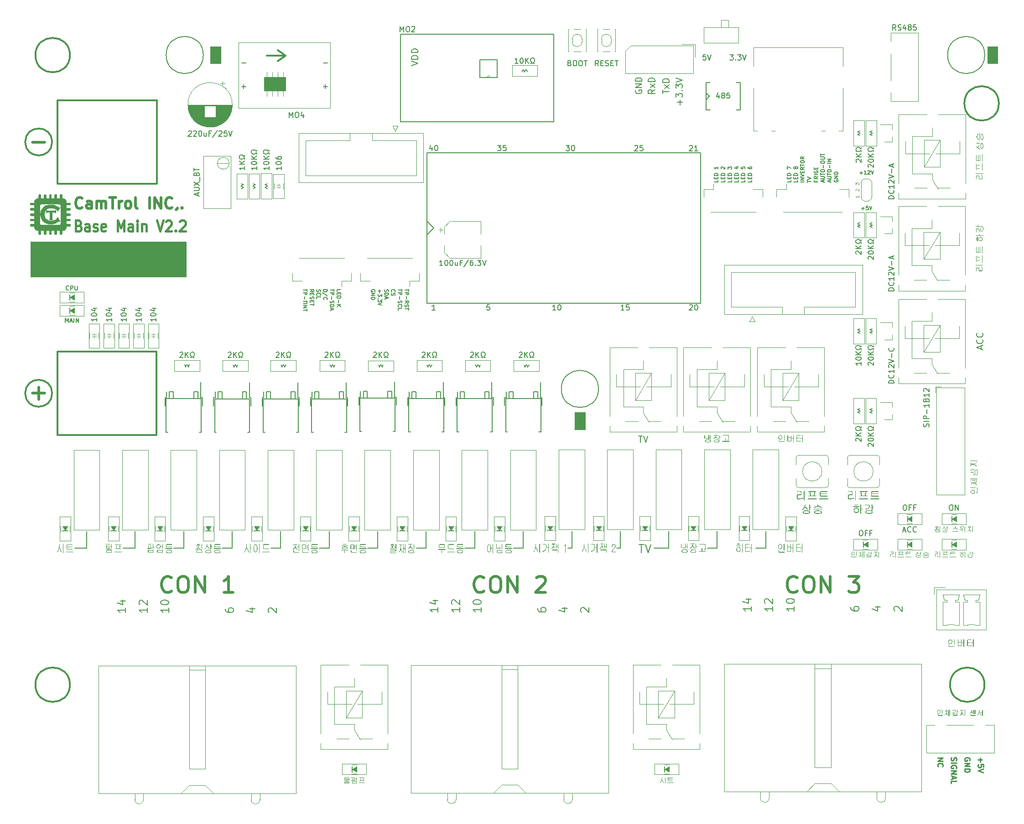
<source format=gbr>
%TF.GenerationSoftware,KiCad,Pcbnew,8.0.8*%
%TF.CreationDate,2025-02-05T20:28:34+09:00*%
%TF.ProjectId,Marre-BASE_V1.0,4d617272-652d-4424-9153-455f56312e30,rev?*%
%TF.SameCoordinates,Original*%
%TF.FileFunction,Legend,Top*%
%TF.FilePolarity,Positive*%
%FSLAX46Y46*%
G04 Gerber Fmt 4.6, Leading zero omitted, Abs format (unit mm)*
G04 Created by KiCad (PCBNEW 8.0.8) date 2025-02-05 20:28:34*
%MOMM*%
%LPD*%
G01*
G04 APERTURE LIST*
%ADD10C,0.200000*%
%ADD11C,0.300000*%
%ADD12C,0.120000*%
%ADD13C,0.150000*%
%ADD14C,0.250000*%
%ADD15C,0.500000*%
%ADD16C,0.400000*%
%ADD17C,0.100000*%
%ADD18C,0.180000*%
%ADD19C,0.010000*%
%ADD20C,0.350000*%
G04 APERTURE END LIST*
D10*
X211337000Y-154015000D02*
X211337000Y-150895000D01*
X202323000Y-154015000D02*
X202323000Y-150895000D01*
X235630000Y-154015000D02*
X238340000Y-154015000D01*
X164470000Y-154015000D02*
X166307000Y-154015000D01*
X173470000Y-154015000D02*
X175307000Y-154015000D01*
D11*
X127180000Y-62475000D02*
G75*
G02*
X120780000Y-62475000I-3200000J0D01*
G01*
X120780000Y-62475000D02*
G75*
G02*
X127180000Y-62475000I3200000J0D01*
G01*
D10*
X193317000Y-154015000D02*
X193317000Y-150895000D01*
X137090000Y-154015000D02*
X139300000Y-154015000D01*
X254493000Y-154015000D02*
X256330000Y-154015000D01*
X157307000Y-154015000D02*
X157307000Y-150895000D01*
X191480000Y-154015000D02*
X193317000Y-154015000D01*
X200486000Y-154015000D02*
X202323000Y-154015000D01*
X148307000Y-154015000D02*
X148307000Y-150895000D01*
D11*
X299610000Y-71440000D02*
G75*
G02*
X293210000Y-71440000I-3200000J0D01*
G01*
X293210000Y-71440000D02*
G75*
G02*
X299610000Y-71440000I3200000J0D01*
G01*
D10*
X130310000Y-154015000D02*
X130310000Y-150895000D01*
X175307000Y-154015000D02*
X175307000Y-150895000D01*
X139300000Y-154015000D02*
X139300000Y-150895000D01*
D11*
X123880000Y-125265000D02*
G75*
G02*
X118880000Y-125265000I-2500000J0D01*
G01*
X118880000Y-125265000D02*
G75*
G02*
X123880000Y-125265000I2500000J0D01*
G01*
D10*
X220340000Y-154015000D02*
X220340000Y-150895000D01*
X146470000Y-154015000D02*
X148307000Y-154015000D01*
D12*
X119910988Y-97125527D02*
X148785988Y-97125527D01*
X148785988Y-103600527D01*
X119910988Y-103600527D01*
X119910988Y-97125527D01*
G36*
X119910988Y-97125527D02*
G01*
X148785988Y-97125527D01*
X148785988Y-103600527D01*
X119910988Y-103600527D01*
X119910988Y-97125527D01*
G37*
X297510000Y-60855000D02*
X299410000Y-60855000D01*
X299410000Y-64055000D01*
X297510000Y-64055000D01*
X297510000Y-60855000D01*
G36*
X297510000Y-60855000D02*
G01*
X299410000Y-60855000D01*
X299410000Y-64055000D01*
X297510000Y-64055000D01*
X297510000Y-60855000D01*
G37*
D10*
X182460000Y-154015000D02*
X184297000Y-154015000D01*
D11*
X296950000Y-179375000D02*
G75*
G02*
X290550000Y-179375000I-3200000J0D01*
G01*
X290550000Y-179375000D02*
G75*
G02*
X296950000Y-179375000I3200000J0D01*
G01*
D10*
X155470000Y-154015000D02*
X157307000Y-154015000D01*
X209500000Y-154015000D02*
X211337000Y-154015000D01*
X166307000Y-154015000D02*
X166307000Y-150895000D01*
X247340000Y-154015000D02*
X247340000Y-150895000D01*
X128100000Y-154015000D02*
X130310000Y-154015000D01*
X245503000Y-154015000D02*
X247340000Y-154015000D01*
X229340000Y-154015000D02*
X229340000Y-150895000D01*
D11*
X123880000Y-78605000D02*
G75*
G02*
X118880000Y-78605000I-2500000J0D01*
G01*
X118880000Y-78605000D02*
G75*
G02*
X123880000Y-78605000I2500000J0D01*
G01*
D12*
X220900000Y-128795000D02*
X222800000Y-128795000D01*
X222800000Y-131995000D01*
X220900000Y-131995000D01*
X220900000Y-128795000D01*
G36*
X220900000Y-128795000D02*
G01*
X222800000Y-128795000D01*
X222800000Y-131995000D01*
X220900000Y-131995000D01*
X220900000Y-128795000D01*
G37*
D11*
X127180000Y-179375000D02*
G75*
G02*
X120780000Y-179375000I-3200000J0D01*
G01*
X120780000Y-179375000D02*
G75*
G02*
X127180000Y-179375000I3200000J0D01*
G01*
D10*
X184297000Y-154015000D02*
X184297000Y-150895000D01*
X228680000Y-154015000D02*
X229340000Y-154015000D01*
D12*
X153270000Y-60855000D02*
X155170000Y-60855000D01*
X155170000Y-64055000D01*
X153270000Y-64055000D01*
X153270000Y-60855000D01*
G36*
X153270000Y-60855000D02*
G01*
X155170000Y-60855000D01*
X155170000Y-64055000D01*
X153270000Y-64055000D01*
X153270000Y-60855000D01*
G37*
D10*
X219590000Y-154015000D02*
X220340000Y-154015000D01*
X238340000Y-154015000D02*
X238340000Y-150895000D01*
X256330000Y-154015000D02*
X256330000Y-150895000D01*
D13*
X245222969Y-62384819D02*
X244746779Y-62384819D01*
X244746779Y-62384819D02*
X244699160Y-62861009D01*
X244699160Y-62861009D02*
X244746779Y-62813390D01*
X244746779Y-62813390D02*
X244842017Y-62765771D01*
X244842017Y-62765771D02*
X245080112Y-62765771D01*
X245080112Y-62765771D02*
X245175350Y-62813390D01*
X245175350Y-62813390D02*
X245222969Y-62861009D01*
X245222969Y-62861009D02*
X245270588Y-62956247D01*
X245270588Y-62956247D02*
X245270588Y-63194342D01*
X245270588Y-63194342D02*
X245222969Y-63289580D01*
X245222969Y-63289580D02*
X245175350Y-63337200D01*
X245175350Y-63337200D02*
X245080112Y-63384819D01*
X245080112Y-63384819D02*
X244842017Y-63384819D01*
X244842017Y-63384819D02*
X244746779Y-63337200D01*
X244746779Y-63337200D02*
X244699160Y-63289580D01*
X245556303Y-62384819D02*
X245889636Y-63384819D01*
X245889636Y-63384819D02*
X246222969Y-62384819D01*
D14*
G36*
X288349421Y-184784193D02*
G01*
X288365785Y-184822540D01*
X288365785Y-184985450D01*
X288376776Y-185027704D01*
X288424892Y-185037473D01*
X289161773Y-185037473D01*
X289180152Y-185040358D01*
X289203782Y-185083635D01*
X289201772Y-185102193D01*
X289161773Y-185131263D01*
X288411214Y-185131263D01*
X288403260Y-185131140D01*
X288353512Y-185123447D01*
X288309365Y-185100000D01*
X288304367Y-185095701D01*
X288275989Y-185053005D01*
X288268088Y-185003524D01*
X288268088Y-184824005D01*
X288282498Y-184784682D01*
X288316937Y-184771737D01*
X288349421Y-184784193D01*
G37*
G36*
X289146141Y-184017271D02*
G01*
X289162750Y-184050976D01*
X289162750Y-184813503D01*
X289146630Y-184852337D01*
X289113901Y-184865526D01*
X289079707Y-184852337D01*
X289065297Y-184813503D01*
X289065297Y-184052198D01*
X289080196Y-184017515D01*
X289113901Y-184005792D01*
X289146141Y-184017271D01*
G37*
G36*
X288512118Y-184052789D02*
G01*
X288565470Y-184057723D01*
X288614494Y-184070060D01*
X288659191Y-184089797D01*
X288705867Y-184122180D01*
X288741186Y-184157955D01*
X288764195Y-184188319D01*
X288789856Y-184234376D01*
X288807873Y-184284570D01*
X288818246Y-184338902D01*
X288821054Y-184388764D01*
X288819806Y-184422344D01*
X288811616Y-184477857D01*
X288795783Y-184529234D01*
X288772307Y-184576472D01*
X288741186Y-184619574D01*
X288735600Y-184626050D01*
X288699559Y-184660592D01*
X288652042Y-184691535D01*
X288606624Y-184710039D01*
X288556879Y-184721142D01*
X288502805Y-184724842D01*
X288483970Y-184724431D01*
X288430418Y-184718263D01*
X288381297Y-184704693D01*
X288336606Y-184683722D01*
X288296346Y-184655349D01*
X288260517Y-184619574D01*
X288237508Y-184588823D01*
X288211847Y-184542466D01*
X288193830Y-184492252D01*
X288183457Y-184438181D01*
X288180649Y-184388764D01*
X288180939Y-184380949D01*
X288278346Y-184380949D01*
X288279670Y-184412528D01*
X288288725Y-184465044D01*
X288306357Y-184511996D01*
X288332568Y-184553384D01*
X288357083Y-184579779D01*
X288400263Y-184609133D01*
X288451133Y-184626199D01*
X288502805Y-184631053D01*
X288535103Y-184629157D01*
X288587529Y-184616187D01*
X288632613Y-184590929D01*
X288670356Y-184553384D01*
X288689281Y-184526410D01*
X288710327Y-184481313D01*
X288722563Y-184430652D01*
X288726043Y-184380949D01*
X288724684Y-184349369D01*
X288715385Y-184296853D01*
X288697275Y-184249901D01*
X288670356Y-184208513D01*
X288646010Y-184182118D01*
X288603373Y-184152764D01*
X288553394Y-184135698D01*
X288502805Y-184130844D01*
X288470056Y-184132740D01*
X288416846Y-184145710D01*
X288371017Y-184170968D01*
X288332568Y-184208513D01*
X288314141Y-184235487D01*
X288293649Y-184280584D01*
X288281735Y-184331245D01*
X288278346Y-184380949D01*
X288180939Y-184380949D01*
X288181897Y-184355185D01*
X288190087Y-184299671D01*
X288205920Y-184248295D01*
X288229396Y-184201056D01*
X288260517Y-184157955D01*
X288271967Y-184145207D01*
X288309274Y-184111900D01*
X288351010Y-184085994D01*
X288397178Y-184067490D01*
X288447776Y-184056387D01*
X288502805Y-184052686D01*
X288512118Y-184052789D01*
G37*
G36*
X290012226Y-184037055D02*
G01*
X289723775Y-184037055D01*
X289679822Y-184060459D01*
X289677614Y-184075401D01*
X289708088Y-184113813D01*
X289723775Y-184115212D01*
X290017844Y-184115212D01*
X290048130Y-184103000D01*
X290058388Y-184074912D01*
X290044955Y-184047801D01*
X290012226Y-184037055D01*
G37*
G36*
X290096979Y-184224633D02*
G01*
X289643175Y-184224633D01*
X289599222Y-184247889D01*
X289597013Y-184262735D01*
X289628383Y-184301813D01*
X289641710Y-184302791D01*
X289819763Y-184302791D01*
X289819763Y-184456420D01*
X289817753Y-184510605D01*
X289811725Y-184563252D01*
X289801677Y-184614361D01*
X289787611Y-184663931D01*
X289769525Y-184711962D01*
X289747420Y-184758455D01*
X289737453Y-184776622D01*
X289709266Y-184821223D01*
X289676639Y-184865052D01*
X289639569Y-184908110D01*
X289604261Y-184944403D01*
X289572345Y-184974214D01*
X289551829Y-185012072D01*
X289563552Y-185045289D01*
X289595548Y-185061653D01*
X289633161Y-185050174D01*
X289669150Y-185016948D01*
X289703386Y-184981385D01*
X289735869Y-184943485D01*
X289766598Y-184903247D01*
X289783371Y-184879204D01*
X289810551Y-184837560D01*
X289835689Y-184794489D01*
X289858224Y-184747434D01*
X289868123Y-184718981D01*
X289886109Y-184769665D01*
X289908299Y-184814575D01*
X289934284Y-184859459D01*
X289945548Y-184877494D01*
X289973683Y-184919781D01*
X290003805Y-184959660D01*
X290035913Y-184997132D01*
X290070009Y-185032195D01*
X290090384Y-185051151D01*
X290126776Y-185063119D01*
X290161214Y-185047243D01*
X290177334Y-185013049D01*
X290159505Y-184976901D01*
X290121157Y-184940622D01*
X290086346Y-184903777D01*
X290050206Y-184860075D01*
X290018880Y-184815601D01*
X289995862Y-184776866D01*
X289972924Y-184730466D01*
X289953873Y-184682551D01*
X289938711Y-184633122D01*
X289927436Y-184582178D01*
X289920049Y-184529719D01*
X289916550Y-184475746D01*
X289916239Y-184453733D01*
X289916239Y-184302791D01*
X290096979Y-184302791D01*
X290136756Y-184272497D01*
X290137767Y-184263224D01*
X290106538Y-184225236D01*
X290096979Y-184224633D01*
G37*
G36*
X290359051Y-185112456D02*
G01*
X290359051Y-184050488D01*
X290342443Y-184017027D01*
X290310203Y-184005792D01*
X290276497Y-184017515D01*
X290261598Y-184052198D01*
X290261598Y-184568527D01*
X290109191Y-184568527D01*
X290071577Y-184579274D01*
X290057655Y-184606873D01*
X290071577Y-184634717D01*
X290110656Y-184646685D01*
X290261598Y-184646685D01*
X290261598Y-185112700D01*
X290276009Y-185149581D01*
X290310203Y-185162526D01*
X290342931Y-185149337D01*
X290359051Y-185112456D01*
G37*
G36*
X290599875Y-185112456D02*
G01*
X290599875Y-184050488D01*
X290583266Y-184017027D01*
X290552491Y-184005792D01*
X290519763Y-184017271D01*
X290504864Y-184051709D01*
X290504864Y-185112456D01*
X290519274Y-185149337D01*
X290552491Y-185162526D01*
X290583755Y-185149337D01*
X290599875Y-185112456D01*
G37*
G36*
X291843123Y-184730907D02*
G01*
X291887523Y-184752442D01*
X291910611Y-184778566D01*
X291923182Y-184827913D01*
X291923182Y-185018667D01*
X291916404Y-185062177D01*
X291887767Y-185103419D01*
X291849055Y-185124302D01*
X291797886Y-185131263D01*
X291200223Y-185131263D01*
X291191284Y-185131137D01*
X291140897Y-185124179D01*
X291095199Y-185099023D01*
X291071752Y-185062569D01*
X291063936Y-185011828D01*
X291063936Y-184843789D01*
X291160412Y-184843789D01*
X291160412Y-184996685D01*
X291171159Y-185028436D01*
X291214145Y-185037473D01*
X291775904Y-185037473D01*
X291815227Y-185029413D01*
X291826951Y-185002058D01*
X291826951Y-184841102D01*
X291815227Y-184811060D01*
X291773217Y-184803000D01*
X291208528Y-184803000D01*
X291168960Y-184813014D01*
X291160412Y-184843789D01*
X291063936Y-184843789D01*
X291063936Y-184833531D01*
X291069297Y-184797931D01*
X291096420Y-184755617D01*
X291134034Y-184732536D01*
X291182394Y-184724842D01*
X291792268Y-184724842D01*
X291843123Y-184730907D01*
G37*
G36*
X291440645Y-184037088D02*
G01*
X291491911Y-184045481D01*
X291536302Y-184070760D01*
X291567076Y-184110205D01*
X291577334Y-184160642D01*
X291577334Y-184233670D01*
X291576745Y-184255927D01*
X291570112Y-184309164D01*
X291556108Y-184358967D01*
X291534735Y-184405335D01*
X291505991Y-184448268D01*
X291469877Y-184487767D01*
X291426392Y-184523831D01*
X291376277Y-184555939D01*
X291331943Y-184578182D01*
X291283839Y-184597365D01*
X291231964Y-184613487D01*
X291176319Y-184626548D01*
X291116903Y-184636548D01*
X291053716Y-184643488D01*
X291003852Y-184646685D01*
X290965506Y-184633984D01*
X290950607Y-184601988D01*
X290962087Y-184569260D01*
X291000677Y-184552896D01*
X291043843Y-184550463D01*
X291098345Y-184545210D01*
X291149360Y-184537660D01*
X291208222Y-184524991D01*
X291261635Y-184508732D01*
X291309598Y-184488884D01*
X291359958Y-184460327D01*
X291374953Y-184449532D01*
X291414134Y-184413998D01*
X291444608Y-184373741D01*
X291466376Y-184328761D01*
X291479436Y-184279058D01*
X291483789Y-184224633D01*
X291483789Y-184163817D01*
X291468891Y-184127180D01*
X291428591Y-184115212D01*
X291019972Y-184115212D01*
X291006674Y-184114246D01*
X290973810Y-184075645D01*
X290975281Y-184060608D01*
X291018507Y-184037055D01*
X291436895Y-184037055D01*
X291440645Y-184037088D01*
G37*
G36*
X291895705Y-184008570D02*
G01*
X291923182Y-184050244D01*
X291923182Y-184334054D01*
X292064355Y-184334054D01*
X292074544Y-184334653D01*
X292107830Y-184372400D01*
X292106301Y-184385930D01*
X292064355Y-184412212D01*
X291923182Y-184412212D01*
X291923182Y-184596127D01*
X291907062Y-184633251D01*
X291874334Y-184646685D01*
X291841605Y-184633496D01*
X291826951Y-184597836D01*
X291826951Y-184050488D01*
X291830699Y-184028882D01*
X291874334Y-184005792D01*
X291895705Y-184008570D01*
G37*
G36*
X293063796Y-184052686D02*
G01*
X292443175Y-184052686D01*
X292399222Y-184075942D01*
X292397013Y-184090788D01*
X292428383Y-184129866D01*
X292441710Y-184130844D01*
X292704759Y-184130844D01*
X292704759Y-184346022D01*
X292703344Y-184398267D01*
X292699096Y-184449367D01*
X292692017Y-184499322D01*
X292682106Y-184548133D01*
X292669363Y-184595798D01*
X292653789Y-184642319D01*
X292635383Y-184687695D01*
X292614145Y-184731926D01*
X292585857Y-184782604D01*
X292555184Y-184828392D01*
X292522125Y-184869291D01*
X292486681Y-184905300D01*
X292448852Y-184936419D01*
X292400309Y-184967308D01*
X292391884Y-184971772D01*
X292364529Y-185001325D01*
X292369414Y-185037229D01*
X292393350Y-185059944D01*
X292431452Y-185058478D01*
X292474382Y-185033823D01*
X292515612Y-185003638D01*
X292555143Y-184967923D01*
X292592973Y-184926679D01*
X292623199Y-184888084D01*
X292640768Y-184863084D01*
X292667572Y-184820941D01*
X292695141Y-184769536D01*
X292717696Y-184717220D01*
X292735235Y-184663994D01*
X292747760Y-184609858D01*
X292752143Y-184582449D01*
X292760844Y-184635701D01*
X292775040Y-184688660D01*
X292794732Y-184741328D01*
X292819920Y-184793704D01*
X292845107Y-184837127D01*
X292862052Y-184863084D01*
X292891784Y-184903590D01*
X292928581Y-184947302D01*
X292966597Y-184985673D01*
X293005832Y-185018703D01*
X293046287Y-185046392D01*
X293066972Y-185058234D01*
X293111180Y-185064340D01*
X293140489Y-185041381D01*
X293143908Y-185005722D01*
X293118018Y-184974947D01*
X293075232Y-184948340D01*
X293035105Y-184917369D01*
X292997637Y-184882032D01*
X292962829Y-184842331D01*
X292930680Y-184798265D01*
X292901191Y-184749833D01*
X292890140Y-184729239D01*
X292864457Y-184674123D01*
X292843128Y-184617159D01*
X292829198Y-184570257D01*
X292818055Y-184522171D01*
X292809697Y-184472903D01*
X292804125Y-184422452D01*
X292801339Y-184370817D01*
X292800991Y-184344556D01*
X292800991Y-184130844D01*
X293063796Y-184130844D01*
X293104781Y-184102501D01*
X293105806Y-184091032D01*
X293073642Y-184053285D01*
X293063796Y-184052686D01*
G37*
G36*
X293362750Y-185112456D02*
G01*
X293362750Y-184050488D01*
X293346141Y-184015806D01*
X293313901Y-184005792D01*
X293280440Y-184015806D01*
X293265297Y-184050488D01*
X293265297Y-185112456D01*
X293279707Y-185149337D01*
X293313901Y-185162526D01*
X293346630Y-185149337D01*
X293362750Y-185112456D01*
G37*
G36*
X294476253Y-184084438D02*
G01*
X294474063Y-184137209D01*
X294467494Y-184190924D01*
X294456546Y-184245584D01*
X294441219Y-184301188D01*
X294425101Y-184348246D01*
X294413971Y-184376796D01*
X294391089Y-184428634D01*
X294365642Y-184478205D01*
X294337632Y-184525510D01*
X294307057Y-184570550D01*
X294273919Y-184613323D01*
X294238216Y-184653831D01*
X294223217Y-184669399D01*
X294202945Y-184707745D01*
X294216134Y-184739497D01*
X294246176Y-184752686D01*
X294281591Y-184738032D01*
X294317230Y-184700046D01*
X294350783Y-184660554D01*
X294382248Y-184619555D01*
X294398828Y-184596127D01*
X294425657Y-184555260D01*
X294452657Y-184510352D01*
X294476700Y-184465969D01*
X294483336Y-184452756D01*
X294522925Y-184482036D01*
X294563230Y-184516755D01*
X294600116Y-184552652D01*
X294612540Y-184565596D01*
X294648402Y-184604807D01*
X294681251Y-184644405D01*
X294711085Y-184684388D01*
X294726357Y-184706769D01*
X294758353Y-184730460D01*
X294794501Y-184724110D01*
X294814285Y-184694312D01*
X294806469Y-184652058D01*
X294779221Y-184611147D01*
X294748523Y-184571458D01*
X294714374Y-184532990D01*
X294676776Y-184495743D01*
X294636275Y-184460333D01*
X294597322Y-184429151D01*
X294555591Y-184398242D01*
X294516797Y-184371423D01*
X294533709Y-184323199D01*
X294547505Y-184272898D01*
X294557341Y-184225366D01*
X294566102Y-184175655D01*
X294571512Y-184122938D01*
X294572729Y-184084438D01*
X294556364Y-184048290D01*
X294523880Y-184037055D01*
X294491152Y-184048534D01*
X294476253Y-184084438D01*
G37*
G36*
X295014320Y-184798360D02*
G01*
X295014320Y-184050488D01*
X294997711Y-184017027D01*
X294965471Y-184005792D01*
X294932743Y-184017515D01*
X294917844Y-184052930D01*
X294917844Y-184302791D01*
X294689233Y-184302791D01*
X294649665Y-184316957D01*
X294636232Y-184349685D01*
X294649421Y-184380704D01*
X294689233Y-184396580D01*
X294917844Y-184396580D01*
X294917844Y-184799581D01*
X294932498Y-184837194D01*
X294965471Y-184849895D01*
X294998200Y-184836706D01*
X295014320Y-184798360D01*
G37*
G36*
X295265890Y-184830600D02*
G01*
X295265890Y-184050976D01*
X295249281Y-184017271D01*
X295218507Y-184005792D01*
X295185778Y-184017515D01*
X295170879Y-184052198D01*
X295170879Y-184830600D01*
X295185290Y-184867969D01*
X295218507Y-184881158D01*
X295249770Y-184867969D01*
X295265890Y-184830600D01*
G37*
G36*
X294431801Y-184825226D02*
G01*
X294415681Y-184785659D01*
X294382952Y-184771737D01*
X294348514Y-184786392D01*
X294334103Y-184826692D01*
X294334103Y-184999371D01*
X294342153Y-185050265D01*
X294368486Y-185093077D01*
X294370740Y-185095359D01*
X294412811Y-185122287D01*
X294462567Y-185131228D01*
X294466239Y-185131263D01*
X295255143Y-185131263D01*
X295295143Y-185102193D01*
X295297153Y-185083635D01*
X295273523Y-185040358D01*
X295255143Y-185037473D01*
X294490907Y-185037473D01*
X294442792Y-185027704D01*
X294431801Y-184985450D01*
X294431801Y-184825226D01*
G37*
G36*
X295946106Y-184085903D02*
G01*
X295944790Y-184139663D01*
X295940840Y-184194454D01*
X295934257Y-184250275D01*
X295925040Y-184307126D01*
X295913191Y-184365008D01*
X295898708Y-184423920D01*
X295881592Y-184483863D01*
X295861842Y-184544836D01*
X295844799Y-184592219D01*
X295826823Y-184638198D01*
X295801407Y-184697320D01*
X295774334Y-184753947D01*
X295745605Y-184808077D01*
X295715219Y-184859711D01*
X295683178Y-184908850D01*
X295649480Y-184955493D01*
X295632010Y-184977878D01*
X295615157Y-185022086D01*
X295629812Y-185055547D01*
X295662052Y-185068736D01*
X295696490Y-185041381D01*
X295725819Y-185001329D01*
X295753968Y-184960705D01*
X295780936Y-184919508D01*
X295806724Y-184877739D01*
X295831330Y-184835397D01*
X295854757Y-184792482D01*
X295863796Y-184775157D01*
X295886834Y-184727051D01*
X295907861Y-184679974D01*
X295926878Y-184633926D01*
X295946151Y-184582559D01*
X295952701Y-184563642D01*
X295985234Y-184605592D01*
X296019145Y-184651725D01*
X296049310Y-184694598D01*
X296080488Y-184740546D01*
X296112680Y-184789567D01*
X296142848Y-184837377D01*
X296170886Y-184883539D01*
X296196795Y-184928053D01*
X296220574Y-184970917D01*
X296245625Y-185018842D01*
X296248967Y-185025505D01*
X296279742Y-185052861D01*
X296317111Y-185048709D01*
X296341535Y-185014026D01*
X296337410Y-184965114D01*
X296336651Y-184963468D01*
X296310968Y-184918399D01*
X296283379Y-184872403D01*
X296253884Y-184825480D01*
X296222482Y-184777629D01*
X296194858Y-184737046D01*
X296177648Y-184712386D01*
X296144206Y-184664807D01*
X296115341Y-184625093D01*
X296085569Y-184585319D01*
X296054891Y-184545485D01*
X296023306Y-184505592D01*
X295990815Y-184465639D01*
X295984208Y-184457641D01*
X295996710Y-184407831D01*
X296007839Y-184358539D01*
X296017593Y-184309767D01*
X296025974Y-184261514D01*
X296033884Y-184207671D01*
X296039206Y-184157152D01*
X296042082Y-184104916D01*
X296042338Y-184085170D01*
X296025974Y-184049755D01*
X295993489Y-184037055D01*
X295960761Y-184050244D01*
X295946106Y-184085903D01*
G37*
G36*
X296628765Y-185109769D02*
G01*
X296628765Y-184054396D01*
X296612401Y-184017027D01*
X296579916Y-184005792D01*
X296546211Y-184017271D01*
X296531312Y-184054884D01*
X296531312Y-184490369D01*
X296172519Y-184490369D01*
X296135150Y-184500872D01*
X296120984Y-184529448D01*
X296136371Y-184556803D01*
X296175206Y-184568527D01*
X296531312Y-184568527D01*
X296531312Y-185109769D01*
X296545722Y-185147871D01*
X296579916Y-185162526D01*
X296612889Y-185148115D01*
X296628765Y-185109769D01*
G37*
X288240380Y-192947568D02*
X289240380Y-192947568D01*
X289240380Y-192947568D02*
X288240380Y-193518996D01*
X288240380Y-193518996D02*
X289240380Y-193518996D01*
X288335619Y-194566615D02*
X288288000Y-194518996D01*
X288288000Y-194518996D02*
X288240380Y-194376139D01*
X288240380Y-194376139D02*
X288240380Y-194280901D01*
X288240380Y-194280901D02*
X288288000Y-194138044D01*
X288288000Y-194138044D02*
X288383238Y-194042806D01*
X288383238Y-194042806D02*
X288478476Y-193995187D01*
X288478476Y-193995187D02*
X288668952Y-193947568D01*
X288668952Y-193947568D02*
X288811809Y-193947568D01*
X288811809Y-193947568D02*
X289002285Y-193995187D01*
X289002285Y-193995187D02*
X289097523Y-194042806D01*
X289097523Y-194042806D02*
X289192761Y-194138044D01*
X289192761Y-194138044D02*
X289240380Y-194280901D01*
X289240380Y-194280901D02*
X289240380Y-194376139D01*
X289240380Y-194376139D02*
X289192761Y-194518996D01*
X289192761Y-194518996D02*
X289145142Y-194566615D01*
D10*
X296331885Y-117065714D02*
X296331885Y-116494286D01*
X296674742Y-117180000D02*
X295474742Y-116780000D01*
X295474742Y-116780000D02*
X296674742Y-116380000D01*
X296560457Y-115294286D02*
X296617600Y-115351429D01*
X296617600Y-115351429D02*
X296674742Y-115522857D01*
X296674742Y-115522857D02*
X296674742Y-115637143D01*
X296674742Y-115637143D02*
X296617600Y-115808572D01*
X296617600Y-115808572D02*
X296503314Y-115922857D01*
X296503314Y-115922857D02*
X296389028Y-115980000D01*
X296389028Y-115980000D02*
X296160457Y-116037143D01*
X296160457Y-116037143D02*
X295989028Y-116037143D01*
X295989028Y-116037143D02*
X295760457Y-115980000D01*
X295760457Y-115980000D02*
X295646171Y-115922857D01*
X295646171Y-115922857D02*
X295531885Y-115808572D01*
X295531885Y-115808572D02*
X295474742Y-115637143D01*
X295474742Y-115637143D02*
X295474742Y-115522857D01*
X295474742Y-115522857D02*
X295531885Y-115351429D01*
X295531885Y-115351429D02*
X295589028Y-115294286D01*
X296560457Y-114094286D02*
X296617600Y-114151429D01*
X296617600Y-114151429D02*
X296674742Y-114322857D01*
X296674742Y-114322857D02*
X296674742Y-114437143D01*
X296674742Y-114437143D02*
X296617600Y-114608572D01*
X296617600Y-114608572D02*
X296503314Y-114722857D01*
X296503314Y-114722857D02*
X296389028Y-114780000D01*
X296389028Y-114780000D02*
X296160457Y-114837143D01*
X296160457Y-114837143D02*
X295989028Y-114837143D01*
X295989028Y-114837143D02*
X295760457Y-114780000D01*
X295760457Y-114780000D02*
X295646171Y-114722857D01*
X295646171Y-114722857D02*
X295531885Y-114608572D01*
X295531885Y-114608572D02*
X295474742Y-114437143D01*
X295474742Y-114437143D02*
X295474742Y-114322857D01*
X295474742Y-114322857D02*
X295531885Y-114151429D01*
X295531885Y-114151429D02*
X295589028Y-114094286D01*
D14*
X290788000Y-192879949D02*
X290740380Y-193022806D01*
X290740380Y-193022806D02*
X290740380Y-193260901D01*
X290740380Y-193260901D02*
X290788000Y-193356139D01*
X290788000Y-193356139D02*
X290835619Y-193403758D01*
X290835619Y-193403758D02*
X290930857Y-193451377D01*
X290930857Y-193451377D02*
X291026095Y-193451377D01*
X291026095Y-193451377D02*
X291121333Y-193403758D01*
X291121333Y-193403758D02*
X291168952Y-193356139D01*
X291168952Y-193356139D02*
X291216571Y-193260901D01*
X291216571Y-193260901D02*
X291264190Y-193070425D01*
X291264190Y-193070425D02*
X291311809Y-192975187D01*
X291311809Y-192975187D02*
X291359428Y-192927568D01*
X291359428Y-192927568D02*
X291454666Y-192879949D01*
X291454666Y-192879949D02*
X291549904Y-192879949D01*
X291549904Y-192879949D02*
X291645142Y-192927568D01*
X291645142Y-192927568D02*
X291692761Y-192975187D01*
X291692761Y-192975187D02*
X291740380Y-193070425D01*
X291740380Y-193070425D02*
X291740380Y-193308520D01*
X291740380Y-193308520D02*
X291692761Y-193451377D01*
X290740380Y-193879949D02*
X291740380Y-193879949D01*
X291692761Y-194879948D02*
X291740380Y-194784710D01*
X291740380Y-194784710D02*
X291740380Y-194641853D01*
X291740380Y-194641853D02*
X291692761Y-194498996D01*
X291692761Y-194498996D02*
X291597523Y-194403758D01*
X291597523Y-194403758D02*
X291502285Y-194356139D01*
X291502285Y-194356139D02*
X291311809Y-194308520D01*
X291311809Y-194308520D02*
X291168952Y-194308520D01*
X291168952Y-194308520D02*
X290978476Y-194356139D01*
X290978476Y-194356139D02*
X290883238Y-194403758D01*
X290883238Y-194403758D02*
X290788000Y-194498996D01*
X290788000Y-194498996D02*
X290740380Y-194641853D01*
X290740380Y-194641853D02*
X290740380Y-194737091D01*
X290740380Y-194737091D02*
X290788000Y-194879948D01*
X290788000Y-194879948D02*
X290835619Y-194927567D01*
X290835619Y-194927567D02*
X291168952Y-194927567D01*
X291168952Y-194927567D02*
X291168952Y-194737091D01*
X290740380Y-195356139D02*
X291740380Y-195356139D01*
X291740380Y-195356139D02*
X290740380Y-195927567D01*
X290740380Y-195927567D02*
X291740380Y-195927567D01*
X291026095Y-196356139D02*
X291026095Y-196832329D01*
X290740380Y-196260901D02*
X291740380Y-196594234D01*
X291740380Y-196594234D02*
X290740380Y-196927567D01*
X290740380Y-197737091D02*
X290740380Y-197260901D01*
X290740380Y-197260901D02*
X291740380Y-197260901D01*
D13*
X280489761Y-57844819D02*
X280156428Y-57368628D01*
X279918333Y-57844819D02*
X279918333Y-56844819D01*
X279918333Y-56844819D02*
X280299285Y-56844819D01*
X280299285Y-56844819D02*
X280394523Y-56892438D01*
X280394523Y-56892438D02*
X280442142Y-56940057D01*
X280442142Y-56940057D02*
X280489761Y-57035295D01*
X280489761Y-57035295D02*
X280489761Y-57178152D01*
X280489761Y-57178152D02*
X280442142Y-57273390D01*
X280442142Y-57273390D02*
X280394523Y-57321009D01*
X280394523Y-57321009D02*
X280299285Y-57368628D01*
X280299285Y-57368628D02*
X279918333Y-57368628D01*
X280870714Y-57797200D02*
X281013571Y-57844819D01*
X281013571Y-57844819D02*
X281251666Y-57844819D01*
X281251666Y-57844819D02*
X281346904Y-57797200D01*
X281346904Y-57797200D02*
X281394523Y-57749580D01*
X281394523Y-57749580D02*
X281442142Y-57654342D01*
X281442142Y-57654342D02*
X281442142Y-57559104D01*
X281442142Y-57559104D02*
X281394523Y-57463866D01*
X281394523Y-57463866D02*
X281346904Y-57416247D01*
X281346904Y-57416247D02*
X281251666Y-57368628D01*
X281251666Y-57368628D02*
X281061190Y-57321009D01*
X281061190Y-57321009D02*
X280965952Y-57273390D01*
X280965952Y-57273390D02*
X280918333Y-57225771D01*
X280918333Y-57225771D02*
X280870714Y-57130533D01*
X280870714Y-57130533D02*
X280870714Y-57035295D01*
X280870714Y-57035295D02*
X280918333Y-56940057D01*
X280918333Y-56940057D02*
X280965952Y-56892438D01*
X280965952Y-56892438D02*
X281061190Y-56844819D01*
X281061190Y-56844819D02*
X281299285Y-56844819D01*
X281299285Y-56844819D02*
X281442142Y-56892438D01*
X282299285Y-57178152D02*
X282299285Y-57844819D01*
X282061190Y-56797200D02*
X281823095Y-57511485D01*
X281823095Y-57511485D02*
X282442142Y-57511485D01*
X282965952Y-57273390D02*
X282870714Y-57225771D01*
X282870714Y-57225771D02*
X282823095Y-57178152D01*
X282823095Y-57178152D02*
X282775476Y-57082914D01*
X282775476Y-57082914D02*
X282775476Y-57035295D01*
X282775476Y-57035295D02*
X282823095Y-56940057D01*
X282823095Y-56940057D02*
X282870714Y-56892438D01*
X282870714Y-56892438D02*
X282965952Y-56844819D01*
X282965952Y-56844819D02*
X283156428Y-56844819D01*
X283156428Y-56844819D02*
X283251666Y-56892438D01*
X283251666Y-56892438D02*
X283299285Y-56940057D01*
X283299285Y-56940057D02*
X283346904Y-57035295D01*
X283346904Y-57035295D02*
X283346904Y-57082914D01*
X283346904Y-57082914D02*
X283299285Y-57178152D01*
X283299285Y-57178152D02*
X283251666Y-57225771D01*
X283251666Y-57225771D02*
X283156428Y-57273390D01*
X283156428Y-57273390D02*
X282965952Y-57273390D01*
X282965952Y-57273390D02*
X282870714Y-57321009D01*
X282870714Y-57321009D02*
X282823095Y-57368628D01*
X282823095Y-57368628D02*
X282775476Y-57463866D01*
X282775476Y-57463866D02*
X282775476Y-57654342D01*
X282775476Y-57654342D02*
X282823095Y-57749580D01*
X282823095Y-57749580D02*
X282870714Y-57797200D01*
X282870714Y-57797200D02*
X282965952Y-57844819D01*
X282965952Y-57844819D02*
X283156428Y-57844819D01*
X283156428Y-57844819D02*
X283251666Y-57797200D01*
X283251666Y-57797200D02*
X283299285Y-57749580D01*
X283299285Y-57749580D02*
X283346904Y-57654342D01*
X283346904Y-57654342D02*
X283346904Y-57463866D01*
X283346904Y-57463866D02*
X283299285Y-57368628D01*
X283299285Y-57368628D02*
X283251666Y-57321009D01*
X283251666Y-57321009D02*
X283156428Y-57273390D01*
X284251666Y-56844819D02*
X283775476Y-56844819D01*
X283775476Y-56844819D02*
X283727857Y-57321009D01*
X283727857Y-57321009D02*
X283775476Y-57273390D01*
X283775476Y-57273390D02*
X283870714Y-57225771D01*
X283870714Y-57225771D02*
X284108809Y-57225771D01*
X284108809Y-57225771D02*
X284204047Y-57273390D01*
X284204047Y-57273390D02*
X284251666Y-57321009D01*
X284251666Y-57321009D02*
X284299285Y-57416247D01*
X284299285Y-57416247D02*
X284299285Y-57654342D01*
X284299285Y-57654342D02*
X284251666Y-57749580D01*
X284251666Y-57749580D02*
X284204047Y-57797200D01*
X284204047Y-57797200D02*
X284108809Y-57844819D01*
X284108809Y-57844819D02*
X283870714Y-57844819D01*
X283870714Y-57844819D02*
X283775476Y-57797200D01*
X283775476Y-57797200D02*
X283727857Y-57749580D01*
D15*
X120237142Y-78654000D02*
X122522857Y-78654000D01*
D13*
X249701541Y-62394819D02*
X250320588Y-62394819D01*
X250320588Y-62394819D02*
X249987255Y-62775771D01*
X249987255Y-62775771D02*
X250130112Y-62775771D01*
X250130112Y-62775771D02*
X250225350Y-62823390D01*
X250225350Y-62823390D02*
X250272969Y-62871009D01*
X250272969Y-62871009D02*
X250320588Y-62966247D01*
X250320588Y-62966247D02*
X250320588Y-63204342D01*
X250320588Y-63204342D02*
X250272969Y-63299580D01*
X250272969Y-63299580D02*
X250225350Y-63347200D01*
X250225350Y-63347200D02*
X250130112Y-63394819D01*
X250130112Y-63394819D02*
X249844398Y-63394819D01*
X249844398Y-63394819D02*
X249749160Y-63347200D01*
X249749160Y-63347200D02*
X249701541Y-63299580D01*
X250749160Y-63299580D02*
X250796779Y-63347200D01*
X250796779Y-63347200D02*
X250749160Y-63394819D01*
X250749160Y-63394819D02*
X250701541Y-63347200D01*
X250701541Y-63347200D02*
X250749160Y-63299580D01*
X250749160Y-63299580D02*
X250749160Y-63394819D01*
X251130112Y-62394819D02*
X251749159Y-62394819D01*
X251749159Y-62394819D02*
X251415826Y-62775771D01*
X251415826Y-62775771D02*
X251558683Y-62775771D01*
X251558683Y-62775771D02*
X251653921Y-62823390D01*
X251653921Y-62823390D02*
X251701540Y-62871009D01*
X251701540Y-62871009D02*
X251749159Y-62966247D01*
X251749159Y-62966247D02*
X251749159Y-63204342D01*
X251749159Y-63204342D02*
X251701540Y-63299580D01*
X251701540Y-63299580D02*
X251653921Y-63347200D01*
X251653921Y-63347200D02*
X251558683Y-63394819D01*
X251558683Y-63394819D02*
X251272969Y-63394819D01*
X251272969Y-63394819D02*
X251177731Y-63347200D01*
X251177731Y-63347200D02*
X251130112Y-63299580D01*
X252034874Y-62394819D02*
X252368207Y-63394819D01*
X252368207Y-63394819D02*
X252701540Y-62394819D01*
D14*
X296111333Y-192947568D02*
X296111333Y-193709473D01*
X295730380Y-193328520D02*
X296492285Y-193328520D01*
X296730380Y-194661853D02*
X296730380Y-194185663D01*
X296730380Y-194185663D02*
X296254190Y-194138044D01*
X296254190Y-194138044D02*
X296301809Y-194185663D01*
X296301809Y-194185663D02*
X296349428Y-194280901D01*
X296349428Y-194280901D02*
X296349428Y-194518996D01*
X296349428Y-194518996D02*
X296301809Y-194614234D01*
X296301809Y-194614234D02*
X296254190Y-194661853D01*
X296254190Y-194661853D02*
X296158952Y-194709472D01*
X296158952Y-194709472D02*
X295920857Y-194709472D01*
X295920857Y-194709472D02*
X295825619Y-194661853D01*
X295825619Y-194661853D02*
X295778000Y-194614234D01*
X295778000Y-194614234D02*
X295730380Y-194518996D01*
X295730380Y-194518996D02*
X295730380Y-194280901D01*
X295730380Y-194280901D02*
X295778000Y-194185663D01*
X295778000Y-194185663D02*
X295825619Y-194138044D01*
X296730380Y-194995187D02*
X295730380Y-195328520D01*
X295730380Y-195328520D02*
X296730380Y-195661853D01*
D10*
G36*
X295389981Y-102078088D02*
G01*
X295389981Y-102547328D01*
X295418704Y-102598971D01*
X295427497Y-102599791D01*
X295464976Y-102553687D01*
X295465013Y-102550552D01*
X295465013Y-102109449D01*
X295473091Y-102050263D01*
X295479374Y-102037055D01*
X295527148Y-102014194D01*
X295800016Y-102014194D01*
X295846032Y-102030607D01*
X295858928Y-102086295D01*
X295858928Y-102439177D01*
X295868459Y-102499945D01*
X295899636Y-102549715D01*
X295902305Y-102552310D01*
X295954135Y-102582955D01*
X296012508Y-102591584D01*
X296406422Y-102591584D01*
X296466072Y-102584348D01*
X296519543Y-102558354D01*
X296525124Y-102553776D01*
X296560076Y-102502485D01*
X296571544Y-102440775D01*
X296571726Y-102430677D01*
X296571060Y-102369613D01*
X296569064Y-102309336D01*
X296565737Y-102249846D01*
X296561078Y-102191144D01*
X296553732Y-102121739D01*
X296544468Y-102053469D01*
X296534735Y-101991543D01*
X296523672Y-101932895D01*
X296508638Y-101866843D01*
X296491688Y-101805510D01*
X296472821Y-101748896D01*
X296459179Y-101713776D01*
X296406299Y-101685797D01*
X296386492Y-101690914D01*
X296362793Y-101744873D01*
X296365390Y-101750119D01*
X296390470Y-101804876D01*
X296413138Y-101864514D01*
X296433394Y-101929032D01*
X296448836Y-101988218D01*
X296460351Y-102040279D01*
X296472702Y-102107176D01*
X296482498Y-102174877D01*
X296489738Y-102243381D01*
X296494423Y-102312690D01*
X296496553Y-102382801D01*
X296496695Y-102406351D01*
X296483457Y-102465219D01*
X296475006Y-102475227D01*
X296417949Y-102494692D01*
X296409353Y-102494864D01*
X296033317Y-102494864D01*
X295974865Y-102482829D01*
X295971182Y-102480210D01*
X295952717Y-102422764D01*
X295952717Y-102073106D01*
X295946209Y-102013175D01*
X295918718Y-101958214D01*
X295867084Y-101925722D01*
X295825222Y-101920405D01*
X295512494Y-101920405D01*
X295454183Y-101933944D01*
X295420756Y-101963196D01*
X295396743Y-102016788D01*
X295389981Y-102078088D01*
G37*
G36*
X296652326Y-101451459D02*
G01*
X295377965Y-101451459D01*
X295343673Y-101467872D01*
X295333708Y-101500698D01*
X295343673Y-101534990D01*
X295377965Y-101549644D01*
X296652326Y-101549644D01*
X296689842Y-101534990D01*
X296703031Y-101500698D01*
X296689842Y-101467872D01*
X296652326Y-101451459D01*
G37*
G36*
X296027748Y-99769700D02*
G01*
X296027748Y-99973106D01*
X295590163Y-99922401D01*
X295551475Y-99935590D01*
X295540044Y-99966658D01*
X295540044Y-100000949D01*
X295574336Y-100017362D01*
X296027748Y-100069826D01*
X296027748Y-100529393D01*
X295574336Y-100580098D01*
X295540044Y-100599735D01*
X295540044Y-100634320D01*
X295551182Y-100665388D01*
X295588404Y-100676818D01*
X296027748Y-100626113D01*
X296027748Y-100829519D01*
X296064385Y-100872310D01*
X296102780Y-100834501D01*
X296102780Y-99766183D01*
X296064385Y-99726909D01*
X296027748Y-99769700D01*
G37*
G36*
X295389981Y-99776148D02*
G01*
X295389981Y-100828053D01*
X295431197Y-100872309D01*
X295436876Y-100872310D01*
X295483358Y-100835962D01*
X295483771Y-100828053D01*
X295483771Y-99769700D01*
X295467651Y-99738633D01*
X295436876Y-99728667D01*
X295404343Y-99740098D01*
X295389981Y-99776148D01*
G37*
G36*
X296496695Y-99664773D02*
G01*
X296496695Y-100936204D01*
X296509591Y-100972254D01*
X296542710Y-100985443D01*
X296575829Y-100977237D01*
X296590484Y-100949393D01*
X296590484Y-99651584D01*
X296575829Y-99623741D01*
X296542710Y-99613776D01*
X296509591Y-99628430D01*
X296496695Y-99664773D01*
G37*
G36*
X295389981Y-98096148D02*
G01*
X295389981Y-99013231D01*
X295397947Y-99075317D01*
X295426561Y-99129374D01*
X295431600Y-99134864D01*
X295483821Y-99166621D01*
X295534182Y-99174138D01*
X296021300Y-99174138D01*
X296081723Y-99162558D01*
X296122124Y-99133106D01*
X296150939Y-99080244D01*
X296159053Y-99018214D01*
X296159053Y-98089700D01*
X296147330Y-98058339D01*
X296120658Y-98048667D01*
X296094280Y-98060098D01*
X296084022Y-98094683D01*
X296084022Y-99003559D01*
X296067609Y-99059247D01*
X296017783Y-99075660D01*
X295802654Y-99075660D01*
X295802654Y-98112561D01*
X295766621Y-98065127D01*
X295764259Y-98065081D01*
X295727623Y-98112561D01*
X295727623Y-99075660D01*
X295554113Y-99075660D01*
X295499304Y-99057488D01*
X295483831Y-99000576D01*
X295483771Y-98995353D01*
X295483771Y-98089700D01*
X295467651Y-98058339D01*
X295436876Y-98048667D01*
X295404343Y-98060098D01*
X295389981Y-98096148D01*
G37*
G36*
X296496695Y-97984773D02*
G01*
X296496695Y-99256204D01*
X296509591Y-99292254D01*
X296542710Y-99305443D01*
X296575829Y-99297237D01*
X296590484Y-99269393D01*
X296590484Y-97971584D01*
X296575829Y-97943741D01*
X296542710Y-97933776D01*
X296509591Y-97948430D01*
X296496695Y-97984773D01*
G37*
G36*
X295675159Y-96183434D02*
G01*
X295690107Y-96218018D01*
X295690107Y-97002038D01*
X295689695Y-97010261D01*
X295643212Y-97048053D01*
X295634832Y-97047649D01*
X295596318Y-97002038D01*
X295596318Y-96221242D01*
X295609507Y-96185192D01*
X295643212Y-96172003D01*
X295675159Y-96183434D01*
G37*
G36*
X296234607Y-96222754D02*
G01*
X296299229Y-96232671D01*
X296359420Y-96251845D01*
X296415179Y-96280276D01*
X296466506Y-96317963D01*
X296474134Y-96324809D01*
X296514814Y-96368773D01*
X296551256Y-96426315D01*
X296573049Y-96480995D01*
X296586125Y-96540620D01*
X296590484Y-96605192D01*
X296590363Y-96616602D01*
X296584551Y-96681902D01*
X296570023Y-96741782D01*
X296546777Y-96796242D01*
X296508639Y-96852929D01*
X296466506Y-96895646D01*
X296437719Y-96918315D01*
X296383860Y-96950712D01*
X296325568Y-96973853D01*
X296262845Y-96987738D01*
X296195690Y-96992366D01*
X296156452Y-96990855D01*
X296091489Y-96980937D01*
X296031238Y-96961763D01*
X295975699Y-96933333D01*
X295924873Y-96895646D01*
X295917354Y-96888903D01*
X295877251Y-96845282D01*
X295841325Y-96787542D01*
X295819841Y-96732179D01*
X295806951Y-96671395D01*
X295802654Y-96605192D01*
X295877685Y-96605192D01*
X295883694Y-96670497D01*
X295901719Y-96728657D01*
X295931761Y-96779673D01*
X295973819Y-96823545D01*
X296007486Y-96848048D01*
X296063473Y-96875297D01*
X296126044Y-96891140D01*
X296187190Y-96895646D01*
X296225517Y-96893886D01*
X296289636Y-96881845D01*
X296347495Y-96858399D01*
X296399095Y-96823545D01*
X296441795Y-96779673D01*
X296472295Y-96728657D01*
X296490595Y-96670497D01*
X296496695Y-96605192D01*
X296490595Y-96541298D01*
X296472295Y-96484145D01*
X296441795Y-96433734D01*
X296399095Y-96390063D01*
X296365391Y-96365560D01*
X296309618Y-96338311D01*
X296247585Y-96322469D01*
X296187190Y-96317963D01*
X296148364Y-96319723D01*
X296083598Y-96331763D01*
X296025417Y-96355210D01*
X295973819Y-96390063D01*
X295931761Y-96433734D01*
X295901719Y-96484145D01*
X295883694Y-96541298D01*
X295877685Y-96605192D01*
X295802654Y-96605192D01*
X295806951Y-96540620D01*
X295819841Y-96480995D01*
X295845741Y-96417682D01*
X295883338Y-96361102D01*
X295924873Y-96317963D01*
X295953660Y-96295294D01*
X296007520Y-96262896D01*
X296065811Y-96239755D01*
X296128535Y-96225871D01*
X296195690Y-96221242D01*
X296234607Y-96222754D01*
G37*
G36*
X295446255Y-96392115D02*
G01*
X295446255Y-96825011D01*
X295407860Y-96871026D01*
X295371224Y-96825011D01*
X295371224Y-96395339D01*
X295407860Y-96349323D01*
X295446255Y-96392115D01*
G37*
G36*
X296065264Y-95717418D02*
G01*
X296065264Y-95899721D01*
X296664050Y-95899721D01*
X296698635Y-95916134D01*
X296711531Y-95948961D01*
X296698635Y-95981787D01*
X296664050Y-95996441D01*
X295378258Y-95996441D01*
X295343673Y-95981787D01*
X295333708Y-95948961D01*
X295343673Y-95916134D01*
X295378844Y-95899721D01*
X295990233Y-95899721D01*
X295990233Y-95717418D01*
X296026869Y-95678144D01*
X296065264Y-95717418D01*
G37*
G36*
X295623912Y-94635431D02*
G01*
X295686408Y-94643224D01*
X295744869Y-94659674D01*
X295799294Y-94684783D01*
X295849684Y-94718550D01*
X295896037Y-94760975D01*
X295938355Y-94812059D01*
X295976379Y-94871450D01*
X296002727Y-94924032D01*
X296025458Y-94981121D01*
X296044570Y-95042716D01*
X296060065Y-95108817D01*
X296071942Y-95179425D01*
X296080202Y-95254539D01*
X296084022Y-95313831D01*
X296071126Y-95353399D01*
X296039765Y-95368053D01*
X296006646Y-95356623D01*
X295990233Y-95317055D01*
X295987301Y-95264764D01*
X295980940Y-95198713D01*
X295971776Y-95136857D01*
X295956381Y-95065436D01*
X295936605Y-95000570D01*
X295912451Y-94942258D01*
X295877685Y-94880935D01*
X295864357Y-94862444D01*
X295820496Y-94814129D01*
X295770824Y-94776550D01*
X295715340Y-94749708D01*
X295654045Y-94733603D01*
X295586939Y-94728235D01*
X295513959Y-94728235D01*
X295462668Y-94749630D01*
X295446255Y-94803852D01*
X295446255Y-95294194D01*
X295407860Y-95340210D01*
X295371224Y-95295953D01*
X295371224Y-94793887D01*
X295379596Y-94734725D01*
X295409325Y-94680754D01*
X295450456Y-94647725D01*
X295510149Y-94634739D01*
X295597783Y-94634739D01*
X295623912Y-94635431D01*
G37*
G36*
X296506055Y-94183561D02*
G01*
X296561364Y-94212026D01*
X296605195Y-94254533D01*
X296639430Y-94305011D01*
X296654148Y-94333416D01*
X296679242Y-94396456D01*
X296695730Y-94455333D01*
X296708196Y-94519978D01*
X296716641Y-94590390D01*
X296720502Y-94650872D01*
X296721789Y-94715046D01*
X296721065Y-94764399D01*
X296717848Y-94826798D01*
X296712057Y-94885304D01*
X296701199Y-94952963D01*
X296686320Y-95014539D01*
X296667419Y-95070033D01*
X296639430Y-95128598D01*
X296610321Y-95172623D01*
X296567118Y-95217155D01*
X296512514Y-95247897D01*
X296451558Y-95258144D01*
X296394754Y-95250047D01*
X296337636Y-95221583D01*
X296292898Y-95179075D01*
X296258411Y-95128598D01*
X296244007Y-95100410D01*
X296219449Y-95037467D01*
X296203313Y-94978323D01*
X296191113Y-94913097D01*
X296182849Y-94841789D01*
X296179070Y-94780364D01*
X296177817Y-94715339D01*
X296252842Y-94715339D01*
X296253059Y-94742981D01*
X296255493Y-94808400D01*
X296260632Y-94868552D01*
X296270370Y-94933783D01*
X296286652Y-95000301D01*
X296308237Y-95056497D01*
X296339401Y-95107219D01*
X296384670Y-95146669D01*
X296443059Y-95161424D01*
X296498233Y-95146669D01*
X296541858Y-95107219D01*
X296572605Y-95056497D01*
X296582505Y-95033428D01*
X296601817Y-94972428D01*
X296614151Y-94912150D01*
X296622590Y-94844494D01*
X296626647Y-94782478D01*
X296628000Y-94715339D01*
X296627783Y-94688436D01*
X296625349Y-94624606D01*
X296620210Y-94565670D01*
X296610472Y-94501407D01*
X296594190Y-94435342D01*
X296572605Y-94378870D01*
X296545494Y-94332964D01*
X296502474Y-94291260D01*
X296443059Y-94273943D01*
X296384670Y-94288698D01*
X296339401Y-94328148D01*
X296308237Y-94378870D01*
X296298337Y-94401648D01*
X296279025Y-94461851D01*
X296266691Y-94521312D01*
X296258252Y-94588027D01*
X296254195Y-94649164D01*
X296252842Y-94715339D01*
X296177817Y-94715339D01*
X296177811Y-94715046D01*
X296178126Y-94682326D01*
X296180645Y-94619723D01*
X296185682Y-94560904D01*
X296195521Y-94492698D01*
X296209296Y-94430404D01*
X296231020Y-94363452D01*
X296258411Y-94305011D01*
X296287705Y-94260985D01*
X296331733Y-94216454D01*
X296388052Y-94185712D01*
X296451558Y-94175464D01*
X296506055Y-94183561D01*
G37*
G36*
X295790930Y-94008109D02*
G01*
X295802654Y-94037418D01*
X295802654Y-94219721D01*
X296129158Y-94219721D01*
X296166087Y-94236134D01*
X296177811Y-94268961D01*
X296166381Y-94301787D01*
X296128865Y-94316441D01*
X295377672Y-94316441D01*
X295369815Y-94316024D01*
X295333708Y-94268961D01*
X295333873Y-94262998D01*
X295375913Y-94219721D01*
X295727623Y-94219721D01*
X295727623Y-94044159D01*
X295737881Y-94011333D01*
X295764259Y-93998144D01*
X295790930Y-94008109D01*
G37*
D11*
G36*
X262768626Y-143439030D02*
G01*
X262182077Y-143439030D01*
X262112323Y-143466563D01*
X262104774Y-143497281D01*
X262152252Y-143554192D01*
X262178047Y-143556266D01*
X262729425Y-143556266D01*
X262802559Y-143566908D01*
X262813322Y-143572386D01*
X262836770Y-143622212D01*
X262836770Y-143963297D01*
X262820649Y-144011657D01*
X262758368Y-144025212D01*
X262317265Y-144025212D01*
X262241701Y-144036292D01*
X262178015Y-144072753D01*
X262167422Y-144083098D01*
X262128129Y-144147212D01*
X262115083Y-144223289D01*
X262115032Y-144228911D01*
X262115032Y-144721304D01*
X262123316Y-144794429D01*
X262153460Y-144862275D01*
X262165224Y-144877376D01*
X262228336Y-144922080D01*
X262301786Y-144938684D01*
X262327890Y-144939658D01*
X262404458Y-144938826D01*
X262480060Y-144936330D01*
X262554696Y-144932171D01*
X262628365Y-144926348D01*
X262715494Y-144917165D01*
X262801232Y-144905586D01*
X262879009Y-144893296D01*
X262952744Y-144879325D01*
X263035888Y-144860340D01*
X263113211Y-144838933D01*
X263184713Y-144815105D01*
X263229146Y-144797875D01*
X263271250Y-144735905D01*
X263263584Y-144692362D01*
X263203202Y-144648741D01*
X263173092Y-144659755D01*
X263105304Y-144690678D01*
X263031451Y-144718690D01*
X262951531Y-144743792D01*
X262878201Y-144762992D01*
X262813689Y-144777358D01*
X262730480Y-144792673D01*
X262646266Y-144804818D01*
X262561047Y-144813796D01*
X262474825Y-144819605D01*
X262387597Y-144822245D01*
X262358298Y-144822421D01*
X262286490Y-144804469D01*
X262280629Y-144798974D01*
X262259400Y-144728301D01*
X262259379Y-144724968D01*
X262259379Y-144254923D01*
X262275133Y-144184947D01*
X262337781Y-144165896D01*
X262774854Y-144165896D01*
X262848430Y-144158399D01*
X262916242Y-144128586D01*
X262926162Y-144120467D01*
X262967636Y-144059248D01*
X262977453Y-143994804D01*
X262977453Y-143603893D01*
X262961013Y-143528881D01*
X262919201Y-143479696D01*
X262848605Y-143447965D01*
X262774474Y-143439069D01*
X262768626Y-143439030D01*
G37*
G36*
X263563636Y-145028684D02*
G01*
X263563636Y-143435732D01*
X263538723Y-143383709D01*
X263490363Y-143368688D01*
X263440171Y-143383709D01*
X263417457Y-143435732D01*
X263417457Y-145028684D01*
X263439072Y-145084005D01*
X263490363Y-145103789D01*
X263539456Y-145084005D01*
X263563636Y-145028684D01*
G37*
G36*
X265654111Y-144236238D02*
G01*
X265413043Y-144236238D01*
X265474959Y-143702079D01*
X265454809Y-143644193D01*
X265407914Y-143626608D01*
X265361019Y-143626608D01*
X265332809Y-143680097D01*
X265268329Y-144236238D01*
X264715119Y-144236238D01*
X264652837Y-143679731D01*
X264620231Y-143626608D01*
X264573336Y-143626608D01*
X264526442Y-143643827D01*
X264508490Y-143700247D01*
X264570405Y-144236238D01*
X264329338Y-144236238D01*
X264266417Y-144273968D01*
X264264125Y-144293391D01*
X264308804Y-144352536D01*
X264323109Y-144353475D01*
X265658507Y-144353475D01*
X265718418Y-144310700D01*
X265719324Y-144293391D01*
X265669395Y-144237131D01*
X265654111Y-144236238D01*
G37*
G36*
X265646051Y-143439030D02*
G01*
X264331169Y-143439030D01*
X264267491Y-143478597D01*
X264264125Y-143509371D01*
X264298760Y-143574149D01*
X264331169Y-143579713D01*
X265654111Y-143579713D01*
X265702104Y-143555167D01*
X265717125Y-143508639D01*
X265699540Y-143460645D01*
X265646051Y-143439030D01*
G37*
G36*
X265785269Y-144822421D02*
G01*
X264195981Y-144822421D01*
X264142125Y-144842571D01*
X264122708Y-144890565D01*
X264134798Y-144939658D01*
X264179495Y-144963105D01*
X265801756Y-144963105D01*
X265846452Y-144939658D01*
X265860740Y-144890931D01*
X265839125Y-144842205D01*
X265785269Y-144822421D01*
G37*
G36*
X267746051Y-143439030D02*
G01*
X266599697Y-143439030D01*
X266523372Y-143448160D01*
X266454239Y-143481385D01*
X266439229Y-143494351D01*
X266398351Y-143559740D01*
X266386839Y-143631004D01*
X266386839Y-144239902D01*
X266400670Y-144316289D01*
X266442160Y-144374724D01*
X266507282Y-144411543D01*
X266581543Y-144423625D01*
X266593469Y-144423817D01*
X267754111Y-144423817D01*
X267801738Y-144405498D01*
X267817125Y-144363367D01*
X267798807Y-144322334D01*
X267747883Y-144306580D01*
X266611787Y-144306580D01*
X266550238Y-144289361D01*
X266533385Y-144235505D01*
X266533385Y-143978318D01*
X267725534Y-143978318D01*
X267792167Y-143944727D01*
X267796609Y-143918600D01*
X267746010Y-143862485D01*
X267725534Y-143861081D01*
X266533385Y-143861081D01*
X266533385Y-143655917D01*
X266552070Y-143596200D01*
X266622045Y-143579713D01*
X267754111Y-143579713D01*
X267802471Y-143555167D01*
X267817125Y-143508639D01*
X267799540Y-143460645D01*
X267746051Y-143439030D01*
G37*
G36*
X267885269Y-144822421D02*
G01*
X266295981Y-144822421D01*
X266242125Y-144842571D01*
X266222708Y-144890565D01*
X266234798Y-144939658D01*
X266279495Y-144963105D01*
X267901756Y-144963105D01*
X267946452Y-144939658D01*
X267960740Y-144890931D01*
X267939125Y-144842205D01*
X267885269Y-144822421D01*
G37*
G36*
X263951753Y-146991082D02*
G01*
X264029789Y-146994047D01*
X264103062Y-146999978D01*
X264187955Y-147011561D01*
X264265407Y-147027777D01*
X264348526Y-147053352D01*
X264420929Y-147085600D01*
X264477455Y-147120809D01*
X264534630Y-147174287D01*
X264574101Y-147243372D01*
X264587258Y-147321905D01*
X264576862Y-147390300D01*
X264540315Y-147458651D01*
X264485739Y-147511768D01*
X264420929Y-147552348D01*
X264386067Y-147569305D01*
X264308306Y-147598217D01*
X264235319Y-147617213D01*
X264154891Y-147631576D01*
X264067021Y-147641306D01*
X263991367Y-147645753D01*
X263910950Y-147647236D01*
X263869924Y-147646865D01*
X263791488Y-147643900D01*
X263717871Y-147637970D01*
X263632629Y-147626387D01*
X263554918Y-147610170D01*
X263471606Y-147584595D01*
X263399139Y-147552348D01*
X263342613Y-147517902D01*
X263285437Y-147465684D01*
X263245966Y-147398344D01*
X263232809Y-147321905D01*
X263232972Y-147320806D01*
X263377157Y-147320806D01*
X263382995Y-147354668D01*
X263429698Y-147413032D01*
X263499156Y-147450132D01*
X263526743Y-147460215D01*
X263599978Y-147479885D01*
X263672630Y-147492447D01*
X263754400Y-147501042D01*
X263829509Y-147505175D01*
X263910950Y-147506552D01*
X263927607Y-147506497D01*
X264007107Y-147504569D01*
X264080292Y-147499885D01*
X264159779Y-147490629D01*
X264241021Y-147474816D01*
X264318713Y-147450132D01*
X264354387Y-147434224D01*
X264415335Y-147389547D01*
X264442544Y-147320806D01*
X264432749Y-147275925D01*
X264384015Y-147220716D01*
X264318713Y-147185983D01*
X264300806Y-147179373D01*
X264230173Y-147159596D01*
X264147163Y-147145042D01*
X264066161Y-147136726D01*
X263991712Y-147132728D01*
X263910950Y-147131395D01*
X263894044Y-147131448D01*
X263813422Y-147133314D01*
X263739312Y-147137846D01*
X263658975Y-147146801D01*
X263577100Y-147162101D01*
X263499156Y-147185983D01*
X263464010Y-147202413D01*
X263403963Y-147248849D01*
X263377157Y-147320806D01*
X263232972Y-147320806D01*
X263243205Y-147251631D01*
X263279752Y-147181497D01*
X263334329Y-147127086D01*
X263399139Y-147085600D01*
X263434017Y-147068642D01*
X263511906Y-147039731D01*
X263585099Y-147020735D01*
X263665822Y-147006372D01*
X263754077Y-146996642D01*
X263830103Y-146992194D01*
X263910950Y-146990711D01*
X263951753Y-146991082D01*
G37*
G36*
X264509563Y-145891773D02*
G01*
X264554285Y-145953168D01*
X264554285Y-146381081D01*
X264762014Y-146381081D01*
X264811107Y-146397201D01*
X264831257Y-146437868D01*
X264815869Y-146480000D01*
X264770440Y-146498318D01*
X264554285Y-146498318D01*
X264554285Y-146894724D01*
X264529739Y-146949678D01*
X264481012Y-146967264D01*
X264431920Y-146949678D01*
X264409938Y-146894357D01*
X264409938Y-145955366D01*
X264415560Y-145923134D01*
X264481012Y-145888688D01*
X264509563Y-145891773D01*
G37*
G36*
X263705419Y-145994567D02*
G01*
X263701716Y-146058709D01*
X263688566Y-146134518D01*
X263679482Y-146174755D01*
X263658158Y-146248457D01*
X263700748Y-146279358D01*
X263761198Y-146324807D01*
X263826514Y-146376464D01*
X263886220Y-146426648D01*
X263947586Y-146482198D01*
X263961037Y-146495297D01*
X264015499Y-146551385D01*
X264071015Y-146613380D01*
X264120455Y-146672473D01*
X264170702Y-146736088D01*
X264189386Y-146797637D01*
X264161909Y-146842700D01*
X264110252Y-146855157D01*
X264057129Y-146821817D01*
X264007578Y-146756925D01*
X263956379Y-146694872D01*
X263903531Y-146635659D01*
X263849034Y-146579284D01*
X263794492Y-146526711D01*
X263736743Y-146475237D01*
X263675789Y-146424862D01*
X263611630Y-146375586D01*
X263578496Y-146440839D01*
X263539169Y-146509962D01*
X263498285Y-146573268D01*
X263450430Y-146637536D01*
X263431305Y-146660804D01*
X263375331Y-146722662D01*
X263320419Y-146776563D01*
X263259967Y-146830253D01*
X263193975Y-146883733D01*
X263136455Y-146898387D01*
X263093591Y-146870544D01*
X263081134Y-146819253D01*
X263118870Y-146767962D01*
X263145137Y-146749323D01*
X263207823Y-146699120D01*
X263266251Y-146643764D01*
X263320423Y-146583257D01*
X263370336Y-146517598D01*
X263415992Y-146446786D01*
X263457391Y-146370823D01*
X263492501Y-146294526D01*
X263520348Y-146220883D01*
X263540930Y-146149892D01*
X263555762Y-146070424D01*
X263560705Y-145994567D01*
X263586351Y-145935582D01*
X263632146Y-145935582D01*
X263677209Y-145935582D01*
X263705419Y-145994567D01*
G37*
G36*
X266109085Y-147014938D02*
G01*
X266193902Y-147018401D01*
X266273005Y-147024635D01*
X266363850Y-147036324D01*
X266445768Y-147052341D01*
X266518760Y-147072688D01*
X266594568Y-147102819D01*
X266653957Y-147135203D01*
X266714030Y-147185956D01*
X266755500Y-147253399D01*
X266769324Y-147331796D01*
X266758401Y-147400238D01*
X266720003Y-147467874D01*
X266662661Y-147519674D01*
X266594568Y-147558576D01*
X266531708Y-147584118D01*
X266460136Y-147605330D01*
X266379853Y-147622214D01*
X266290858Y-147634768D01*
X266213389Y-147641695D01*
X266130344Y-147645851D01*
X266041724Y-147647236D01*
X265974347Y-147646457D01*
X265889459Y-147642994D01*
X265810227Y-147636760D01*
X265719140Y-147625071D01*
X265636891Y-147609053D01*
X265563479Y-147588707D01*
X265487049Y-147558576D01*
X265428282Y-147525599D01*
X265368839Y-147474777D01*
X265327803Y-147408242D01*
X265314125Y-147331796D01*
X265315779Y-147321172D01*
X265456640Y-147321172D01*
X265464609Y-147361174D01*
X265516902Y-147419167D01*
X265584135Y-147451231D01*
X265645319Y-147470032D01*
X265717864Y-147484942D01*
X265801768Y-147495963D01*
X265880367Y-147502176D01*
X265966854Y-147505688D01*
X266041724Y-147506552D01*
X266097957Y-147506066D01*
X266185453Y-147503095D01*
X266265168Y-147497422D01*
X266350554Y-147487049D01*
X266424734Y-147472787D01*
X266497115Y-147451231D01*
X266534478Y-147436174D01*
X266598311Y-147392082D01*
X266626808Y-147321172D01*
X266616549Y-147274073D01*
X266565508Y-147218013D01*
X266497115Y-147184518D01*
X266436008Y-147166465D01*
X266363695Y-147152146D01*
X266280177Y-147141563D01*
X266202019Y-147135597D01*
X266116079Y-147132225D01*
X266041724Y-147131395D01*
X265985098Y-147131862D01*
X265897033Y-147134715D01*
X265816857Y-147140163D01*
X265731059Y-147150123D01*
X265656621Y-147163819D01*
X265584135Y-147184518D01*
X265540807Y-147203610D01*
X265481044Y-147250837D01*
X265456640Y-147321172D01*
X265315779Y-147321172D01*
X265324932Y-147262393D01*
X265362928Y-147194004D01*
X265419669Y-147141825D01*
X265487049Y-147102819D01*
X265549857Y-147077277D01*
X265621501Y-147056064D01*
X265701984Y-147039181D01*
X265791303Y-147026626D01*
X265869121Y-147019700D01*
X265952595Y-147015544D01*
X266041724Y-147014159D01*
X266109085Y-147014938D01*
G37*
G36*
X266871850Y-146714792D02*
G01*
X266910740Y-146778220D01*
X266905263Y-146812932D01*
X266841497Y-146850027D01*
X265235723Y-146850027D01*
X265206368Y-146845517D01*
X265172708Y-146777854D01*
X265179541Y-146744736D01*
X265245981Y-146709344D01*
X266837467Y-146709344D01*
X266871850Y-146714792D01*
G37*
G36*
X266088619Y-145908105D02*
G01*
X266112799Y-145967090D01*
X266114531Y-145996192D01*
X266136089Y-146070209D01*
X266182286Y-146139005D01*
X266242918Y-146194919D01*
X266309903Y-146239665D01*
X266372324Y-146272008D01*
X266451528Y-146304019D01*
X266535419Y-146328611D01*
X266608910Y-146343437D01*
X266685657Y-146353112D01*
X266765660Y-146357634D01*
X266821347Y-146380348D01*
X266836735Y-146429075D01*
X266812188Y-146476702D01*
X266759065Y-146498318D01*
X266677793Y-146491135D01*
X266599525Y-146479892D01*
X266524263Y-146464588D01*
X266452006Y-146445224D01*
X266369265Y-146416626D01*
X266290852Y-146382180D01*
X266278985Y-146376417D01*
X266203314Y-146335171D01*
X266140580Y-146292348D01*
X266084727Y-146241475D01*
X266042091Y-146181779D01*
X266034891Y-146195012D01*
X265988642Y-146253394D01*
X265928507Y-146303683D01*
X265861200Y-146346447D01*
X265792596Y-146382180D01*
X265714273Y-146416626D01*
X265631803Y-146445224D01*
X265559909Y-146464588D01*
X265485135Y-146479892D01*
X265407481Y-146491135D01*
X265326947Y-146498318D01*
X265268696Y-146478168D01*
X265246714Y-146431639D01*
X265262101Y-146380715D01*
X265319987Y-146357634D01*
X265383299Y-146354920D01*
X265459670Y-146346731D01*
X265532964Y-146333211D01*
X265616856Y-146309949D01*
X265696317Y-146279011D01*
X265771347Y-146240397D01*
X265806965Y-146218055D01*
X265867690Y-146171206D01*
X265920824Y-146112903D01*
X265958193Y-146041461D01*
X265970649Y-145964891D01*
X265992631Y-145908105D01*
X266041724Y-145888688D01*
X266088619Y-145908105D01*
G37*
D10*
X237199742Y-69608959D02*
X237199742Y-68923245D01*
X238399742Y-69266102D02*
X237199742Y-69266102D01*
X238399742Y-68637530D02*
X237599742Y-68008959D01*
X237599742Y-68637530D02*
X238399742Y-68008959D01*
X238399742Y-67551815D02*
X237199742Y-67551815D01*
X237199742Y-67551815D02*
X237199742Y-67266101D01*
X237199742Y-67266101D02*
X237256885Y-67094672D01*
X237256885Y-67094672D02*
X237371171Y-66980387D01*
X237371171Y-66980387D02*
X237485457Y-66923244D01*
X237485457Y-66923244D02*
X237714028Y-66866101D01*
X237714028Y-66866101D02*
X237885457Y-66866101D01*
X237885457Y-66866101D02*
X238114028Y-66923244D01*
X238114028Y-66923244D02*
X238228314Y-66980387D01*
X238228314Y-66980387D02*
X238342600Y-67094672D01*
X238342600Y-67094672D02*
X238399742Y-67266101D01*
X238399742Y-67266101D02*
X238399742Y-67551815D01*
X240422600Y-71692291D02*
X240422600Y-70778006D01*
X240879742Y-71235148D02*
X239965457Y-71235148D01*
X239679742Y-70320863D02*
X239679742Y-69578006D01*
X239679742Y-69578006D02*
X240136885Y-69978006D01*
X240136885Y-69978006D02*
X240136885Y-69806577D01*
X240136885Y-69806577D02*
X240194028Y-69692292D01*
X240194028Y-69692292D02*
X240251171Y-69635149D01*
X240251171Y-69635149D02*
X240365457Y-69578006D01*
X240365457Y-69578006D02*
X240651171Y-69578006D01*
X240651171Y-69578006D02*
X240765457Y-69635149D01*
X240765457Y-69635149D02*
X240822600Y-69692292D01*
X240822600Y-69692292D02*
X240879742Y-69806577D01*
X240879742Y-69806577D02*
X240879742Y-70149434D01*
X240879742Y-70149434D02*
X240822600Y-70263720D01*
X240822600Y-70263720D02*
X240765457Y-70320863D01*
X240765457Y-69063720D02*
X240822600Y-69006577D01*
X240822600Y-69006577D02*
X240879742Y-69063720D01*
X240879742Y-69063720D02*
X240822600Y-69120863D01*
X240822600Y-69120863D02*
X240765457Y-69063720D01*
X240765457Y-69063720D02*
X240879742Y-69063720D01*
X239679742Y-68606577D02*
X239679742Y-67863720D01*
X239679742Y-67863720D02*
X240136885Y-68263720D01*
X240136885Y-68263720D02*
X240136885Y-68092291D01*
X240136885Y-68092291D02*
X240194028Y-67978006D01*
X240194028Y-67978006D02*
X240251171Y-67920863D01*
X240251171Y-67920863D02*
X240365457Y-67863720D01*
X240365457Y-67863720D02*
X240651171Y-67863720D01*
X240651171Y-67863720D02*
X240765457Y-67920863D01*
X240765457Y-67920863D02*
X240822600Y-67978006D01*
X240822600Y-67978006D02*
X240879742Y-68092291D01*
X240879742Y-68092291D02*
X240879742Y-68435148D01*
X240879742Y-68435148D02*
X240822600Y-68549434D01*
X240822600Y-68549434D02*
X240765457Y-68606577D01*
X239679742Y-67520863D02*
X240879742Y-67120863D01*
X240879742Y-67120863D02*
X239679742Y-66720863D01*
D15*
X146044286Y-161966142D02*
X145901429Y-162109000D01*
X145901429Y-162109000D02*
X145472857Y-162251857D01*
X145472857Y-162251857D02*
X145187143Y-162251857D01*
X145187143Y-162251857D02*
X144758572Y-162109000D01*
X144758572Y-162109000D02*
X144472857Y-161823285D01*
X144472857Y-161823285D02*
X144330000Y-161537571D01*
X144330000Y-161537571D02*
X144187143Y-160966142D01*
X144187143Y-160966142D02*
X144187143Y-160537571D01*
X144187143Y-160537571D02*
X144330000Y-159966142D01*
X144330000Y-159966142D02*
X144472857Y-159680428D01*
X144472857Y-159680428D02*
X144758572Y-159394714D01*
X144758572Y-159394714D02*
X145187143Y-159251857D01*
X145187143Y-159251857D02*
X145472857Y-159251857D01*
X145472857Y-159251857D02*
X145901429Y-159394714D01*
X145901429Y-159394714D02*
X146044286Y-159537571D01*
X147901429Y-159251857D02*
X148472857Y-159251857D01*
X148472857Y-159251857D02*
X148758572Y-159394714D01*
X148758572Y-159394714D02*
X149044286Y-159680428D01*
X149044286Y-159680428D02*
X149187143Y-160251857D01*
X149187143Y-160251857D02*
X149187143Y-161251857D01*
X149187143Y-161251857D02*
X149044286Y-161823285D01*
X149044286Y-161823285D02*
X148758572Y-162109000D01*
X148758572Y-162109000D02*
X148472857Y-162251857D01*
X148472857Y-162251857D02*
X147901429Y-162251857D01*
X147901429Y-162251857D02*
X147615715Y-162109000D01*
X147615715Y-162109000D02*
X147330000Y-161823285D01*
X147330000Y-161823285D02*
X147187143Y-161251857D01*
X147187143Y-161251857D02*
X147187143Y-160251857D01*
X147187143Y-160251857D02*
X147330000Y-159680428D01*
X147330000Y-159680428D02*
X147615715Y-159394714D01*
X147615715Y-159394714D02*
X147901429Y-159251857D01*
X150472857Y-162251857D02*
X150472857Y-159251857D01*
X150472857Y-159251857D02*
X152187143Y-162251857D01*
X152187143Y-162251857D02*
X152187143Y-159251857D01*
X157472857Y-162251857D02*
X155758571Y-162251857D01*
X156615714Y-162251857D02*
X156615714Y-159251857D01*
X156615714Y-159251857D02*
X156330000Y-159680428D01*
X156330000Y-159680428D02*
X156044285Y-159966142D01*
X156044285Y-159966142D02*
X155758571Y-160109000D01*
D14*
X294192761Y-193471377D02*
X294240380Y-193376139D01*
X294240380Y-193376139D02*
X294240380Y-193233282D01*
X294240380Y-193233282D02*
X294192761Y-193090425D01*
X294192761Y-193090425D02*
X294097523Y-192995187D01*
X294097523Y-192995187D02*
X294002285Y-192947568D01*
X294002285Y-192947568D02*
X293811809Y-192899949D01*
X293811809Y-192899949D02*
X293668952Y-192899949D01*
X293668952Y-192899949D02*
X293478476Y-192947568D01*
X293478476Y-192947568D02*
X293383238Y-192995187D01*
X293383238Y-192995187D02*
X293288000Y-193090425D01*
X293288000Y-193090425D02*
X293240380Y-193233282D01*
X293240380Y-193233282D02*
X293240380Y-193328520D01*
X293240380Y-193328520D02*
X293288000Y-193471377D01*
X293288000Y-193471377D02*
X293335619Y-193518996D01*
X293335619Y-193518996D02*
X293668952Y-193518996D01*
X293668952Y-193518996D02*
X293668952Y-193328520D01*
X293240380Y-193947568D02*
X294240380Y-193947568D01*
X294240380Y-193947568D02*
X293240380Y-194518996D01*
X293240380Y-194518996D02*
X294240380Y-194518996D01*
X293240380Y-194995187D02*
X294240380Y-194995187D01*
X294240380Y-194995187D02*
X294240380Y-195233282D01*
X294240380Y-195233282D02*
X294192761Y-195376139D01*
X294192761Y-195376139D02*
X294097523Y-195471377D01*
X294097523Y-195471377D02*
X294002285Y-195518996D01*
X294002285Y-195518996D02*
X293811809Y-195566615D01*
X293811809Y-195566615D02*
X293668952Y-195566615D01*
X293668952Y-195566615D02*
X293478476Y-195518996D01*
X293478476Y-195518996D02*
X293383238Y-195471377D01*
X293383238Y-195471377D02*
X293288000Y-195376139D01*
X293288000Y-195376139D02*
X293240380Y-195233282D01*
X293240380Y-195233282D02*
X293240380Y-194995187D01*
D15*
X262174286Y-161966142D02*
X262031429Y-162109000D01*
X262031429Y-162109000D02*
X261602857Y-162251857D01*
X261602857Y-162251857D02*
X261317143Y-162251857D01*
X261317143Y-162251857D02*
X260888572Y-162109000D01*
X260888572Y-162109000D02*
X260602857Y-161823285D01*
X260602857Y-161823285D02*
X260460000Y-161537571D01*
X260460000Y-161537571D02*
X260317143Y-160966142D01*
X260317143Y-160966142D02*
X260317143Y-160537571D01*
X260317143Y-160537571D02*
X260460000Y-159966142D01*
X260460000Y-159966142D02*
X260602857Y-159680428D01*
X260602857Y-159680428D02*
X260888572Y-159394714D01*
X260888572Y-159394714D02*
X261317143Y-159251857D01*
X261317143Y-159251857D02*
X261602857Y-159251857D01*
X261602857Y-159251857D02*
X262031429Y-159394714D01*
X262031429Y-159394714D02*
X262174286Y-159537571D01*
X264031429Y-159251857D02*
X264602857Y-159251857D01*
X264602857Y-159251857D02*
X264888572Y-159394714D01*
X264888572Y-159394714D02*
X265174286Y-159680428D01*
X265174286Y-159680428D02*
X265317143Y-160251857D01*
X265317143Y-160251857D02*
X265317143Y-161251857D01*
X265317143Y-161251857D02*
X265174286Y-161823285D01*
X265174286Y-161823285D02*
X264888572Y-162109000D01*
X264888572Y-162109000D02*
X264602857Y-162251857D01*
X264602857Y-162251857D02*
X264031429Y-162251857D01*
X264031429Y-162251857D02*
X263745715Y-162109000D01*
X263745715Y-162109000D02*
X263460000Y-161823285D01*
X263460000Y-161823285D02*
X263317143Y-161251857D01*
X263317143Y-161251857D02*
X263317143Y-160251857D01*
X263317143Y-160251857D02*
X263460000Y-159680428D01*
X263460000Y-159680428D02*
X263745715Y-159394714D01*
X263745715Y-159394714D02*
X264031429Y-159251857D01*
X266602857Y-162251857D02*
X266602857Y-159251857D01*
X266602857Y-159251857D02*
X268317143Y-162251857D01*
X268317143Y-162251857D02*
X268317143Y-159251857D01*
X271745714Y-159251857D02*
X273602857Y-159251857D01*
X273602857Y-159251857D02*
X272602857Y-160394714D01*
X272602857Y-160394714D02*
X273031428Y-160394714D01*
X273031428Y-160394714D02*
X273317143Y-160537571D01*
X273317143Y-160537571D02*
X273460000Y-160680428D01*
X273460000Y-160680428D02*
X273602857Y-160966142D01*
X273602857Y-160966142D02*
X273602857Y-161680428D01*
X273602857Y-161680428D02*
X273460000Y-161966142D01*
X273460000Y-161966142D02*
X273317143Y-162109000D01*
X273317143Y-162109000D02*
X273031428Y-162251857D01*
X273031428Y-162251857D02*
X272174285Y-162251857D01*
X272174285Y-162251857D02*
X271888571Y-162109000D01*
X271888571Y-162109000D02*
X271745714Y-161966142D01*
D10*
G36*
X258865380Y-133920445D02*
G01*
X258881793Y-133959427D01*
X258881793Y-134154919D01*
X258898206Y-134212658D01*
X258904094Y-134216710D01*
X258962100Y-134226726D01*
X259846357Y-134226726D01*
X259848881Y-134226771D01*
X259887390Y-134272741D01*
X259887350Y-134275681D01*
X259846357Y-134320515D01*
X258945687Y-134320515D01*
X258883335Y-134312723D01*
X258829330Y-134285051D01*
X258793425Y-134235907D01*
X258783314Y-134176607D01*
X258783314Y-133961185D01*
X258797969Y-133920739D01*
X258832554Y-133907842D01*
X258865380Y-133920445D01*
G37*
G36*
X259821737Y-133000431D02*
G01*
X259838150Y-133033551D01*
X259838150Y-133948582D01*
X259821737Y-133988443D01*
X259788911Y-134001632D01*
X259754619Y-133988443D01*
X259739965Y-133948582D01*
X259739965Y-133035016D01*
X259754619Y-133000431D01*
X259788911Y-132988708D01*
X259821737Y-133000431D01*
G37*
G36*
X259118897Y-133049309D02*
G01*
X259177128Y-133062292D01*
X259238658Y-133088378D01*
X259293286Y-133126246D01*
X259334619Y-133168080D01*
X259361554Y-133203671D01*
X259391593Y-133257683D01*
X259412685Y-133316576D01*
X259424828Y-133380349D01*
X259428115Y-133438896D01*
X259426654Y-133478326D01*
X259417067Y-133543494D01*
X259398533Y-133603781D01*
X259371050Y-133659187D01*
X259334619Y-133709713D01*
X259293286Y-133751547D01*
X259238658Y-133789414D01*
X259177128Y-133815500D01*
X259118897Y-133828483D01*
X259055596Y-133832811D01*
X258991148Y-133828483D01*
X258931893Y-133815500D01*
X258869326Y-133789414D01*
X258813828Y-133751547D01*
X258771884Y-133709713D01*
X258749970Y-133681054D01*
X258718653Y-133627331D01*
X258696283Y-133569063D01*
X258682861Y-133506252D01*
X258678387Y-133438896D01*
X258678735Y-133429517D01*
X258776866Y-133429517D01*
X258778505Y-133468406D01*
X258789713Y-133533141D01*
X258811539Y-133591106D01*
X258843984Y-133642302D01*
X258879956Y-133679989D01*
X258934696Y-133714842D01*
X258991372Y-133732977D01*
X259055596Y-133739022D01*
X259111049Y-133734394D01*
X259167656Y-133717770D01*
X259222713Y-133684617D01*
X259263984Y-133642302D01*
X259287391Y-133608924D01*
X259313422Y-133553215D01*
X259328556Y-133490737D01*
X259332861Y-133429517D01*
X259331179Y-133390628D01*
X259319677Y-133325893D01*
X259297279Y-133267928D01*
X259263984Y-133216733D01*
X259233708Y-133183863D01*
X259180681Y-133147310D01*
X259118519Y-133126058D01*
X259055596Y-133120013D01*
X258999489Y-133124641D01*
X258942098Y-133141265D01*
X258886116Y-133174418D01*
X258843984Y-133216733D01*
X258821175Y-133250111D01*
X258795809Y-133305820D01*
X258781061Y-133368298D01*
X258776866Y-133429517D01*
X258678735Y-133429517D01*
X258679848Y-133399466D01*
X258689435Y-133334299D01*
X258707970Y-133274012D01*
X258735453Y-133218605D01*
X258771884Y-133168080D01*
X258813828Y-133126246D01*
X258869326Y-133088378D01*
X258931893Y-133062292D01*
X258991148Y-133049309D01*
X259055596Y-133044981D01*
X259118897Y-133049309D01*
G37*
G36*
X261501737Y-133000138D02*
G01*
X261518150Y-133037654D01*
X261518150Y-134299120D01*
X261501737Y-134343376D01*
X261468911Y-134358031D01*
X261434619Y-134343376D01*
X261419965Y-134299706D01*
X261419965Y-133663990D01*
X261147683Y-133663990D01*
X261108115Y-133652267D01*
X261093461Y-133625595D01*
X261104891Y-133599217D01*
X261139476Y-133588959D01*
X261419965Y-133588959D01*
X261419965Y-133039120D01*
X261434619Y-133000431D01*
X261468911Y-132988708D01*
X261501737Y-133000138D01*
G37*
G36*
X261035713Y-133026970D02*
G01*
X261072065Y-133073997D01*
X261072065Y-134094542D01*
X261066115Y-134137924D01*
X261036015Y-134188624D01*
X260995546Y-134215973D01*
X260937536Y-134226726D01*
X260512554Y-134226726D01*
X260467032Y-134220438D01*
X260414075Y-134188624D01*
X260389431Y-134152448D01*
X260378025Y-134093076D01*
X260378025Y-134084870D01*
X260474745Y-134084870D01*
X260491158Y-134136747D01*
X260542156Y-134151695D01*
X260899727Y-134151695D01*
X260957173Y-134134988D01*
X260978569Y-134084870D01*
X260978569Y-133551443D01*
X260474745Y-133551443D01*
X260474745Y-134084870D01*
X260378025Y-134084870D01*
X260378025Y-133082497D01*
X260392679Y-133041171D01*
X260425505Y-133026224D01*
X260458332Y-133039706D01*
X260474745Y-133082204D01*
X260474745Y-133476412D01*
X260978569Y-133476412D01*
X260978569Y-133073704D01*
X260978973Y-133065219D01*
X261024584Y-133026224D01*
X261035713Y-133026970D01*
G37*
G36*
X262714256Y-133044981D02*
G01*
X262225380Y-133044981D01*
X262163944Y-133053108D01*
X262109045Y-133082680D01*
X262097299Y-133094221D01*
X262066654Y-133146323D01*
X262058025Y-133203837D01*
X262058025Y-134074612D01*
X262064644Y-134133981D01*
X262092609Y-134186572D01*
X262146415Y-134217903D01*
X262208862Y-134226687D01*
X262213949Y-134226726D01*
X262277605Y-134226254D01*
X262339429Y-134224837D01*
X262399421Y-134222476D01*
X262468994Y-134218395D01*
X262535928Y-134212955D01*
X262589692Y-134207382D01*
X262652684Y-134199441D01*
X262711307Y-134190346D01*
X262774179Y-134178277D01*
X262838750Y-134162560D01*
X262875163Y-134151695D01*
X262908747Y-134102863D01*
X262906231Y-134096300D01*
X262849645Y-134074610D01*
X262843803Y-134076663D01*
X262782492Y-134094487D01*
X262725148Y-134108069D01*
X262664354Y-134119772D01*
X262600110Y-134129595D01*
X262571521Y-134133230D01*
X262512475Y-134139505D01*
X262449865Y-134144482D01*
X262383689Y-134148160D01*
X262313948Y-134150540D01*
X262253108Y-134151532D01*
X262215415Y-134151695D01*
X262167934Y-134128540D01*
X262154745Y-134072560D01*
X262154745Y-133626475D01*
X262660327Y-133626475D01*
X262707762Y-133590442D01*
X262707808Y-133588080D01*
X262660327Y-133551443D01*
X262154745Y-133551443D01*
X262154745Y-133196803D01*
X262169399Y-133139943D01*
X262223621Y-133120013D01*
X262717480Y-133120013D01*
X262756755Y-133108289D01*
X262769944Y-133081618D01*
X262755289Y-133055240D01*
X262714256Y-133044981D01*
G37*
G36*
X263198150Y-134299120D02*
G01*
X263198150Y-133037654D01*
X263181737Y-133000138D01*
X263148911Y-132988708D01*
X263114619Y-133000431D01*
X263099965Y-133039120D01*
X263099965Y-133588959D01*
X262819476Y-133588959D01*
X262784891Y-133599217D01*
X262773461Y-133625595D01*
X262788115Y-133652267D01*
X262827683Y-133663990D01*
X263099965Y-133663990D01*
X263099965Y-134299706D01*
X263114619Y-134343376D01*
X263148911Y-134358031D01*
X263181737Y-134343376D01*
X263198150Y-134299120D01*
G37*
D11*
G36*
X272268626Y-143439030D02*
G01*
X271682077Y-143439030D01*
X271612323Y-143466563D01*
X271604774Y-143497281D01*
X271652252Y-143554192D01*
X271678047Y-143556266D01*
X272229425Y-143556266D01*
X272302559Y-143566908D01*
X272313322Y-143572386D01*
X272336770Y-143622212D01*
X272336770Y-143963297D01*
X272320649Y-144011657D01*
X272258368Y-144025212D01*
X271817265Y-144025212D01*
X271741701Y-144036292D01*
X271678015Y-144072753D01*
X271667422Y-144083098D01*
X271628129Y-144147212D01*
X271615083Y-144223289D01*
X271615032Y-144228911D01*
X271615032Y-144721304D01*
X271623316Y-144794429D01*
X271653460Y-144862275D01*
X271665224Y-144877376D01*
X271728336Y-144922080D01*
X271801786Y-144938684D01*
X271827890Y-144939658D01*
X271904458Y-144938826D01*
X271980060Y-144936330D01*
X272054696Y-144932171D01*
X272128365Y-144926348D01*
X272215494Y-144917165D01*
X272301232Y-144905586D01*
X272379009Y-144893296D01*
X272452744Y-144879325D01*
X272535888Y-144860340D01*
X272613211Y-144838933D01*
X272684713Y-144815105D01*
X272729146Y-144797875D01*
X272771250Y-144735905D01*
X272763584Y-144692362D01*
X272703202Y-144648741D01*
X272673092Y-144659755D01*
X272605304Y-144690678D01*
X272531451Y-144718690D01*
X272451531Y-144743792D01*
X272378201Y-144762992D01*
X272313689Y-144777358D01*
X272230480Y-144792673D01*
X272146266Y-144804818D01*
X272061047Y-144813796D01*
X271974825Y-144819605D01*
X271887597Y-144822245D01*
X271858298Y-144822421D01*
X271786490Y-144804469D01*
X271780629Y-144798974D01*
X271759400Y-144728301D01*
X271759379Y-144724968D01*
X271759379Y-144254923D01*
X271775133Y-144184947D01*
X271837781Y-144165896D01*
X272274854Y-144165896D01*
X272348430Y-144158399D01*
X272416242Y-144128586D01*
X272426162Y-144120467D01*
X272467636Y-144059248D01*
X272477453Y-143994804D01*
X272477453Y-143603893D01*
X272461013Y-143528881D01*
X272419201Y-143479696D01*
X272348605Y-143447965D01*
X272274474Y-143439069D01*
X272268626Y-143439030D01*
G37*
G36*
X273063636Y-145028684D02*
G01*
X273063636Y-143435732D01*
X273038723Y-143383709D01*
X272990363Y-143368688D01*
X272940171Y-143383709D01*
X272917457Y-143435732D01*
X272917457Y-145028684D01*
X272939072Y-145084005D01*
X272990363Y-145103789D01*
X273039456Y-145084005D01*
X273063636Y-145028684D01*
G37*
G36*
X275154111Y-144236238D02*
G01*
X274913043Y-144236238D01*
X274974959Y-143702079D01*
X274954809Y-143644193D01*
X274907914Y-143626608D01*
X274861019Y-143626608D01*
X274832809Y-143680097D01*
X274768329Y-144236238D01*
X274215119Y-144236238D01*
X274152837Y-143679731D01*
X274120231Y-143626608D01*
X274073336Y-143626608D01*
X274026442Y-143643827D01*
X274008490Y-143700247D01*
X274070405Y-144236238D01*
X273829338Y-144236238D01*
X273766417Y-144273968D01*
X273764125Y-144293391D01*
X273808804Y-144352536D01*
X273823109Y-144353475D01*
X275158507Y-144353475D01*
X275218418Y-144310700D01*
X275219324Y-144293391D01*
X275169395Y-144237131D01*
X275154111Y-144236238D01*
G37*
G36*
X275146051Y-143439030D02*
G01*
X273831169Y-143439030D01*
X273767491Y-143478597D01*
X273764125Y-143509371D01*
X273798760Y-143574149D01*
X273831169Y-143579713D01*
X275154111Y-143579713D01*
X275202104Y-143555167D01*
X275217125Y-143508639D01*
X275199540Y-143460645D01*
X275146051Y-143439030D01*
G37*
G36*
X275285269Y-144822421D02*
G01*
X273695981Y-144822421D01*
X273642125Y-144842571D01*
X273622708Y-144890565D01*
X273634798Y-144939658D01*
X273679495Y-144963105D01*
X275301756Y-144963105D01*
X275346452Y-144939658D01*
X275360740Y-144890931D01*
X275339125Y-144842205D01*
X275285269Y-144822421D01*
G37*
G36*
X277246051Y-143439030D02*
G01*
X276099697Y-143439030D01*
X276023372Y-143448160D01*
X275954239Y-143481385D01*
X275939229Y-143494351D01*
X275898351Y-143559740D01*
X275886839Y-143631004D01*
X275886839Y-144239902D01*
X275900670Y-144316289D01*
X275942160Y-144374724D01*
X276007282Y-144411543D01*
X276081543Y-144423625D01*
X276093469Y-144423817D01*
X277254111Y-144423817D01*
X277301738Y-144405498D01*
X277317125Y-144363367D01*
X277298807Y-144322334D01*
X277247883Y-144306580D01*
X276111787Y-144306580D01*
X276050238Y-144289361D01*
X276033385Y-144235505D01*
X276033385Y-143978318D01*
X277225534Y-143978318D01*
X277292167Y-143944727D01*
X277296609Y-143918600D01*
X277246010Y-143862485D01*
X277225534Y-143861081D01*
X276033385Y-143861081D01*
X276033385Y-143655917D01*
X276052070Y-143596200D01*
X276122045Y-143579713D01*
X277254111Y-143579713D01*
X277302471Y-143555167D01*
X277317125Y-143508639D01*
X277299540Y-143460645D01*
X277246051Y-143439030D01*
G37*
G36*
X277385269Y-144822421D02*
G01*
X275795981Y-144822421D01*
X275742125Y-144842571D01*
X275722708Y-144890565D01*
X275734798Y-144939658D01*
X275779495Y-144963105D01*
X277401756Y-144963105D01*
X277446452Y-144939658D01*
X277460740Y-144890931D01*
X277439125Y-144842205D01*
X277385269Y-144822421D01*
G37*
G36*
X274029372Y-145903709D02*
G01*
X274054285Y-145956831D01*
X274054285Y-146709344D01*
X274270440Y-146709344D01*
X274284694Y-146710242D01*
X274331257Y-146766863D01*
X274330306Y-146780859D01*
X274270440Y-146826580D01*
X274054285Y-146826580D01*
X274054285Y-147563339D01*
X274029739Y-147615362D01*
X273981012Y-147634413D01*
X273931920Y-147614996D01*
X273909938Y-147563339D01*
X273909938Y-145956099D01*
X273932652Y-145903709D01*
X273981012Y-145888688D01*
X274029372Y-145903709D01*
G37*
G36*
X273188950Y-146475483D02*
G01*
X273269441Y-146484671D01*
X273343647Y-146504884D01*
X273411568Y-146536122D01*
X273473203Y-146578385D01*
X273528552Y-146631674D01*
X273564226Y-146677994D01*
X273604012Y-146747680D01*
X273631947Y-146823011D01*
X273648030Y-146903987D01*
X273652384Y-146977889D01*
X273650449Y-147027617D01*
X273637751Y-147110206D01*
X273613203Y-147187150D01*
X273576803Y-147258449D01*
X273528552Y-147324103D01*
X273510844Y-147343357D01*
X273453494Y-147393666D01*
X273389806Y-147432796D01*
X273319782Y-147460745D01*
X273243421Y-147477515D01*
X273160723Y-147483105D01*
X273131707Y-147482484D01*
X273049279Y-147473167D01*
X272973781Y-147452671D01*
X272905212Y-147420995D01*
X272843573Y-147378139D01*
X272788863Y-147324103D01*
X272753189Y-147277783D01*
X272713403Y-147208097D01*
X272685469Y-147132766D01*
X272669385Y-147051790D01*
X272665032Y-146977889D01*
X272665442Y-146967264D01*
X272809379Y-146967264D01*
X272811517Y-147013834D01*
X272826139Y-147091755D01*
X272854614Y-147162083D01*
X272896940Y-147224818D01*
X272942747Y-147270642D01*
X273011429Y-147313020D01*
X273081725Y-147335071D01*
X273160723Y-147342421D01*
X273219417Y-147338287D01*
X273298812Y-147316581D01*
X273367833Y-147276269D01*
X273420475Y-147224818D01*
X273450232Y-147183838D01*
X273483324Y-147116041D01*
X273502564Y-147040651D01*
X273508036Y-146967264D01*
X273505898Y-146920078D01*
X273491276Y-146841411D01*
X273462802Y-146770799D01*
X273420475Y-146708244D01*
X273381762Y-146668776D01*
X273315047Y-146624884D01*
X273237957Y-146599366D01*
X273160723Y-146592107D01*
X273091124Y-146597664D01*
X273019740Y-146617625D01*
X272949834Y-146657434D01*
X272896940Y-146708244D01*
X272867183Y-146749053D01*
X272834091Y-146816978D01*
X272814852Y-146892961D01*
X272809379Y-146967264D01*
X272665442Y-146967264D01*
X272666967Y-146927760D01*
X272679664Y-146844745D01*
X272704213Y-146767726D01*
X272740612Y-146696702D01*
X272788863Y-146631674D01*
X272806330Y-146612686D01*
X272863349Y-146563073D01*
X272927299Y-146524484D01*
X272998177Y-146496921D01*
X273075985Y-146480383D01*
X273160723Y-146474870D01*
X273188950Y-146475483D01*
G37*
G36*
X273694149Y-146236734D02*
G01*
X273713933Y-146287292D01*
X273696714Y-146334919D01*
X273644690Y-146357634D01*
X272664666Y-146357634D01*
X272631194Y-146352070D01*
X272595423Y-146287292D01*
X272600900Y-146253289D01*
X272664666Y-146216950D01*
X273640660Y-146216950D01*
X273694149Y-146236734D01*
G37*
G36*
X273442987Y-145936978D02*
G01*
X273492282Y-145992735D01*
X273490771Y-146013154D01*
X273427070Y-146052819D01*
X272885950Y-146052819D01*
X272862418Y-146050719D01*
X272816707Y-145993101D01*
X272820020Y-145970689D01*
X272885950Y-145935582D01*
X273423040Y-145935582D01*
X273442987Y-145936978D01*
G37*
G36*
X275584862Y-146944715D02*
G01*
X275662666Y-146948708D01*
X275735741Y-146955895D01*
X275820436Y-146969371D01*
X275897743Y-146987837D01*
X275967661Y-147011295D01*
X276041811Y-147046032D01*
X276052135Y-147052068D01*
X276115222Y-147097621D01*
X276167658Y-147156766D01*
X276199119Y-147223467D01*
X276209606Y-147297725D01*
X276199119Y-147369097D01*
X276162250Y-147441344D01*
X276107192Y-147498411D01*
X276041811Y-147542822D01*
X276005755Y-147561482D01*
X275925856Y-147593296D01*
X275851343Y-147614199D01*
X275769622Y-147630004D01*
X275680691Y-147640710D01*
X275604355Y-147645605D01*
X275523406Y-147647236D01*
X275461164Y-147646318D01*
X275382433Y-147642240D01*
X275308568Y-147634898D01*
X275223079Y-147621133D01*
X275145192Y-147602269D01*
X275074909Y-147578307D01*
X275000604Y-147542822D01*
X274943580Y-147505071D01*
X274885901Y-147448846D01*
X274846082Y-147377545D01*
X274832809Y-147297725D01*
X274832973Y-147288029D01*
X274833139Y-147287100D01*
X274977157Y-147287100D01*
X274989321Y-147341074D01*
X275036033Y-147397815D01*
X275101721Y-147438408D01*
X275130076Y-147450586D01*
X275205204Y-147474344D01*
X275279591Y-147489516D01*
X275363199Y-147499898D01*
X275439917Y-147504889D01*
X275523040Y-147506552D01*
X275539816Y-147506486D01*
X275620026Y-147504157D01*
X275708202Y-147496969D01*
X275787569Y-147484991D01*
X275869028Y-147464961D01*
X275938497Y-147438408D01*
X275980829Y-147414782D01*
X276039218Y-147360961D01*
X276063061Y-147287100D01*
X276050896Y-147229648D01*
X276004185Y-147170434D01*
X275938497Y-147129197D01*
X275910504Y-147117019D01*
X275836373Y-147093262D01*
X275763008Y-147078089D01*
X275680576Y-147067708D01*
X275604956Y-147062717D01*
X275523040Y-147061053D01*
X275488807Y-147061319D01*
X275407835Y-147064314D01*
X275333446Y-147070636D01*
X275252869Y-147082614D01*
X275170843Y-147102645D01*
X275101721Y-147129197D01*
X275053185Y-147157289D01*
X274997715Y-147213850D01*
X274977157Y-147287100D01*
X274833139Y-147287100D01*
X274846082Y-147214716D01*
X274880165Y-147148960D01*
X274935223Y-147090759D01*
X275000604Y-147046032D01*
X275036388Y-147027765D01*
X275116167Y-146996621D01*
X275191012Y-146976158D01*
X275273460Y-146960686D01*
X275363511Y-146950205D01*
X275441026Y-146945414D01*
X275523406Y-146943817D01*
X275584862Y-146944715D01*
G37*
G36*
X276109563Y-145891773D02*
G01*
X276154285Y-145953168D01*
X276154285Y-146381081D01*
X276362014Y-146381081D01*
X276411107Y-146397201D01*
X276431257Y-146437868D01*
X276415869Y-146480000D01*
X276370440Y-146498318D01*
X276154285Y-146498318D01*
X276154285Y-146894724D01*
X276129739Y-146949678D01*
X276081012Y-146967264D01*
X276031920Y-146949678D01*
X276009938Y-146894357D01*
X276009938Y-145955366D01*
X276015560Y-145923134D01*
X276081012Y-145888688D01*
X276109563Y-145891773D01*
G37*
G36*
X275430479Y-145935632D02*
G01*
X275507378Y-145948222D01*
X275573964Y-145986140D01*
X275620126Y-146045308D01*
X275635513Y-146120963D01*
X275635513Y-146230505D01*
X275634629Y-146263890D01*
X275624679Y-146343746D01*
X275603674Y-146418450D01*
X275571614Y-146488002D01*
X275528498Y-146552402D01*
X275474327Y-146611650D01*
X275409100Y-146665746D01*
X275333928Y-146713908D01*
X275267427Y-146747273D01*
X275195270Y-146776047D01*
X275117458Y-146800230D01*
X275033990Y-146819822D01*
X274944866Y-146834823D01*
X274850086Y-146845233D01*
X274775290Y-146850027D01*
X274717771Y-146830976D01*
X274695423Y-146782983D01*
X274712642Y-146733890D01*
X274770527Y-146709344D01*
X274835276Y-146705695D01*
X274917030Y-146697816D01*
X274993551Y-146686490D01*
X275081845Y-146667486D01*
X275161964Y-146643099D01*
X275233908Y-146613326D01*
X275309449Y-146570491D01*
X275331942Y-146554298D01*
X275390713Y-146500997D01*
X275436424Y-146440611D01*
X275469075Y-146373141D01*
X275488666Y-146298588D01*
X275495196Y-146216950D01*
X275495196Y-146125725D01*
X275472848Y-146070771D01*
X275412398Y-146052819D01*
X274799470Y-146052819D01*
X274779522Y-146051370D01*
X274730227Y-145993468D01*
X274732434Y-145970913D01*
X274797272Y-145935582D01*
X275424854Y-145935582D01*
X275430479Y-145935632D01*
G37*
D10*
X232206885Y-69008482D02*
X232149742Y-69113244D01*
X232149742Y-69113244D02*
X232149742Y-69270387D01*
X232149742Y-69270387D02*
X232206885Y-69427530D01*
X232206885Y-69427530D02*
X232321171Y-69532292D01*
X232321171Y-69532292D02*
X232435457Y-69584673D01*
X232435457Y-69584673D02*
X232664028Y-69637054D01*
X232664028Y-69637054D02*
X232835457Y-69637054D01*
X232835457Y-69637054D02*
X233064028Y-69584673D01*
X233064028Y-69584673D02*
X233178314Y-69532292D01*
X233178314Y-69532292D02*
X233292600Y-69427530D01*
X233292600Y-69427530D02*
X233349742Y-69270387D01*
X233349742Y-69270387D02*
X233349742Y-69165625D01*
X233349742Y-69165625D02*
X233292600Y-69008482D01*
X233292600Y-69008482D02*
X233235457Y-68956101D01*
X233235457Y-68956101D02*
X232835457Y-68956101D01*
X232835457Y-68956101D02*
X232835457Y-69165625D01*
X233349742Y-68484673D02*
X232149742Y-68484673D01*
X232149742Y-68484673D02*
X233349742Y-67856101D01*
X233349742Y-67856101D02*
X232149742Y-67856101D01*
X233349742Y-67332292D02*
X232149742Y-67332292D01*
X232149742Y-67332292D02*
X232149742Y-67070387D01*
X232149742Y-67070387D02*
X232206885Y-66913244D01*
X232206885Y-66913244D02*
X232321171Y-66808482D01*
X232321171Y-66808482D02*
X232435457Y-66756101D01*
X232435457Y-66756101D02*
X232664028Y-66703720D01*
X232664028Y-66703720D02*
X232835457Y-66703720D01*
X232835457Y-66703720D02*
X233064028Y-66756101D01*
X233064028Y-66756101D02*
X233178314Y-66808482D01*
X233178314Y-66808482D02*
X233292600Y-66913244D01*
X233292600Y-66913244D02*
X233349742Y-67070387D01*
X233349742Y-67070387D02*
X233349742Y-67332292D01*
X290670952Y-145997219D02*
X290861428Y-145997219D01*
X290861428Y-145997219D02*
X290956666Y-146044838D01*
X290956666Y-146044838D02*
X291051904Y-146140076D01*
X291051904Y-146140076D02*
X291099523Y-146330552D01*
X291099523Y-146330552D02*
X291099523Y-146663885D01*
X291099523Y-146663885D02*
X291051904Y-146854361D01*
X291051904Y-146854361D02*
X290956666Y-146949600D01*
X290956666Y-146949600D02*
X290861428Y-146997219D01*
X290861428Y-146997219D02*
X290670952Y-146997219D01*
X290670952Y-146997219D02*
X290575714Y-146949600D01*
X290575714Y-146949600D02*
X290480476Y-146854361D01*
X290480476Y-146854361D02*
X290432857Y-146663885D01*
X290432857Y-146663885D02*
X290432857Y-146330552D01*
X290432857Y-146330552D02*
X290480476Y-146140076D01*
X290480476Y-146140076D02*
X290575714Y-146044838D01*
X290575714Y-146044838D02*
X290670952Y-145997219D01*
X291528095Y-146997219D02*
X291528095Y-145997219D01*
X291528095Y-145997219D02*
X292099523Y-146997219D01*
X292099523Y-146997219D02*
X292099523Y-145997219D01*
X232752857Y-133159742D02*
X233438572Y-133159742D01*
X233095714Y-134359742D02*
X233095714Y-133159742D01*
X233667143Y-133159742D02*
X234067143Y-134359742D01*
X234067143Y-134359742D02*
X234467143Y-133159742D01*
D15*
X204044286Y-161966142D02*
X203901429Y-162109000D01*
X203901429Y-162109000D02*
X203472857Y-162251857D01*
X203472857Y-162251857D02*
X203187143Y-162251857D01*
X203187143Y-162251857D02*
X202758572Y-162109000D01*
X202758572Y-162109000D02*
X202472857Y-161823285D01*
X202472857Y-161823285D02*
X202330000Y-161537571D01*
X202330000Y-161537571D02*
X202187143Y-160966142D01*
X202187143Y-160966142D02*
X202187143Y-160537571D01*
X202187143Y-160537571D02*
X202330000Y-159966142D01*
X202330000Y-159966142D02*
X202472857Y-159680428D01*
X202472857Y-159680428D02*
X202758572Y-159394714D01*
X202758572Y-159394714D02*
X203187143Y-159251857D01*
X203187143Y-159251857D02*
X203472857Y-159251857D01*
X203472857Y-159251857D02*
X203901429Y-159394714D01*
X203901429Y-159394714D02*
X204044286Y-159537571D01*
X205901429Y-159251857D02*
X206472857Y-159251857D01*
X206472857Y-159251857D02*
X206758572Y-159394714D01*
X206758572Y-159394714D02*
X207044286Y-159680428D01*
X207044286Y-159680428D02*
X207187143Y-160251857D01*
X207187143Y-160251857D02*
X207187143Y-161251857D01*
X207187143Y-161251857D02*
X207044286Y-161823285D01*
X207044286Y-161823285D02*
X206758572Y-162109000D01*
X206758572Y-162109000D02*
X206472857Y-162251857D01*
X206472857Y-162251857D02*
X205901429Y-162251857D01*
X205901429Y-162251857D02*
X205615715Y-162109000D01*
X205615715Y-162109000D02*
X205330000Y-161823285D01*
X205330000Y-161823285D02*
X205187143Y-161251857D01*
X205187143Y-161251857D02*
X205187143Y-160251857D01*
X205187143Y-160251857D02*
X205330000Y-159680428D01*
X205330000Y-159680428D02*
X205615715Y-159394714D01*
X205615715Y-159394714D02*
X205901429Y-159251857D01*
X208472857Y-162251857D02*
X208472857Y-159251857D01*
X208472857Y-159251857D02*
X210187143Y-162251857D01*
X210187143Y-162251857D02*
X210187143Y-159251857D01*
X213758571Y-159537571D02*
X213901428Y-159394714D01*
X213901428Y-159394714D02*
X214187143Y-159251857D01*
X214187143Y-159251857D02*
X214901428Y-159251857D01*
X214901428Y-159251857D02*
X215187143Y-159394714D01*
X215187143Y-159394714D02*
X215330000Y-159537571D01*
X215330000Y-159537571D02*
X215472857Y-159823285D01*
X215472857Y-159823285D02*
X215472857Y-160109000D01*
X215472857Y-160109000D02*
X215330000Y-160537571D01*
X215330000Y-160537571D02*
X213615714Y-162251857D01*
X213615714Y-162251857D02*
X215472857Y-162251857D01*
D10*
X273937619Y-150717219D02*
X274128095Y-150717219D01*
X274128095Y-150717219D02*
X274223333Y-150764838D01*
X274223333Y-150764838D02*
X274318571Y-150860076D01*
X274318571Y-150860076D02*
X274366190Y-151050552D01*
X274366190Y-151050552D02*
X274366190Y-151383885D01*
X274366190Y-151383885D02*
X274318571Y-151574361D01*
X274318571Y-151574361D02*
X274223333Y-151669600D01*
X274223333Y-151669600D02*
X274128095Y-151717219D01*
X274128095Y-151717219D02*
X273937619Y-151717219D01*
X273937619Y-151717219D02*
X273842381Y-151669600D01*
X273842381Y-151669600D02*
X273747143Y-151574361D01*
X273747143Y-151574361D02*
X273699524Y-151383885D01*
X273699524Y-151383885D02*
X273699524Y-151050552D01*
X273699524Y-151050552D02*
X273747143Y-150860076D01*
X273747143Y-150860076D02*
X273842381Y-150764838D01*
X273842381Y-150764838D02*
X273937619Y-150717219D01*
X275128095Y-151193409D02*
X274794762Y-151193409D01*
X274794762Y-151717219D02*
X274794762Y-150717219D01*
X274794762Y-150717219D02*
X275270952Y-150717219D01*
X275985238Y-151193409D02*
X275651905Y-151193409D01*
X275651905Y-151717219D02*
X275651905Y-150717219D01*
X275651905Y-150717219D02*
X276128095Y-150717219D01*
X190594742Y-64420863D02*
X191794742Y-64020863D01*
X191794742Y-64020863D02*
X190594742Y-63620863D01*
X191794742Y-63220863D02*
X190594742Y-63220863D01*
X190594742Y-63220863D02*
X190594742Y-62935149D01*
X190594742Y-62935149D02*
X190651885Y-62763720D01*
X190651885Y-62763720D02*
X190766171Y-62649435D01*
X190766171Y-62649435D02*
X190880457Y-62592292D01*
X190880457Y-62592292D02*
X191109028Y-62535149D01*
X191109028Y-62535149D02*
X191280457Y-62535149D01*
X191280457Y-62535149D02*
X191509028Y-62592292D01*
X191509028Y-62592292D02*
X191623314Y-62649435D01*
X191623314Y-62649435D02*
X191737600Y-62763720D01*
X191737600Y-62763720D02*
X191794742Y-62935149D01*
X191794742Y-62935149D02*
X191794742Y-63220863D01*
X191794742Y-62020863D02*
X190594742Y-62020863D01*
X190594742Y-62020863D02*
X190594742Y-61735149D01*
X190594742Y-61735149D02*
X190651885Y-61563720D01*
X190651885Y-61563720D02*
X190766171Y-61449435D01*
X190766171Y-61449435D02*
X190880457Y-61392292D01*
X190880457Y-61392292D02*
X191109028Y-61335149D01*
X191109028Y-61335149D02*
X191280457Y-61335149D01*
X191280457Y-61335149D02*
X191509028Y-61392292D01*
X191509028Y-61392292D02*
X191623314Y-61449435D01*
X191623314Y-61449435D02*
X191737600Y-61563720D01*
X191737600Y-61563720D02*
X191794742Y-61735149D01*
X191794742Y-61735149D02*
X191794742Y-62020863D01*
G36*
X295389981Y-85013088D02*
G01*
X295389981Y-85482328D01*
X295418704Y-85533971D01*
X295427497Y-85534791D01*
X295464976Y-85488687D01*
X295465013Y-85485552D01*
X295465013Y-85044449D01*
X295473091Y-84985263D01*
X295479374Y-84972055D01*
X295527148Y-84949194D01*
X295800016Y-84949194D01*
X295846032Y-84965607D01*
X295858928Y-85021295D01*
X295858928Y-85374177D01*
X295868459Y-85434945D01*
X295899636Y-85484715D01*
X295902305Y-85487310D01*
X295954135Y-85517955D01*
X296012508Y-85526584D01*
X296406422Y-85526584D01*
X296466072Y-85519348D01*
X296519543Y-85493354D01*
X296525124Y-85488776D01*
X296560076Y-85437485D01*
X296571544Y-85375775D01*
X296571726Y-85365677D01*
X296571060Y-85304613D01*
X296569064Y-85244336D01*
X296565737Y-85184846D01*
X296561078Y-85126144D01*
X296553732Y-85056739D01*
X296544468Y-84988469D01*
X296534735Y-84926543D01*
X296523672Y-84867895D01*
X296508638Y-84801843D01*
X296491688Y-84740510D01*
X296472821Y-84683896D01*
X296459179Y-84648776D01*
X296406299Y-84620797D01*
X296386492Y-84625914D01*
X296362793Y-84679873D01*
X296365390Y-84685119D01*
X296390470Y-84739876D01*
X296413138Y-84799514D01*
X296433394Y-84864032D01*
X296448836Y-84923218D01*
X296460351Y-84975279D01*
X296472702Y-85042176D01*
X296482498Y-85109877D01*
X296489738Y-85178381D01*
X296494423Y-85247690D01*
X296496553Y-85317801D01*
X296496695Y-85341351D01*
X296483457Y-85400219D01*
X296475006Y-85410227D01*
X296417949Y-85429692D01*
X296409353Y-85429864D01*
X296033317Y-85429864D01*
X295974865Y-85417829D01*
X295971182Y-85415210D01*
X295952717Y-85357764D01*
X295952717Y-85008106D01*
X295946209Y-84948175D01*
X295918718Y-84893214D01*
X295867084Y-84860722D01*
X295825222Y-84855405D01*
X295512494Y-84855405D01*
X295454183Y-84868944D01*
X295420756Y-84898196D01*
X295396743Y-84951788D01*
X295389981Y-85013088D01*
G37*
G36*
X296652326Y-84386459D02*
G01*
X295377965Y-84386459D01*
X295343673Y-84402872D01*
X295333708Y-84435698D01*
X295343673Y-84469990D01*
X295377965Y-84484644D01*
X296652326Y-84484644D01*
X296689842Y-84469990D01*
X296703031Y-84435698D01*
X296689842Y-84402872D01*
X296652326Y-84386459D01*
G37*
G36*
X296027748Y-82704700D02*
G01*
X296027748Y-82908106D01*
X295590163Y-82857401D01*
X295551475Y-82870590D01*
X295540044Y-82901658D01*
X295540044Y-82935949D01*
X295574336Y-82952362D01*
X296027748Y-83004826D01*
X296027748Y-83464393D01*
X295574336Y-83515098D01*
X295540044Y-83534735D01*
X295540044Y-83569320D01*
X295551182Y-83600388D01*
X295588404Y-83611818D01*
X296027748Y-83561113D01*
X296027748Y-83764519D01*
X296064385Y-83807310D01*
X296102780Y-83769501D01*
X296102780Y-82701183D01*
X296064385Y-82661909D01*
X296027748Y-82704700D01*
G37*
G36*
X295389981Y-82711148D02*
G01*
X295389981Y-83763053D01*
X295431197Y-83807309D01*
X295436876Y-83807310D01*
X295483358Y-83770962D01*
X295483771Y-83763053D01*
X295483771Y-82704700D01*
X295467651Y-82673633D01*
X295436876Y-82663667D01*
X295404343Y-82675098D01*
X295389981Y-82711148D01*
G37*
G36*
X296496695Y-82599773D02*
G01*
X296496695Y-83871204D01*
X296509591Y-83907254D01*
X296542710Y-83920443D01*
X296575829Y-83912237D01*
X296590484Y-83884393D01*
X296590484Y-82586584D01*
X296575829Y-82558741D01*
X296542710Y-82548776D01*
X296509591Y-82563430D01*
X296496695Y-82599773D01*
G37*
G36*
X295389981Y-81031148D02*
G01*
X295389981Y-81948231D01*
X295397947Y-82010317D01*
X295426561Y-82064374D01*
X295431600Y-82069864D01*
X295483821Y-82101621D01*
X295534182Y-82109138D01*
X296021300Y-82109138D01*
X296081723Y-82097558D01*
X296122124Y-82068106D01*
X296150939Y-82015244D01*
X296159053Y-81953214D01*
X296159053Y-81024700D01*
X296147330Y-80993339D01*
X296120658Y-80983667D01*
X296094280Y-80995098D01*
X296084022Y-81029683D01*
X296084022Y-81938559D01*
X296067609Y-81994247D01*
X296017783Y-82010660D01*
X295802654Y-82010660D01*
X295802654Y-81047561D01*
X295766621Y-81000127D01*
X295764259Y-81000081D01*
X295727623Y-81047561D01*
X295727623Y-82010660D01*
X295554113Y-82010660D01*
X295499304Y-81992488D01*
X295483831Y-81935576D01*
X295483771Y-81930353D01*
X295483771Y-81024700D01*
X295467651Y-80993339D01*
X295436876Y-80983667D01*
X295404343Y-80995098D01*
X295389981Y-81031148D01*
G37*
G36*
X296496695Y-80919773D02*
G01*
X296496695Y-82191204D01*
X296509591Y-82227254D01*
X296542710Y-82240443D01*
X296575829Y-82232237D01*
X296590484Y-82204393D01*
X296590484Y-80906584D01*
X296575829Y-80878741D01*
X296542710Y-80868776D01*
X296509591Y-80883430D01*
X296496695Y-80919773D01*
G37*
G36*
X296079919Y-79144812D02*
G01*
X296088125Y-79179104D01*
X296065264Y-79215447D01*
X296013057Y-79255362D01*
X295963122Y-79296560D01*
X295915458Y-79339040D01*
X295870065Y-79382802D01*
X295859404Y-79393579D01*
X295816759Y-79438999D01*
X295774114Y-79488119D01*
X295736800Y-79534135D01*
X295699486Y-79582984D01*
X295755301Y-79611176D01*
X295813525Y-79643979D01*
X295865815Y-79677405D01*
X295917546Y-79715754D01*
X295935995Y-79730939D01*
X295985042Y-79775360D01*
X296027778Y-79818918D01*
X296070346Y-79866851D01*
X296112745Y-79919159D01*
X296122710Y-79958434D01*
X296104538Y-79986277D01*
X296070247Y-79994484D01*
X296035662Y-79968399D01*
X296020564Y-79947132D01*
X295979905Y-79896381D01*
X295935081Y-79849078D01*
X295886093Y-79805225D01*
X295832940Y-79764820D01*
X295775622Y-79727865D01*
X295714140Y-79694358D01*
X295652423Y-79665971D01*
X295592787Y-79643457D01*
X295535232Y-79626816D01*
X295470716Y-79614824D01*
X295409032Y-79610827D01*
X295371224Y-79596173D01*
X295371224Y-79563053D01*
X295371224Y-79530227D01*
X295409032Y-79513814D01*
X295459312Y-79516712D01*
X295518942Y-79527003D01*
X295557650Y-79536091D01*
X295615662Y-79553381D01*
X295641266Y-79518082D01*
X295678694Y-79468225D01*
X295720874Y-79414746D01*
X295761456Y-79366316D01*
X295805878Y-79317150D01*
X295816284Y-79306462D01*
X295860861Y-79263185D01*
X295910165Y-79219066D01*
X295957182Y-79179770D01*
X296007818Y-79139829D01*
X296050316Y-79126640D01*
X296079919Y-79144812D01*
G37*
G36*
X296516798Y-78814472D02*
G01*
X296569748Y-78840363D01*
X296615881Y-78886517D01*
X296647050Y-78936424D01*
X296660407Y-78963926D01*
X296683179Y-79025345D01*
X296698141Y-79083060D01*
X296709454Y-79146714D01*
X296717118Y-79216308D01*
X296720621Y-79276259D01*
X296721789Y-79340011D01*
X296721716Y-79356395D01*
X296719964Y-79419529D01*
X296714490Y-79493037D01*
X296705367Y-79560533D01*
X296692594Y-79622020D01*
X296672450Y-79687869D01*
X296647050Y-79745063D01*
X296620586Y-79788591D01*
X296580589Y-79832618D01*
X296529154Y-79863013D01*
X296470903Y-79873144D01*
X296417285Y-79865139D01*
X296363666Y-79836996D01*
X296321960Y-79794970D01*
X296290065Y-79745063D01*
X296276709Y-79717548D01*
X296253937Y-79656026D01*
X296238974Y-79598146D01*
X296227662Y-79534256D01*
X296219998Y-79464355D01*
X296216495Y-79404106D01*
X296215327Y-79340011D01*
X296309116Y-79340011D01*
X296309159Y-79353645D01*
X296310672Y-79418692D01*
X296314346Y-79478530D01*
X296321606Y-79543459D01*
X296334010Y-79609728D01*
X296353373Y-79672963D01*
X296370423Y-79708123D01*
X296411199Y-79756621D01*
X296470023Y-79776424D01*
X296507697Y-79768240D01*
X296553684Y-79727522D01*
X296582277Y-79672963D01*
X296590448Y-79650563D01*
X296606389Y-79591206D01*
X296616569Y-79532425D01*
X296623534Y-79466349D01*
X296626883Y-79405713D01*
X296628000Y-79340011D01*
X296627955Y-79326575D01*
X296626392Y-79262425D01*
X296622597Y-79203327D01*
X296615095Y-79139079D01*
X296602281Y-79073316D01*
X296582277Y-79010283D01*
X296565829Y-78974624D01*
X296526564Y-78925440D01*
X296470023Y-78905356D01*
X296426769Y-78915603D01*
X296383025Y-78954950D01*
X296353373Y-79010283D01*
X296345464Y-79032405D01*
X296330034Y-79091095D01*
X296320180Y-79149282D01*
X296313438Y-79214743D01*
X296310197Y-79274851D01*
X296309116Y-79340011D01*
X296215327Y-79340011D01*
X296215400Y-79323716D01*
X296217151Y-79260915D01*
X296222625Y-79187758D01*
X296231749Y-79120540D01*
X296244521Y-79059261D01*
X296264666Y-78993566D01*
X296290065Y-78936424D01*
X296317141Y-78892896D01*
X296358146Y-78848869D01*
X296410977Y-78818474D01*
X296470903Y-78808343D01*
X296516798Y-78814472D01*
G37*
G36*
X295790930Y-78623109D02*
G01*
X295802654Y-78652418D01*
X295802654Y-78834721D01*
X296129158Y-78834721D01*
X296166087Y-78851134D01*
X296177811Y-78883961D01*
X296166381Y-78916787D01*
X296128865Y-78931441D01*
X295377672Y-78931441D01*
X295369815Y-78931024D01*
X295333708Y-78883961D01*
X295333873Y-78877998D01*
X295375913Y-78834721D01*
X295727623Y-78834721D01*
X295727623Y-78659159D01*
X295737881Y-78626333D01*
X295764259Y-78613144D01*
X295790930Y-78623109D01*
G37*
G36*
X296044786Y-76949962D02*
G01*
X296084022Y-76995573D01*
X296084022Y-78280192D01*
X296083835Y-78285539D01*
X296036248Y-78321225D01*
X296025463Y-78320071D01*
X295990233Y-78271986D01*
X295990233Y-76998797D01*
X295990952Y-76987641D01*
X296036248Y-76949557D01*
X296044786Y-76949962D01*
G37*
G36*
X295787706Y-77025175D02*
G01*
X295802654Y-77061225D01*
X295796930Y-77125609D01*
X295788000Y-77187603D01*
X295775864Y-77247208D01*
X295760522Y-77304422D01*
X295737881Y-77369925D01*
X295710623Y-77431986D01*
X295706090Y-77441323D01*
X295672815Y-77501302D01*
X295636847Y-77551855D01*
X295592443Y-77598091D01*
X295538286Y-77635391D01*
X295556534Y-77645546D01*
X295603081Y-77681642D01*
X295646550Y-77730854D01*
X295682061Y-77784673D01*
X295710623Y-77838797D01*
X295737881Y-77900796D01*
X295760522Y-77966113D01*
X295775864Y-78023078D01*
X295788000Y-78082347D01*
X295796930Y-78143921D01*
X295802654Y-78207799D01*
X295788879Y-78247366D01*
X295758397Y-78262021D01*
X295724106Y-78252055D01*
X295708865Y-78212781D01*
X295705696Y-78148905D01*
X295698206Y-78087519D01*
X295686394Y-78028623D01*
X295670259Y-77972217D01*
X295645193Y-77907817D01*
X295613903Y-77847003D01*
X295595459Y-77817671D01*
X295556716Y-77767662D01*
X295508390Y-77723905D01*
X295449039Y-77693130D01*
X295385292Y-77682872D01*
X295346604Y-77668217D01*
X295333708Y-77635391D01*
X295346604Y-77604323D01*
X295387050Y-77587910D01*
X295427119Y-77583946D01*
X295487596Y-77561112D01*
X295536848Y-77524483D01*
X295576339Y-77480719D01*
X295613317Y-77425538D01*
X295644270Y-77364510D01*
X295669206Y-77299691D01*
X295685389Y-77242779D01*
X295697393Y-77183233D01*
X295705218Y-77121055D01*
X295708865Y-77056242D01*
X295723812Y-77018727D01*
X295755759Y-77008762D01*
X295787706Y-77025175D01*
G37*
G36*
X296530840Y-77071099D02*
G01*
X296582360Y-77100658D01*
X296621927Y-77144800D01*
X296651740Y-77197219D01*
X296671920Y-77246866D01*
X296688680Y-77303482D01*
X296702019Y-77367068D01*
X296711938Y-77437623D01*
X296717411Y-77499085D01*
X296720694Y-77565008D01*
X296721789Y-77635391D01*
X296721173Y-77688908D01*
X296718437Y-77756306D01*
X296713511Y-77819178D01*
X296704277Y-77891406D01*
X296691621Y-77956565D01*
X296675546Y-78014654D01*
X296651740Y-78075028D01*
X296626461Y-78120249D01*
X296587626Y-78165990D01*
X296536931Y-78197566D01*
X296478816Y-78208092D01*
X296426023Y-78199775D01*
X296373900Y-78170538D01*
X296334031Y-78126876D01*
X296304133Y-78075028D01*
X296283953Y-78025423D01*
X296267194Y-77968748D01*
X296253854Y-77905004D01*
X296243935Y-77834189D01*
X296238463Y-77772448D01*
X296235179Y-77706182D01*
X296234085Y-77635391D01*
X296309116Y-77635391D01*
X296309495Y-77681019D01*
X296311809Y-77752005D01*
X296316227Y-77816665D01*
X296324305Y-77885908D01*
X296335413Y-77946042D01*
X296352200Y-78004686D01*
X296371477Y-78046827D01*
X296413070Y-78094988D01*
X296470316Y-78112837D01*
X296509459Y-78104282D01*
X296555765Y-78061719D01*
X296583157Y-78004686D01*
X296598396Y-77955179D01*
X296610483Y-77896563D01*
X296619416Y-77828838D01*
X296624452Y-77765443D01*
X296627299Y-77695722D01*
X296628000Y-77635391D01*
X296627605Y-77590078D01*
X296625197Y-77519547D01*
X296620599Y-77455255D01*
X296612191Y-77386342D01*
X296600630Y-77326414D01*
X296583157Y-77267854D01*
X296567580Y-77230502D01*
X296528700Y-77178982D01*
X296470316Y-77157945D01*
X296421053Y-77170932D01*
X296377659Y-77214724D01*
X296352200Y-77267854D01*
X296337558Y-77317300D01*
X296325946Y-77375730D01*
X296317363Y-77443146D01*
X296312524Y-77506189D01*
X296309789Y-77575472D01*
X296309116Y-77635391D01*
X296234085Y-77635391D01*
X296234700Y-77581887D01*
X296237437Y-77514547D01*
X296242362Y-77451777D01*
X296251597Y-77379742D01*
X296264252Y-77314848D01*
X296280328Y-77257096D01*
X296304133Y-77197219D01*
X296329028Y-77151501D01*
X296367863Y-77105256D01*
X296419259Y-77073332D01*
X296478816Y-77062690D01*
X296530840Y-77071099D01*
G37*
X282097619Y-145997219D02*
X282288095Y-145997219D01*
X282288095Y-145997219D02*
X282383333Y-146044838D01*
X282383333Y-146044838D02*
X282478571Y-146140076D01*
X282478571Y-146140076D02*
X282526190Y-146330552D01*
X282526190Y-146330552D02*
X282526190Y-146663885D01*
X282526190Y-146663885D02*
X282478571Y-146854361D01*
X282478571Y-146854361D02*
X282383333Y-146949600D01*
X282383333Y-146949600D02*
X282288095Y-146997219D01*
X282288095Y-146997219D02*
X282097619Y-146997219D01*
X282097619Y-146997219D02*
X282002381Y-146949600D01*
X282002381Y-146949600D02*
X281907143Y-146854361D01*
X281907143Y-146854361D02*
X281859524Y-146663885D01*
X281859524Y-146663885D02*
X281859524Y-146330552D01*
X281859524Y-146330552D02*
X281907143Y-146140076D01*
X281907143Y-146140076D02*
X282002381Y-146044838D01*
X282002381Y-146044838D02*
X282097619Y-145997219D01*
X283288095Y-146473409D02*
X282954762Y-146473409D01*
X282954762Y-146997219D02*
X282954762Y-145997219D01*
X282954762Y-145997219D02*
X283430952Y-145997219D01*
X284145238Y-146473409D02*
X283811905Y-146473409D01*
X283811905Y-146997219D02*
X283811905Y-145997219D01*
X283811905Y-145997219D02*
X284288095Y-145997219D01*
G36*
X245667227Y-133870984D02*
G01*
X245733642Y-133873903D01*
X245795743Y-133879158D01*
X245867302Y-133889011D01*
X245932122Y-133902514D01*
X245990200Y-133919666D01*
X246050997Y-133945065D01*
X246096716Y-133971694D01*
X246142961Y-134012425D01*
X246174885Y-134065385D01*
X246185526Y-134125903D01*
X246177118Y-134178018D01*
X246147559Y-134230210D01*
X246103416Y-134270881D01*
X246050997Y-134302050D01*
X246001007Y-134323581D01*
X245944277Y-134341463D01*
X245880805Y-134355696D01*
X245810594Y-134366279D01*
X245749571Y-134372118D01*
X245684235Y-134375621D01*
X245614584Y-134376789D01*
X245562518Y-134376132D01*
X245496783Y-134373212D01*
X245435262Y-134367957D01*
X245364284Y-134358104D01*
X245299890Y-134344602D01*
X245242079Y-134327450D01*
X245181395Y-134302050D01*
X245136772Y-134275586D01*
X245091636Y-134235589D01*
X245060477Y-134184154D01*
X245050090Y-134125903D01*
X245050223Y-134125023D01*
X245148569Y-134125023D01*
X245157008Y-134162697D01*
X245198994Y-134208684D01*
X245255254Y-134237277D01*
X245287091Y-134247993D01*
X245351798Y-134263309D01*
X245416370Y-134272953D01*
X245476602Y-134278534D01*
X245542674Y-134281883D01*
X245614584Y-134283000D01*
X245658758Y-134282598D01*
X245727699Y-134280142D01*
X245790787Y-134275454D01*
X245858766Y-134266881D01*
X245918316Y-134255093D01*
X245977138Y-134237277D01*
X246019964Y-134217881D01*
X246066010Y-134181564D01*
X246087048Y-134125023D01*
X246074060Y-134077123D01*
X246030268Y-134034190D01*
X245977138Y-134008373D01*
X245927868Y-133993332D01*
X245869963Y-133981404D01*
X245803423Y-133972587D01*
X245741378Y-133967617D01*
X245673335Y-133964808D01*
X245614584Y-133964116D01*
X245570439Y-133964505D01*
X245501671Y-133966882D01*
X245438914Y-133971420D01*
X245371539Y-133979718D01*
X245312820Y-133991128D01*
X245255254Y-134008373D01*
X245218998Y-134024976D01*
X245168989Y-134065478D01*
X245148569Y-134125023D01*
X245050223Y-134125023D01*
X245058297Y-134071736D01*
X245087148Y-134017936D01*
X245130232Y-133976459D01*
X245181395Y-133945065D01*
X245230920Y-133923534D01*
X245287171Y-133905652D01*
X245350149Y-133891420D01*
X245419853Y-133880837D01*
X245480458Y-133874998D01*
X245545369Y-133871495D01*
X245614584Y-133870327D01*
X245667227Y-133870984D01*
G37*
G36*
X246116348Y-132989454D02*
G01*
X246152700Y-133036482D01*
X246152700Y-133782399D01*
X246136287Y-133824898D01*
X246105219Y-133839845D01*
X246072100Y-133824898D01*
X246057445Y-133784158D01*
X246057445Y-133495170D01*
X245821214Y-133495170D01*
X245821214Y-133744591D01*
X245804801Y-133780641D01*
X245771974Y-133793830D01*
X245739148Y-133780641D01*
X245724494Y-133744591D01*
X245724494Y-133031499D01*
X245724911Y-133023852D01*
X245771974Y-132988708D01*
X245780774Y-132989089D01*
X245821214Y-133032085D01*
X245821214Y-133420138D01*
X246057445Y-133420138D01*
X246057445Y-133035602D01*
X246058192Y-133024612D01*
X246105219Y-132988708D01*
X246116348Y-132989454D01*
G37*
G36*
X245048332Y-133037654D02*
G01*
X245064745Y-133073997D01*
X245064745Y-133534151D01*
X245065267Y-133547973D01*
X245086140Y-133603321D01*
X245093342Y-133609991D01*
X245150034Y-133626475D01*
X245169979Y-133626385D01*
X245229100Y-133625032D01*
X245293540Y-133621626D01*
X245356664Y-133616217D01*
X245419004Y-133609406D01*
X245484652Y-133599391D01*
X245544329Y-133586994D01*
X245604326Y-133570201D01*
X245610328Y-133568383D01*
X245663531Y-133597166D01*
X245664904Y-133618268D01*
X245625722Y-133663990D01*
X245619008Y-133665226D01*
X245554407Y-133675474D01*
X245490678Y-133683259D01*
X245430046Y-133689049D01*
X245364870Y-133693886D01*
X245329980Y-133696081D01*
X245266744Y-133699095D01*
X245202952Y-133700903D01*
X245138604Y-133701506D01*
X245124112Y-133701089D01*
X245064182Y-133688106D01*
X245014040Y-133654025D01*
X245003255Y-133642082D01*
X244975619Y-133588158D01*
X244968025Y-133529755D01*
X244968025Y-133075170D01*
X244982679Y-133039413D01*
X245015505Y-133026224D01*
X245048332Y-133037654D01*
G37*
G36*
X247251674Y-133870400D02*
G01*
X247314476Y-133872151D01*
X247387633Y-133877625D01*
X247454851Y-133886749D01*
X247516129Y-133899521D01*
X247581824Y-133919666D01*
X247638967Y-133945065D01*
X247682494Y-133972141D01*
X247726522Y-134013146D01*
X247756916Y-134065977D01*
X247767048Y-134125903D01*
X247760919Y-134171798D01*
X247735027Y-134224748D01*
X247688873Y-134270881D01*
X247638967Y-134302050D01*
X247611464Y-134315407D01*
X247550046Y-134338179D01*
X247492331Y-134353141D01*
X247428676Y-134364454D01*
X247359083Y-134372118D01*
X247299132Y-134375621D01*
X247235380Y-134376789D01*
X247218995Y-134376716D01*
X247155862Y-134374964D01*
X247082354Y-134369490D01*
X247014857Y-134360367D01*
X246953371Y-134347594D01*
X246887522Y-134327450D01*
X246830327Y-134302050D01*
X246786800Y-134275586D01*
X246742772Y-134235589D01*
X246712378Y-134184154D01*
X246702247Y-134125903D01*
X246702378Y-134125023D01*
X246798967Y-134125023D01*
X246807151Y-134162697D01*
X246847868Y-134208684D01*
X246902428Y-134237277D01*
X246924827Y-134245448D01*
X246984184Y-134261389D01*
X247042965Y-134271569D01*
X247109041Y-134278534D01*
X247169678Y-134281883D01*
X247235380Y-134283000D01*
X247248816Y-134282955D01*
X247312965Y-134281392D01*
X247372063Y-134277597D01*
X247436312Y-134270095D01*
X247502075Y-134257281D01*
X247565108Y-134237277D01*
X247600766Y-134220829D01*
X247649951Y-134181564D01*
X247670034Y-134125023D01*
X247659788Y-134081769D01*
X247620440Y-134038025D01*
X247565108Y-134008373D01*
X247542986Y-134000464D01*
X247484296Y-133985034D01*
X247426109Y-133975180D01*
X247360648Y-133968438D01*
X247300540Y-133965197D01*
X247235380Y-133964116D01*
X247221745Y-133964159D01*
X247156699Y-133965672D01*
X247096861Y-133969346D01*
X247031932Y-133976606D01*
X246965662Y-133989010D01*
X246902428Y-134008373D01*
X246867267Y-134025423D01*
X246818770Y-134066199D01*
X246798967Y-134125023D01*
X246702378Y-134125023D01*
X246710252Y-134072285D01*
X246738394Y-134018666D01*
X246780421Y-133976960D01*
X246830327Y-133945065D01*
X246857843Y-133931709D01*
X246919364Y-133908937D01*
X246977244Y-133893974D01*
X247041135Y-133882662D01*
X247111036Y-133874998D01*
X247171284Y-133871495D01*
X247235380Y-133870327D01*
X247251674Y-133870400D01*
G37*
G36*
X247697393Y-132988873D02*
G01*
X247740669Y-133030913D01*
X247740669Y-133382623D01*
X247916231Y-133382623D01*
X247949057Y-133392881D01*
X247962247Y-133419259D01*
X247952281Y-133445930D01*
X247922972Y-133457654D01*
X247740669Y-133457654D01*
X247740669Y-133784158D01*
X247724256Y-133821087D01*
X247691430Y-133832811D01*
X247658604Y-133821381D01*
X247643949Y-133783865D01*
X247643949Y-133032672D01*
X247644367Y-133024815D01*
X247691430Y-132988708D01*
X247697393Y-132988873D01*
G37*
G36*
X247479818Y-133062860D02*
G01*
X247438785Y-133101255D01*
X247114040Y-133101255D01*
X247114040Y-133153718D01*
X247114514Y-133175479D01*
X247121624Y-133238550D01*
X247137265Y-133298303D01*
X247161438Y-133354738D01*
X247194143Y-133407855D01*
X247235380Y-133457654D01*
X247273511Y-133494487D01*
X247324093Y-133534438D01*
X247381239Y-133571135D01*
X247435444Y-133600000D01*
X247494473Y-133626475D01*
X247522609Y-133654905D01*
X247519092Y-133693593D01*
X247489783Y-133720264D01*
X247445526Y-133716747D01*
X247412352Y-133701877D01*
X247356501Y-133673409D01*
X247303455Y-133641827D01*
X247253214Y-133607131D01*
X247205778Y-133569322D01*
X247166351Y-133532454D01*
X247123111Y-133483490D01*
X247087209Y-133428667D01*
X247064801Y-133374123D01*
X247062395Y-133380978D01*
X247038737Y-133434765D01*
X247007238Y-133486683D01*
X246967900Y-133536733D01*
X246927048Y-133578994D01*
X246900491Y-133602038D01*
X246850688Y-133638663D01*
X246796651Y-133670576D01*
X246738377Y-133697776D01*
X246675868Y-133720264D01*
X246636594Y-133718505D01*
X246610216Y-133691541D01*
X246606992Y-133655198D01*
X246634836Y-133626475D01*
X246697786Y-133598286D01*
X246754966Y-133568017D01*
X246806376Y-133535666D01*
X246859062Y-133495292D01*
X246903893Y-133452085D01*
X246917629Y-133436432D01*
X246953517Y-133387166D01*
X246981431Y-133334437D01*
X247001369Y-133278245D01*
X247013332Y-133218592D01*
X247017320Y-133155477D01*
X247017320Y-133101255D01*
X246692281Y-133101255D01*
X246648025Y-133062860D01*
X246694040Y-133026224D01*
X247438785Y-133026224D01*
X247479818Y-133062860D01*
G37*
G36*
X249309002Y-133044981D02*
G01*
X248410090Y-133044981D01*
X248365833Y-133081618D01*
X248410090Y-133120013D01*
X249296106Y-133120013D01*
X249353808Y-133132048D01*
X249368206Y-133141408D01*
X249395615Y-133193597D01*
X249396050Y-133203544D01*
X249396050Y-133564632D01*
X249393337Y-133629913D01*
X249385200Y-133692876D01*
X249371637Y-133753520D01*
X249361758Y-133786210D01*
X249339675Y-133841348D01*
X249311634Y-133893521D01*
X249287899Y-133927187D01*
X249287707Y-133986844D01*
X249296106Y-133994304D01*
X249354645Y-134001530D01*
X249364982Y-133992839D01*
X249399111Y-133942678D01*
X249426772Y-133886258D01*
X249448925Y-133826670D01*
X249453496Y-133812295D01*
X249471448Y-133750855D01*
X249484270Y-133689636D01*
X249491964Y-133628636D01*
X249494528Y-133567856D01*
X249494528Y-133198854D01*
X249484767Y-133138331D01*
X249449706Y-133086747D01*
X249443531Y-133081618D01*
X249388718Y-133055321D01*
X249329440Y-133045554D01*
X249309002Y-133044981D01*
G37*
G36*
X248792281Y-133652853D02*
G01*
X248792281Y-134151695D01*
X248303405Y-134151695D01*
X248267355Y-134164591D01*
X248254166Y-134197710D01*
X248262372Y-134230829D01*
X248290216Y-134245484D01*
X249578353Y-134245484D01*
X249612644Y-134230829D01*
X249625833Y-134197710D01*
X249612644Y-134164591D01*
X249576594Y-134151695D01*
X248889002Y-134151695D01*
X248889002Y-133654612D01*
X248872588Y-133619147D01*
X248839762Y-133607717D01*
X248806936Y-133619147D01*
X248792281Y-133652853D01*
G37*
D14*
G36*
X290413036Y-171888992D02*
G01*
X290433491Y-171936925D01*
X290433491Y-172140562D01*
X290447230Y-172193380D01*
X290507375Y-172205592D01*
X291428476Y-172205592D01*
X291451450Y-172209198D01*
X291480988Y-172263294D01*
X291478475Y-172286492D01*
X291428476Y-172322828D01*
X290490278Y-172322828D01*
X290480335Y-172322676D01*
X290418150Y-172313059D01*
X290362966Y-172283750D01*
X290356718Y-172278377D01*
X290321246Y-172225006D01*
X290311370Y-172163155D01*
X290311370Y-171938756D01*
X290329383Y-171889603D01*
X290372431Y-171873422D01*
X290413036Y-171888992D01*
G37*
G36*
X291408936Y-170930339D02*
G01*
X291429697Y-170972471D01*
X291429697Y-171925628D01*
X291409547Y-171974172D01*
X291368636Y-171990658D01*
X291325894Y-171974172D01*
X291307881Y-171925628D01*
X291307881Y-170973997D01*
X291326504Y-170930644D01*
X291368636Y-170915990D01*
X291408936Y-170930339D01*
G37*
G36*
X290616408Y-170974736D02*
G01*
X290683097Y-170980904D01*
X290744378Y-170996325D01*
X290800248Y-171020997D01*
X290858593Y-171061475D01*
X290902743Y-171106194D01*
X290931504Y-171144149D01*
X290963580Y-171201720D01*
X290986101Y-171264463D01*
X290999067Y-171332377D01*
X291002577Y-171394706D01*
X291001017Y-171436680D01*
X290990780Y-171506072D01*
X290970989Y-171570292D01*
X290941643Y-171629341D01*
X290902743Y-171683217D01*
X290895760Y-171691313D01*
X290850709Y-171734490D01*
X290791312Y-171773169D01*
X290734540Y-171796299D01*
X290672358Y-171810177D01*
X290604767Y-171814803D01*
X290581223Y-171814289D01*
X290514282Y-171806579D01*
X290452881Y-171789617D01*
X290397017Y-171763403D01*
X290346692Y-171727936D01*
X290301906Y-171683217D01*
X290273145Y-171644779D01*
X290241069Y-171586832D01*
X290218548Y-171524065D01*
X290205581Y-171456476D01*
X290202071Y-171394706D01*
X290202434Y-171384936D01*
X290324193Y-171384936D01*
X290325847Y-171424411D01*
X290337166Y-171490056D01*
X290359207Y-171548745D01*
X290391970Y-171600480D01*
X290422614Y-171633474D01*
X290476589Y-171670166D01*
X290540176Y-171691499D01*
X290604767Y-171697567D01*
X290645139Y-171695196D01*
X290710671Y-171678984D01*
X290767027Y-171647412D01*
X290814205Y-171600480D01*
X290837861Y-171566763D01*
X290864169Y-171510392D01*
X290879464Y-171447065D01*
X290883814Y-171384936D01*
X290882115Y-171345461D01*
X290870491Y-171279816D01*
X290847854Y-171221126D01*
X290814205Y-171169392D01*
X290783772Y-171136397D01*
X290730476Y-171099705D01*
X290668003Y-171078373D01*
X290604767Y-171072305D01*
X290563830Y-171074675D01*
X290497318Y-171090888D01*
X290440031Y-171122460D01*
X290391970Y-171169392D01*
X290368936Y-171203108D01*
X290343321Y-171259480D01*
X290328429Y-171322807D01*
X290324193Y-171384936D01*
X290202434Y-171384936D01*
X290203631Y-171352731D01*
X290213868Y-171283339D01*
X290233660Y-171219119D01*
X290263005Y-171160071D01*
X290301906Y-171106194D01*
X290316219Y-171090259D01*
X290362852Y-171048625D01*
X290415023Y-171016242D01*
X290472732Y-170993112D01*
X290535980Y-170979234D01*
X290604767Y-170974608D01*
X290616408Y-170974736D01*
G37*
G36*
X293159242Y-170930034D02*
G01*
X293179697Y-170976745D01*
X293179697Y-172290771D01*
X293160158Y-172343284D01*
X293118636Y-172361907D01*
X293075588Y-172343284D01*
X293057881Y-172291382D01*
X293057881Y-171638948D01*
X292784024Y-171638948D01*
X292736396Y-171624294D01*
X292717773Y-171589795D01*
X292732733Y-171554685D01*
X292775475Y-171541251D01*
X293057881Y-171541251D01*
X293057881Y-170978271D01*
X293076504Y-170930644D01*
X293118636Y-170915990D01*
X293159242Y-170930034D01*
G37*
G36*
X292684427Y-170959778D02*
G01*
X292715025Y-171014603D01*
X292715025Y-172077670D01*
X292707311Y-172129328D01*
X292674725Y-172182694D01*
X292626105Y-172214522D01*
X292565121Y-172225131D01*
X292122431Y-172225131D01*
X292064896Y-172215807D01*
X292012827Y-172182694D01*
X291983900Y-172138907D01*
X291972527Y-172076143D01*
X291972527Y-172067595D01*
X292092816Y-172067595D01*
X292106860Y-172114611D01*
X292153266Y-172127434D01*
X292525737Y-172127434D01*
X292579470Y-172112169D01*
X292598094Y-172067595D01*
X292598094Y-171521712D01*
X292092816Y-171521712D01*
X292092816Y-172067595D01*
X291972527Y-172067595D01*
X291972527Y-171023456D01*
X291990540Y-170973692D01*
X292031756Y-170955068D01*
X292072666Y-170971860D01*
X292092816Y-171023151D01*
X292092816Y-171424015D01*
X292598094Y-171424015D01*
X292598094Y-171014297D01*
X292602658Y-170985666D01*
X292655796Y-170955068D01*
X292684427Y-170959778D01*
G37*
G36*
X294415871Y-170974608D02*
G01*
X293906625Y-170974608D01*
X293844042Y-170982250D01*
X293785897Y-171010483D01*
X293765880Y-171028952D01*
X293733365Y-171082685D01*
X293722569Y-171145261D01*
X293722527Y-171149852D01*
X293722527Y-172056909D01*
X293728926Y-172117916D01*
X293756605Y-172175190D01*
X293761300Y-172180252D01*
X293816636Y-172213911D01*
X293878345Y-172224737D01*
X293894718Y-172225131D01*
X293961217Y-172224639D01*
X294025808Y-172223163D01*
X294088490Y-172220704D01*
X294161191Y-172216453D01*
X294231143Y-172210786D01*
X294287338Y-172204981D01*
X294353309Y-172196595D01*
X294414750Y-172187006D01*
X294480707Y-172174301D01*
X294540498Y-172159958D01*
X294586841Y-172146363D01*
X294630185Y-172102534D01*
X294624699Y-172075838D01*
X294571189Y-172043511D01*
X294547457Y-172049887D01*
X294484183Y-172068301D01*
X294416176Y-172084157D01*
X294352789Y-172095934D01*
X294285778Y-172105754D01*
X294265967Y-172108200D01*
X294204690Y-172114737D01*
X294139700Y-172119921D01*
X294070996Y-172123753D01*
X293998578Y-172126232D01*
X293935393Y-172127265D01*
X293896244Y-172127434D01*
X293854723Y-172107589D01*
X293842816Y-172054772D01*
X293842816Y-171599870D01*
X294359695Y-171599870D01*
X294415222Y-171571877D01*
X294418924Y-171550105D01*
X294376758Y-171503343D01*
X294359695Y-171502172D01*
X293842816Y-171502172D01*
X293842816Y-171142525D01*
X293855944Y-171089402D01*
X293904793Y-171072305D01*
X294419229Y-171072305D01*
X294466551Y-171057650D01*
X294483648Y-171021930D01*
X294464414Y-170987125D01*
X294415871Y-170974608D01*
G37*
G36*
X294929697Y-172290771D02*
G01*
X294929697Y-170976745D01*
X294909242Y-170930034D01*
X294868636Y-170915990D01*
X294826504Y-170930644D01*
X294807881Y-170978271D01*
X294807881Y-171541251D01*
X294525475Y-171541251D01*
X294482733Y-171554685D01*
X294467773Y-171589795D01*
X294486396Y-171624294D01*
X294534024Y-171638948D01*
X294807881Y-171638948D01*
X294807881Y-172291382D01*
X294825588Y-172343284D01*
X294868636Y-172361907D01*
X294910158Y-172343284D01*
X294929697Y-172290771D01*
G37*
D15*
X129483982Y-90734288D02*
X129388744Y-90829527D01*
X129388744Y-90829527D02*
X129103030Y-90924765D01*
X129103030Y-90924765D02*
X128912554Y-90924765D01*
X128912554Y-90924765D02*
X128626839Y-90829527D01*
X128626839Y-90829527D02*
X128436363Y-90639050D01*
X128436363Y-90639050D02*
X128341125Y-90448574D01*
X128341125Y-90448574D02*
X128245887Y-90067622D01*
X128245887Y-90067622D02*
X128245887Y-89781907D01*
X128245887Y-89781907D02*
X128341125Y-89400955D01*
X128341125Y-89400955D02*
X128436363Y-89210479D01*
X128436363Y-89210479D02*
X128626839Y-89020003D01*
X128626839Y-89020003D02*
X128912554Y-88924765D01*
X128912554Y-88924765D02*
X129103030Y-88924765D01*
X129103030Y-88924765D02*
X129388744Y-89020003D01*
X129388744Y-89020003D02*
X129483982Y-89115241D01*
X131198268Y-90924765D02*
X131198268Y-89877146D01*
X131198268Y-89877146D02*
X131103030Y-89686669D01*
X131103030Y-89686669D02*
X130912554Y-89591431D01*
X130912554Y-89591431D02*
X130531601Y-89591431D01*
X130531601Y-89591431D02*
X130341125Y-89686669D01*
X131198268Y-90829527D02*
X131007792Y-90924765D01*
X131007792Y-90924765D02*
X130531601Y-90924765D01*
X130531601Y-90924765D02*
X130341125Y-90829527D01*
X130341125Y-90829527D02*
X130245887Y-90639050D01*
X130245887Y-90639050D02*
X130245887Y-90448574D01*
X130245887Y-90448574D02*
X130341125Y-90258098D01*
X130341125Y-90258098D02*
X130531601Y-90162860D01*
X130531601Y-90162860D02*
X131007792Y-90162860D01*
X131007792Y-90162860D02*
X131198268Y-90067622D01*
X132150649Y-90924765D02*
X132150649Y-89591431D01*
X132150649Y-89781907D02*
X132245887Y-89686669D01*
X132245887Y-89686669D02*
X132436363Y-89591431D01*
X132436363Y-89591431D02*
X132722078Y-89591431D01*
X132722078Y-89591431D02*
X132912554Y-89686669D01*
X132912554Y-89686669D02*
X133007792Y-89877146D01*
X133007792Y-89877146D02*
X133007792Y-90924765D01*
X133007792Y-89877146D02*
X133103030Y-89686669D01*
X133103030Y-89686669D02*
X133293506Y-89591431D01*
X133293506Y-89591431D02*
X133579220Y-89591431D01*
X133579220Y-89591431D02*
X133769697Y-89686669D01*
X133769697Y-89686669D02*
X133864935Y-89877146D01*
X133864935Y-89877146D02*
X133864935Y-90924765D01*
X134531602Y-88924765D02*
X135674459Y-88924765D01*
X135103030Y-90924765D02*
X135103030Y-88924765D01*
X136341126Y-90924765D02*
X136341126Y-89591431D01*
X136341126Y-89972384D02*
X136436364Y-89781907D01*
X136436364Y-89781907D02*
X136531602Y-89686669D01*
X136531602Y-89686669D02*
X136722078Y-89591431D01*
X136722078Y-89591431D02*
X136912555Y-89591431D01*
X137864935Y-90924765D02*
X137674459Y-90829527D01*
X137674459Y-90829527D02*
X137579221Y-90734288D01*
X137579221Y-90734288D02*
X137483983Y-90543812D01*
X137483983Y-90543812D02*
X137483983Y-89972384D01*
X137483983Y-89972384D02*
X137579221Y-89781907D01*
X137579221Y-89781907D02*
X137674459Y-89686669D01*
X137674459Y-89686669D02*
X137864935Y-89591431D01*
X137864935Y-89591431D02*
X138150650Y-89591431D01*
X138150650Y-89591431D02*
X138341126Y-89686669D01*
X138341126Y-89686669D02*
X138436364Y-89781907D01*
X138436364Y-89781907D02*
X138531602Y-89972384D01*
X138531602Y-89972384D02*
X138531602Y-90543812D01*
X138531602Y-90543812D02*
X138436364Y-90734288D01*
X138436364Y-90734288D02*
X138341126Y-90829527D01*
X138341126Y-90829527D02*
X138150650Y-90924765D01*
X138150650Y-90924765D02*
X137864935Y-90924765D01*
X139674459Y-90924765D02*
X139483983Y-90829527D01*
X139483983Y-90829527D02*
X139388745Y-90639050D01*
X139388745Y-90639050D02*
X139388745Y-88924765D01*
X141960174Y-90924765D02*
X141960174Y-88924765D01*
X142912555Y-90924765D02*
X142912555Y-88924765D01*
X142912555Y-88924765D02*
X144055412Y-90924765D01*
X144055412Y-90924765D02*
X144055412Y-88924765D01*
X146150650Y-90734288D02*
X146055412Y-90829527D01*
X146055412Y-90829527D02*
X145769698Y-90924765D01*
X145769698Y-90924765D02*
X145579222Y-90924765D01*
X145579222Y-90924765D02*
X145293507Y-90829527D01*
X145293507Y-90829527D02*
X145103031Y-90639050D01*
X145103031Y-90639050D02*
X145007793Y-90448574D01*
X145007793Y-90448574D02*
X144912555Y-90067622D01*
X144912555Y-90067622D02*
X144912555Y-89781907D01*
X144912555Y-89781907D02*
X145007793Y-89400955D01*
X145007793Y-89400955D02*
X145103031Y-89210479D01*
X145103031Y-89210479D02*
X145293507Y-89020003D01*
X145293507Y-89020003D02*
X145579222Y-88924765D01*
X145579222Y-88924765D02*
X145769698Y-88924765D01*
X145769698Y-88924765D02*
X146055412Y-89020003D01*
X146055412Y-89020003D02*
X146150650Y-89115241D01*
X147103031Y-90829527D02*
X147103031Y-90924765D01*
X147103031Y-90924765D02*
X147007793Y-91115241D01*
X147007793Y-91115241D02*
X146912555Y-91210479D01*
X147960174Y-90734288D02*
X148055412Y-90829527D01*
X148055412Y-90829527D02*
X147960174Y-90924765D01*
X147960174Y-90924765D02*
X147864936Y-90829527D01*
X147864936Y-90829527D02*
X147960174Y-90734288D01*
X147960174Y-90734288D02*
X147960174Y-90924765D01*
X120237142Y-125244000D02*
X122522857Y-125244000D01*
X121379999Y-126386857D02*
X121379999Y-124101142D01*
D10*
X235749742Y-68894673D02*
X235178314Y-69294673D01*
X235749742Y-69580387D02*
X234549742Y-69580387D01*
X234549742Y-69580387D02*
X234549742Y-69123244D01*
X234549742Y-69123244D02*
X234606885Y-69008959D01*
X234606885Y-69008959D02*
X234664028Y-68951816D01*
X234664028Y-68951816D02*
X234778314Y-68894673D01*
X234778314Y-68894673D02*
X234949742Y-68894673D01*
X234949742Y-68894673D02*
X235064028Y-68951816D01*
X235064028Y-68951816D02*
X235121171Y-69008959D01*
X235121171Y-69008959D02*
X235178314Y-69123244D01*
X235178314Y-69123244D02*
X235178314Y-69580387D01*
X235749742Y-68494673D02*
X234949742Y-67866102D01*
X234949742Y-68494673D02*
X235749742Y-67866102D01*
X235749742Y-67408958D02*
X234549742Y-67408958D01*
X234549742Y-67408958D02*
X234549742Y-67123244D01*
X234549742Y-67123244D02*
X234606885Y-66951815D01*
X234606885Y-66951815D02*
X234721171Y-66837530D01*
X234721171Y-66837530D02*
X234835457Y-66780387D01*
X234835457Y-66780387D02*
X235064028Y-66723244D01*
X235064028Y-66723244D02*
X235235457Y-66723244D01*
X235235457Y-66723244D02*
X235464028Y-66780387D01*
X235464028Y-66780387D02*
X235578314Y-66837530D01*
X235578314Y-66837530D02*
X235692600Y-66951815D01*
X235692600Y-66951815D02*
X235749742Y-67123244D01*
X235749742Y-67123244D02*
X235749742Y-67408958D01*
D16*
X128827716Y-94132346D02*
X129084859Y-94227584D01*
X129084859Y-94227584D02*
X129170573Y-94322822D01*
X129170573Y-94322822D02*
X129256287Y-94513298D01*
X129256287Y-94513298D02*
X129256287Y-94799012D01*
X129256287Y-94799012D02*
X129170573Y-94989488D01*
X129170573Y-94989488D02*
X129084859Y-95084727D01*
X129084859Y-95084727D02*
X128913430Y-95179965D01*
X128913430Y-95179965D02*
X128227716Y-95179965D01*
X128227716Y-95179965D02*
X128227716Y-93179965D01*
X128227716Y-93179965D02*
X128827716Y-93179965D01*
X128827716Y-93179965D02*
X128999145Y-93275203D01*
X128999145Y-93275203D02*
X129084859Y-93370441D01*
X129084859Y-93370441D02*
X129170573Y-93560917D01*
X129170573Y-93560917D02*
X129170573Y-93751393D01*
X129170573Y-93751393D02*
X129084859Y-93941869D01*
X129084859Y-93941869D02*
X128999145Y-94037107D01*
X128999145Y-94037107D02*
X128827716Y-94132346D01*
X128827716Y-94132346D02*
X128227716Y-94132346D01*
X130799145Y-95179965D02*
X130799145Y-94132346D01*
X130799145Y-94132346D02*
X130713430Y-93941869D01*
X130713430Y-93941869D02*
X130542002Y-93846631D01*
X130542002Y-93846631D02*
X130199145Y-93846631D01*
X130199145Y-93846631D02*
X130027716Y-93941869D01*
X130799145Y-95084727D02*
X130627716Y-95179965D01*
X130627716Y-95179965D02*
X130199145Y-95179965D01*
X130199145Y-95179965D02*
X130027716Y-95084727D01*
X130027716Y-95084727D02*
X129942002Y-94894250D01*
X129942002Y-94894250D02*
X129942002Y-94703774D01*
X129942002Y-94703774D02*
X130027716Y-94513298D01*
X130027716Y-94513298D02*
X130199145Y-94418060D01*
X130199145Y-94418060D02*
X130627716Y-94418060D01*
X130627716Y-94418060D02*
X130799145Y-94322822D01*
X131570573Y-95084727D02*
X131742001Y-95179965D01*
X131742001Y-95179965D02*
X132084858Y-95179965D01*
X132084858Y-95179965D02*
X132256287Y-95084727D01*
X132256287Y-95084727D02*
X132342001Y-94894250D01*
X132342001Y-94894250D02*
X132342001Y-94799012D01*
X132342001Y-94799012D02*
X132256287Y-94608536D01*
X132256287Y-94608536D02*
X132084858Y-94513298D01*
X132084858Y-94513298D02*
X131827716Y-94513298D01*
X131827716Y-94513298D02*
X131656287Y-94418060D01*
X131656287Y-94418060D02*
X131570573Y-94227584D01*
X131570573Y-94227584D02*
X131570573Y-94132346D01*
X131570573Y-94132346D02*
X131656287Y-93941869D01*
X131656287Y-93941869D02*
X131827716Y-93846631D01*
X131827716Y-93846631D02*
X132084858Y-93846631D01*
X132084858Y-93846631D02*
X132256287Y-93941869D01*
X133799144Y-95084727D02*
X133627716Y-95179965D01*
X133627716Y-95179965D02*
X133284859Y-95179965D01*
X133284859Y-95179965D02*
X133113430Y-95084727D01*
X133113430Y-95084727D02*
X133027716Y-94894250D01*
X133027716Y-94894250D02*
X133027716Y-94132346D01*
X133027716Y-94132346D02*
X133113430Y-93941869D01*
X133113430Y-93941869D02*
X133284859Y-93846631D01*
X133284859Y-93846631D02*
X133627716Y-93846631D01*
X133627716Y-93846631D02*
X133799144Y-93941869D01*
X133799144Y-93941869D02*
X133884859Y-94132346D01*
X133884859Y-94132346D02*
X133884859Y-94322822D01*
X133884859Y-94322822D02*
X133027716Y-94513298D01*
X136027716Y-95179965D02*
X136027716Y-93179965D01*
X136027716Y-93179965D02*
X136627716Y-94608536D01*
X136627716Y-94608536D02*
X137227716Y-93179965D01*
X137227716Y-93179965D02*
X137227716Y-95179965D01*
X138856288Y-95179965D02*
X138856288Y-94132346D01*
X138856288Y-94132346D02*
X138770573Y-93941869D01*
X138770573Y-93941869D02*
X138599145Y-93846631D01*
X138599145Y-93846631D02*
X138256288Y-93846631D01*
X138256288Y-93846631D02*
X138084859Y-93941869D01*
X138856288Y-95084727D02*
X138684859Y-95179965D01*
X138684859Y-95179965D02*
X138256288Y-95179965D01*
X138256288Y-95179965D02*
X138084859Y-95084727D01*
X138084859Y-95084727D02*
X137999145Y-94894250D01*
X137999145Y-94894250D02*
X137999145Y-94703774D01*
X137999145Y-94703774D02*
X138084859Y-94513298D01*
X138084859Y-94513298D02*
X138256288Y-94418060D01*
X138256288Y-94418060D02*
X138684859Y-94418060D01*
X138684859Y-94418060D02*
X138856288Y-94322822D01*
X139713430Y-95179965D02*
X139713430Y-93846631D01*
X139713430Y-93179965D02*
X139627716Y-93275203D01*
X139627716Y-93275203D02*
X139713430Y-93370441D01*
X139713430Y-93370441D02*
X139799144Y-93275203D01*
X139799144Y-93275203D02*
X139713430Y-93179965D01*
X139713430Y-93179965D02*
X139713430Y-93370441D01*
X140570573Y-93846631D02*
X140570573Y-95179965D01*
X140570573Y-94037107D02*
X140656287Y-93941869D01*
X140656287Y-93941869D02*
X140827716Y-93846631D01*
X140827716Y-93846631D02*
X141084859Y-93846631D01*
X141084859Y-93846631D02*
X141256287Y-93941869D01*
X141256287Y-93941869D02*
X141342002Y-94132346D01*
X141342002Y-94132346D02*
X141342002Y-95179965D01*
X143313430Y-93179965D02*
X143913430Y-95179965D01*
X143913430Y-95179965D02*
X144513430Y-93179965D01*
X145027716Y-93370441D02*
X145113430Y-93275203D01*
X145113430Y-93275203D02*
X145284859Y-93179965D01*
X145284859Y-93179965D02*
X145713430Y-93179965D01*
X145713430Y-93179965D02*
X145884859Y-93275203D01*
X145884859Y-93275203D02*
X145970573Y-93370441D01*
X145970573Y-93370441D02*
X146056287Y-93560917D01*
X146056287Y-93560917D02*
X146056287Y-93751393D01*
X146056287Y-93751393D02*
X145970573Y-94037107D01*
X145970573Y-94037107D02*
X144942001Y-95179965D01*
X144942001Y-95179965D02*
X146056287Y-95179965D01*
X146827716Y-94989488D02*
X146913430Y-95084727D01*
X146913430Y-95084727D02*
X146827716Y-95179965D01*
X146827716Y-95179965D02*
X146742002Y-95084727D01*
X146742002Y-95084727D02*
X146827716Y-94989488D01*
X146827716Y-94989488D02*
X146827716Y-95179965D01*
X147599145Y-93370441D02*
X147684859Y-93275203D01*
X147684859Y-93275203D02*
X147856288Y-93179965D01*
X147856288Y-93179965D02*
X148284859Y-93179965D01*
X148284859Y-93179965D02*
X148456288Y-93275203D01*
X148456288Y-93275203D02*
X148542002Y-93370441D01*
X148542002Y-93370441D02*
X148627716Y-93560917D01*
X148627716Y-93560917D02*
X148627716Y-93751393D01*
X148627716Y-93751393D02*
X148542002Y-94037107D01*
X148542002Y-94037107D02*
X147513430Y-95179965D01*
X147513430Y-95179965D02*
X148627716Y-95179965D01*
D10*
G36*
X294793326Y-143168345D02*
G01*
X294858494Y-143177932D01*
X294918781Y-143196466D01*
X294974187Y-143223949D01*
X295024713Y-143260380D01*
X295066547Y-143301713D01*
X295104414Y-143356341D01*
X295130500Y-143417871D01*
X295143483Y-143476102D01*
X295147811Y-143539403D01*
X295143483Y-143603851D01*
X295130500Y-143663106D01*
X295104414Y-143725673D01*
X295066547Y-143781171D01*
X295024713Y-143823115D01*
X294996054Y-143845029D01*
X294942331Y-143876346D01*
X294884063Y-143898716D01*
X294821252Y-143912138D01*
X294753896Y-143916612D01*
X294714466Y-143915151D01*
X294649299Y-143905564D01*
X294589012Y-143887029D01*
X294533605Y-143859546D01*
X294483080Y-143823115D01*
X294441246Y-143781171D01*
X294403378Y-143725673D01*
X294377292Y-143663106D01*
X294364309Y-143603851D01*
X294359981Y-143539403D01*
X294435013Y-143539403D01*
X294439641Y-143595510D01*
X294456265Y-143652901D01*
X294489418Y-143708883D01*
X294531733Y-143751015D01*
X294565111Y-143773824D01*
X294620820Y-143799190D01*
X294683298Y-143813938D01*
X294744517Y-143818133D01*
X294783406Y-143816494D01*
X294848141Y-143805286D01*
X294906106Y-143783460D01*
X294957302Y-143751015D01*
X294994989Y-143715043D01*
X295029842Y-143660303D01*
X295047977Y-143603627D01*
X295054022Y-143539403D01*
X295049394Y-143483950D01*
X295032770Y-143427343D01*
X294999617Y-143372286D01*
X294957302Y-143331015D01*
X294923924Y-143307608D01*
X294868215Y-143281577D01*
X294805737Y-143266443D01*
X294744517Y-143262138D01*
X294705628Y-143263820D01*
X294640893Y-143275322D01*
X294582928Y-143297720D01*
X294531733Y-143331015D01*
X294498863Y-143361291D01*
X294462310Y-143414318D01*
X294441058Y-143476480D01*
X294435013Y-143539403D01*
X294359981Y-143539403D01*
X294364309Y-143476102D01*
X294377292Y-143417871D01*
X294403378Y-143356341D01*
X294441246Y-143301713D01*
X294483080Y-143260380D01*
X294518671Y-143233445D01*
X294572683Y-143203406D01*
X294631576Y-143182314D01*
X294695349Y-143170171D01*
X294753896Y-143166884D01*
X294793326Y-143168345D01*
G37*
G36*
X295590681Y-142707649D02*
G01*
X295635515Y-142748642D01*
X295635515Y-143649312D01*
X295627723Y-143711664D01*
X295600051Y-143765669D01*
X295550907Y-143801574D01*
X295491607Y-143811685D01*
X295276185Y-143811685D01*
X295235739Y-143797030D01*
X295222842Y-143762445D01*
X295235445Y-143729619D01*
X295274427Y-143713206D01*
X295469919Y-143713206D01*
X295527658Y-143696793D01*
X295531710Y-143690905D01*
X295541726Y-143632899D01*
X295541726Y-142748642D01*
X295541771Y-142746118D01*
X295587741Y-142707609D01*
X295590681Y-142707649D01*
G37*
G36*
X295303443Y-142773262D02*
G01*
X295316632Y-142806088D01*
X295303443Y-142840380D01*
X295263582Y-142855034D01*
X294350016Y-142855034D01*
X294315431Y-142840380D01*
X294303708Y-142806088D01*
X294315431Y-142773262D01*
X294348551Y-142756849D01*
X295263582Y-142756849D01*
X295303443Y-142773262D01*
G37*
G36*
X294341224Y-141728098D02*
G01*
X294341224Y-142074239D01*
X294377860Y-142120254D01*
X294416255Y-142074239D01*
X294416255Y-141721357D01*
X294404531Y-141692048D01*
X294377860Y-141682083D01*
X294351482Y-141695272D01*
X294341224Y-141728098D01*
G37*
G36*
X294566318Y-141626395D02*
G01*
X294566318Y-142170959D01*
X294602954Y-142216974D01*
X294641349Y-142172718D01*
X294641349Y-141949675D01*
X294835083Y-141949675D01*
X294900838Y-141952115D01*
X294964747Y-141959435D01*
X295026810Y-141971635D01*
X295087027Y-141988716D01*
X295145397Y-142010676D01*
X295201922Y-142037517D01*
X295224015Y-142049619D01*
X295278049Y-142083842D01*
X295331157Y-142123422D01*
X295375942Y-142161612D01*
X295420046Y-142203738D01*
X295463471Y-142249801D01*
X295502745Y-142271196D01*
X295535571Y-142259473D01*
X295551984Y-142226939D01*
X295540554Y-142189131D01*
X295495198Y-142140368D01*
X295452506Y-142099924D01*
X295407009Y-142061556D01*
X295358708Y-142025263D01*
X295337148Y-142010345D01*
X295286090Y-141977637D01*
X295229248Y-141946198D01*
X295174019Y-141921098D01*
X295113812Y-141900436D01*
X295173880Y-141881842D01*
X295228752Y-141859008D01*
X295285016Y-141830240D01*
X295335390Y-141800198D01*
X295385649Y-141766707D01*
X295433075Y-141730859D01*
X295477668Y-141692656D01*
X295525163Y-141646109D01*
X295542019Y-141627861D01*
X295553743Y-141591810D01*
X295537330Y-141555760D01*
X295502745Y-141539347D01*
X295466695Y-141557519D01*
X295422710Y-141603966D01*
X295378025Y-141646147D01*
X295332640Y-141684062D01*
X295278804Y-141722905D01*
X295224015Y-141755942D01*
X295167686Y-141783805D01*
X295109526Y-141806946D01*
X295049534Y-141825365D01*
X294987710Y-141839060D01*
X294924054Y-141848034D01*
X294858566Y-141852284D01*
X294831859Y-141852662D01*
X294641349Y-141852662D01*
X294641349Y-141626395D01*
X294602954Y-141586828D01*
X294566318Y-141626395D01*
G37*
G36*
X295622326Y-141321287D02*
G01*
X294347965Y-141321287D01*
X294315138Y-141337700D01*
X294303708Y-141370526D01*
X294315431Y-141404818D01*
X294350016Y-141419473D01*
X294978990Y-141419473D01*
X294978990Y-141611741D01*
X294989835Y-141651015D01*
X295015627Y-141664204D01*
X295041712Y-141651015D01*
X295054022Y-141609982D01*
X295054022Y-141419473D01*
X295622619Y-141419473D01*
X295660135Y-141404818D01*
X295673031Y-141370526D01*
X295659842Y-141337700D01*
X295622326Y-141321287D01*
G37*
G36*
X295622326Y-141032299D02*
G01*
X294347965Y-141032299D01*
X294315138Y-141048712D01*
X294303708Y-141079780D01*
X294315138Y-141112899D01*
X294349430Y-141127554D01*
X295622326Y-141127554D01*
X295659842Y-141112899D01*
X295673031Y-141079780D01*
X295659842Y-141048712D01*
X295622326Y-141032299D01*
G37*
G36*
X294593912Y-139860040D02*
G01*
X294656408Y-139867832D01*
X294714869Y-139884283D01*
X294769294Y-139909392D01*
X294819684Y-139943159D01*
X294866037Y-139985584D01*
X294908355Y-140036667D01*
X294946379Y-140096058D01*
X294972727Y-140148641D01*
X294995458Y-140205730D01*
X295014570Y-140267325D01*
X295030065Y-140333426D01*
X295041942Y-140404033D01*
X295050202Y-140479147D01*
X295054022Y-140538440D01*
X295041126Y-140578007D01*
X295009765Y-140592662D01*
X294976646Y-140581231D01*
X294960233Y-140541664D01*
X294957301Y-140489373D01*
X294950940Y-140423322D01*
X294941776Y-140361466D01*
X294926381Y-140290045D01*
X294906605Y-140225178D01*
X294882451Y-140166866D01*
X294847685Y-140105544D01*
X294834357Y-140087053D01*
X294790496Y-140038737D01*
X294740824Y-140001159D01*
X294685340Y-139974317D01*
X294624045Y-139958212D01*
X294556939Y-139952843D01*
X294483959Y-139952843D01*
X294432668Y-139974239D01*
X294416255Y-140028461D01*
X294416255Y-140518803D01*
X294377860Y-140564818D01*
X294341224Y-140520561D01*
X294341224Y-140018496D01*
X294349596Y-139959334D01*
X294379325Y-139905362D01*
X294420456Y-139872334D01*
X294480149Y-139859347D01*
X294567783Y-139859347D01*
X294593912Y-139860040D01*
G37*
G36*
X295555378Y-139450811D02*
G01*
X295604448Y-139483604D01*
X295627748Y-139527201D01*
X295635515Y-139585307D01*
X295635515Y-140302501D01*
X295635480Y-140307676D01*
X295627594Y-140370379D01*
X295599465Y-140422083D01*
X295561752Y-140446907D01*
X295501572Y-140456667D01*
X295287616Y-140456667D01*
X295250824Y-140451598D01*
X295200861Y-140420617D01*
X295177419Y-140384361D01*
X295166569Y-140323897D01*
X295166569Y-139614909D01*
X295241600Y-139614909D01*
X295241600Y-140292536D01*
X295256255Y-140346465D01*
X295299926Y-140359654D01*
X295483401Y-140359654D01*
X295528830Y-140343241D01*
X295541726Y-140285795D01*
X295541726Y-139611685D01*
X295530295Y-139559221D01*
X295489849Y-139541050D01*
X295296702Y-139541050D01*
X295253031Y-139559221D01*
X295241600Y-139614909D01*
X295166569Y-139614909D01*
X295166569Y-139592048D01*
X295172515Y-139537391D01*
X295197637Y-139483604D01*
X295223905Y-139459671D01*
X295280875Y-139444330D01*
X295509779Y-139444330D01*
X295555378Y-139450811D01*
G37*
G36*
X294772654Y-139265544D02*
G01*
X294772654Y-139444330D01*
X295002731Y-139444330D01*
X295040247Y-139460743D01*
X295054022Y-139493569D01*
X295040833Y-139526395D01*
X295004782Y-139541050D01*
X294347965Y-139541050D01*
X294340055Y-139540632D01*
X294303708Y-139493569D01*
X294304094Y-139484769D01*
X294347672Y-139444330D01*
X294697623Y-139444330D01*
X294697623Y-139265544D01*
X294734259Y-139222752D01*
X294772654Y-139265544D01*
G37*
G36*
X294359981Y-138066214D02*
G01*
X294359981Y-138810959D01*
X294396618Y-138856974D01*
X294435013Y-138812718D01*
X294435013Y-138487679D01*
X294702605Y-138487679D01*
X294765881Y-138489397D01*
X294827774Y-138494549D01*
X294888283Y-138503135D01*
X294947410Y-138515157D01*
X295005153Y-138530613D01*
X295061514Y-138549503D01*
X295116492Y-138571828D01*
X295170086Y-138597588D01*
X295231695Y-138631944D01*
X295287380Y-138669247D01*
X295337140Y-138709498D01*
X295380974Y-138752698D01*
X295418885Y-138798846D01*
X295456556Y-138858114D01*
X295462005Y-138868405D01*
X295491607Y-138896249D01*
X295527658Y-138891266D01*
X295550812Y-138866939D01*
X295549053Y-138829131D01*
X295514446Y-138770196D01*
X295477661Y-138721802D01*
X295434301Y-138675365D01*
X295384368Y-138630886D01*
X295337735Y-138595316D01*
X295317804Y-138581468D01*
X295267748Y-138549426D01*
X295206831Y-138515849D01*
X295144986Y-138487588D01*
X295082214Y-138464645D01*
X295018515Y-138447018D01*
X294986318Y-138440198D01*
X295048963Y-138426810D01*
X295111381Y-138407528D01*
X295173572Y-138382352D01*
X295235537Y-138351282D01*
X295287001Y-138320888D01*
X295317804Y-138300687D01*
X295365799Y-138265396D01*
X295417594Y-138221762D01*
X295463062Y-138176726D01*
X295502204Y-138130290D01*
X295539872Y-138074342D01*
X295549053Y-138058007D01*
X295555501Y-138011992D01*
X295532640Y-137982390D01*
X295496590Y-137979166D01*
X295465522Y-138005544D01*
X295433115Y-138057676D01*
X295395426Y-138106546D01*
X295352457Y-138152152D01*
X295304207Y-138194496D01*
X295250677Y-138233577D01*
X295191865Y-138269395D01*
X295166862Y-138282808D01*
X295113611Y-138308156D01*
X295058931Y-138330124D01*
X295002822Y-138348713D01*
X294945285Y-138363921D01*
X294886319Y-138375750D01*
X294825923Y-138384200D01*
X294764099Y-138389269D01*
X294700847Y-138390959D01*
X294435013Y-138390959D01*
X294435013Y-138066214D01*
X294396618Y-138025181D01*
X294359981Y-138066214D01*
G37*
G36*
X295622326Y-137716849D02*
G01*
X294347965Y-137716849D01*
X294313673Y-137733262D01*
X294303708Y-137766088D01*
X294313673Y-137800380D01*
X294347965Y-137815034D01*
X295622326Y-137815034D01*
X295659842Y-137800380D01*
X295673031Y-137766088D01*
X295659842Y-137733262D01*
X295622326Y-137716849D01*
G37*
D14*
G36*
X169388785Y-153299977D02*
G01*
X168644040Y-153299977D01*
X168598025Y-153345772D01*
X168642281Y-153393766D01*
X168967320Y-153393766D01*
X168967320Y-153502943D01*
X168963105Y-153589994D01*
X168950462Y-153673645D01*
X168929391Y-153753896D01*
X168899890Y-153830747D01*
X168861961Y-153904197D01*
X168847445Y-153927925D01*
X168808094Y-153984614D01*
X168763901Y-154037903D01*
X168714864Y-154087792D01*
X168660984Y-154134280D01*
X168602262Y-154177368D01*
X168581612Y-154190975D01*
X168555526Y-154232374D01*
X168560216Y-154278169D01*
X168586594Y-154308211D01*
X168625868Y-154308211D01*
X168685334Y-154271596D01*
X168741658Y-154228109D01*
X168794840Y-154177750D01*
X168844881Y-154120518D01*
X168872065Y-154084729D01*
X168915360Y-154021512D01*
X168951895Y-153957523D01*
X168981670Y-153892764D01*
X169007420Y-153817808D01*
X169014801Y-153789439D01*
X169034621Y-153858522D01*
X169064480Y-153928383D01*
X169098841Y-153990150D01*
X169140887Y-154052513D01*
X169154312Y-154070441D01*
X169201718Y-154128391D01*
X169252126Y-154182029D01*
X169305534Y-154231354D01*
X169361945Y-154276366D01*
X169395526Y-154300151D01*
X169441249Y-154308211D01*
X169470851Y-154278536D01*
X169475833Y-154231641D01*
X169449455Y-154190975D01*
X169398538Y-154154424D01*
X169342292Y-154108674D01*
X169291342Y-154060864D01*
X169245688Y-154010993D01*
X169199120Y-153950205D01*
X169187138Y-153932322D01*
X169151675Y-153872265D01*
X169117054Y-153796702D01*
X169091088Y-153717327D01*
X169073777Y-153634140D01*
X169065122Y-153547140D01*
X169064040Y-153502210D01*
X169064040Y-153393766D01*
X169388785Y-153393766D01*
X169429818Y-153345772D01*
X169388785Y-153299977D01*
G37*
G36*
X169738150Y-154429478D02*
G01*
X169738150Y-153285689D01*
X169721737Y-153244289D01*
X169688911Y-153229635D01*
X169654619Y-153243923D01*
X169639965Y-153286788D01*
X169639965Y-153722028D01*
X169359476Y-153722028D01*
X169324891Y-153735218D01*
X169313461Y-153768923D01*
X169328115Y-153800797D01*
X169367683Y-153815818D01*
X169639965Y-153815818D01*
X169639965Y-154427646D01*
X169654619Y-154478937D01*
X169688911Y-154495790D01*
X169721737Y-154479303D01*
X169738150Y-154429478D01*
G37*
G36*
X168781793Y-154443033D02*
G01*
X168765380Y-154394307D01*
X168732554Y-154378553D01*
X168697969Y-154394673D01*
X168683314Y-154445232D01*
X168683314Y-154714509D01*
X168693425Y-154788634D01*
X168729330Y-154850064D01*
X168783335Y-154884654D01*
X168845687Y-154894394D01*
X169746357Y-154894394D01*
X169787350Y-154838351D01*
X169787390Y-154834677D01*
X169748881Y-154777214D01*
X169746357Y-154777158D01*
X168862100Y-154777158D01*
X168804094Y-154764638D01*
X168798206Y-154759572D01*
X168781793Y-154687398D01*
X168781793Y-154443033D01*
G37*
G36*
X170445380Y-154394307D02*
G01*
X170461793Y-154443033D01*
X170461793Y-154687398D01*
X170478206Y-154759572D01*
X170484094Y-154764638D01*
X170542100Y-154777158D01*
X171426357Y-154777158D01*
X171428881Y-154777214D01*
X171467390Y-154834677D01*
X171467350Y-154838351D01*
X171426357Y-154894394D01*
X170525687Y-154894394D01*
X170463335Y-154884654D01*
X170409330Y-154850064D01*
X170373425Y-154788634D01*
X170363314Y-154714509D01*
X170363314Y-154445232D01*
X170377969Y-154394673D01*
X170412554Y-154378553D01*
X170445380Y-154394307D01*
G37*
G36*
X171401737Y-153244289D02*
G01*
X171418150Y-153285689D01*
X171418150Y-154429478D01*
X171401737Y-154479303D01*
X171368911Y-154495790D01*
X171334619Y-154478937D01*
X171319965Y-154428379D01*
X171319965Y-154026844D01*
X171044166Y-154026844D01*
X171004891Y-154008159D01*
X170991702Y-153968225D01*
X171003133Y-153926093D01*
X171042700Y-153909607D01*
X171319965Y-153909607D01*
X171319965Y-153651687D01*
X171047390Y-153651687D01*
X171004598Y-153637032D01*
X170989944Y-153603693D01*
X171001374Y-153570720D01*
X171039183Y-153557897D01*
X171319965Y-153557897D01*
X171319965Y-153288620D01*
X171334619Y-153244289D01*
X171368911Y-153229635D01*
X171401737Y-153244289D01*
G37*
G36*
X170871692Y-153310120D02*
G01*
X170924291Y-153346139D01*
X170951997Y-153385850D01*
X170967083Y-153458246D01*
X170967083Y-154024645D01*
X170960311Y-154082663D01*
X170926050Y-154147011D01*
X170878496Y-154179984D01*
X170817899Y-154190975D01*
X170412554Y-154190975D01*
X170367032Y-154183356D01*
X170314075Y-154144813D01*
X170289431Y-154099693D01*
X170278025Y-154026844D01*
X170278025Y-153490120D01*
X170374745Y-153490120D01*
X170374745Y-154019150D01*
X170391158Y-154080699D01*
X170446845Y-154097185D01*
X170797969Y-154097185D01*
X170853656Y-154082897D01*
X170871828Y-154019150D01*
X170871828Y-153482060D01*
X170855415Y-153416481D01*
X170851794Y-153412421D01*
X170794745Y-153393766D01*
X170445380Y-153393766D01*
X170389399Y-153416481D01*
X170388498Y-153417795D01*
X170374745Y-153490120D01*
X170278025Y-153490120D01*
X170278025Y-153472168D01*
X170284265Y-153417517D01*
X170315833Y-153352001D01*
X170363387Y-153312983D01*
X170423984Y-153299977D01*
X170812916Y-153299977D01*
X170871692Y-153310120D01*
G37*
G36*
X172623504Y-154355875D02*
G01*
X172690844Y-154359296D01*
X172753614Y-154365452D01*
X172825648Y-154376996D01*
X172890542Y-154392815D01*
X172948295Y-154412910D01*
X173008171Y-154442667D01*
X173053890Y-154473785D01*
X173100134Y-154522328D01*
X173132059Y-154586574D01*
X173142700Y-154661020D01*
X173134292Y-154726050D01*
X173104732Y-154790450D01*
X173060590Y-154839909D01*
X173008171Y-154877175D01*
X172958525Y-154902400D01*
X172901908Y-154923350D01*
X172838323Y-154940024D01*
X172767768Y-154952423D01*
X172706305Y-154959264D01*
X172640383Y-154963368D01*
X172570000Y-154964736D01*
X172516482Y-154963966D01*
X172449085Y-154960546D01*
X172386212Y-154954389D01*
X172313984Y-154942846D01*
X172248826Y-154927027D01*
X172190737Y-154906932D01*
X172130362Y-154877175D01*
X172085142Y-154845576D01*
X172039401Y-154797033D01*
X172007824Y-154733663D01*
X171997299Y-154661020D01*
X171998638Y-154650396D01*
X172092554Y-154650396D01*
X172101108Y-154699323D01*
X172143672Y-154757206D01*
X172200704Y-154791446D01*
X172250212Y-154810495D01*
X172308828Y-154825604D01*
X172376552Y-154836770D01*
X172439948Y-154843066D01*
X172509668Y-154846624D01*
X172570000Y-154847500D01*
X172615313Y-154847007D01*
X172685844Y-154843996D01*
X172750135Y-154838248D01*
X172819048Y-154827738D01*
X172878976Y-154813287D01*
X172937536Y-154791446D01*
X172974888Y-154771976D01*
X173026408Y-154723375D01*
X173047445Y-154650396D01*
X173034458Y-154588816D01*
X172990666Y-154534574D01*
X172937536Y-154502751D01*
X172888091Y-154484448D01*
X172829660Y-154469932D01*
X172762245Y-154459203D01*
X172699201Y-154453155D01*
X172629918Y-154449737D01*
X172570000Y-154448895D01*
X172524372Y-154449369D01*
X172453386Y-154452261D01*
X172388725Y-154457783D01*
X172319482Y-154467881D01*
X172259348Y-154481766D01*
X172200704Y-154502751D01*
X172158564Y-154526846D01*
X172110403Y-154578838D01*
X172092554Y-154650396D01*
X171998638Y-154650396D01*
X172005615Y-154595029D01*
X172034853Y-154529875D01*
X172078514Y-154480038D01*
X172130362Y-154442667D01*
X172179968Y-154417442D01*
X172236642Y-154396492D01*
X172300387Y-154379818D01*
X172371201Y-154367419D01*
X172432943Y-154360578D01*
X172499209Y-154356474D01*
X172570000Y-154355106D01*
X172623504Y-154355875D01*
G37*
G36*
X173217750Y-154051190D02*
G01*
X173255833Y-154107810D01*
X173255429Y-154118482D01*
X173209818Y-154167527D01*
X171925198Y-154167527D01*
X171919852Y-154167294D01*
X171884166Y-154107810D01*
X171885320Y-154094329D01*
X171933405Y-154050291D01*
X173206594Y-154050291D01*
X173217750Y-154051190D01*
G37*
G36*
X173111339Y-153294481D02*
G01*
X173124528Y-153335148D01*
X173114563Y-153373616D01*
X173086720Y-153393766D01*
X172181067Y-153393766D01*
X172130362Y-153409520D01*
X172113949Y-153459345D01*
X172113949Y-153674035D01*
X172128604Y-153727524D01*
X172179602Y-153745476D01*
X173099909Y-153745476D01*
X173105091Y-153745705D01*
X173142700Y-153804094D01*
X173142751Y-153807700D01*
X173103426Y-153862712D01*
X172174619Y-153862712D01*
X172169943Y-153862665D01*
X172111151Y-153852167D01*
X172056503Y-153814719D01*
X172025729Y-153758390D01*
X172015471Y-153685392D01*
X172015471Y-153445423D01*
X172022988Y-153384896D01*
X172054745Y-153322325D01*
X172106200Y-153286592D01*
X172164654Y-153276530D01*
X173078513Y-153276530D01*
X173111339Y-153294481D01*
G37*
G36*
X252011737Y-153172091D02*
G01*
X252028150Y-153214956D01*
X252028150Y-154807908D01*
X252011737Y-154854802D01*
X251978911Y-154871289D01*
X251944619Y-154854802D01*
X251929965Y-154807908D01*
X251929965Y-153214956D01*
X251944619Y-153172091D01*
X251978911Y-153159635D01*
X252011737Y-153172091D01*
G37*
G36*
X251339770Y-153751189D02*
G01*
X251399396Y-153767302D01*
X251462708Y-153799676D01*
X251519289Y-153846672D01*
X251562428Y-153898592D01*
X251585097Y-153934575D01*
X251617494Y-154001900D01*
X251640635Y-154074764D01*
X251654520Y-154153168D01*
X251659148Y-154237112D01*
X251657637Y-154285759D01*
X251647719Y-154366537D01*
X251628545Y-154441775D01*
X251600115Y-154511474D01*
X251562428Y-154575633D01*
X251555582Y-154585167D01*
X251511618Y-154636017D01*
X251454076Y-154681571D01*
X251399396Y-154708812D01*
X251339770Y-154725157D01*
X251275198Y-154730605D01*
X251263788Y-154730454D01*
X251198488Y-154723189D01*
X251138608Y-154705028D01*
X251084148Y-154675971D01*
X251027462Y-154628299D01*
X250984745Y-154575633D01*
X250962076Y-154539649D01*
X250929679Y-154472325D01*
X250906537Y-154399460D01*
X250892653Y-154321056D01*
X250888025Y-154237112D01*
X250888352Y-154226488D01*
X250984745Y-154226488D01*
X250986505Y-154274396D01*
X250998545Y-154354545D01*
X251021992Y-154426869D01*
X251056845Y-154491369D01*
X251100717Y-154544744D01*
X251151734Y-154582868D01*
X251209894Y-154605743D01*
X251275198Y-154613368D01*
X251339092Y-154605743D01*
X251396245Y-154582868D01*
X251446657Y-154544744D01*
X251490327Y-154491369D01*
X251514830Y-154449239D01*
X251542079Y-154379522D01*
X251557922Y-154301982D01*
X251562428Y-154226488D01*
X251560668Y-154177955D01*
X251548627Y-154096998D01*
X251525181Y-154024271D01*
X251490327Y-153959774D01*
X251446657Y-153907201D01*
X251396245Y-153869649D01*
X251339092Y-153847117D01*
X251275198Y-153839607D01*
X251209894Y-153847117D01*
X251151734Y-153869649D01*
X251100717Y-153907201D01*
X251056845Y-153959774D01*
X251032342Y-154001858D01*
X251005093Y-154071841D01*
X250989251Y-154150055D01*
X250984745Y-154226488D01*
X250888352Y-154226488D01*
X250889536Y-154188065D01*
X250899453Y-154106861D01*
X250918627Y-154031547D01*
X250947058Y-153962124D01*
X250984745Y-153898592D01*
X250991488Y-153889192D01*
X251035108Y-153839064D01*
X251092849Y-153794156D01*
X251148212Y-153767302D01*
X251208995Y-153751189D01*
X251275198Y-153745818D01*
X251339770Y-153751189D01*
G37*
G36*
X251695198Y-153504384D02*
G01*
X251708387Y-153546516D01*
X251696957Y-153586449D01*
X251662372Y-153605134D01*
X250878353Y-153605134D01*
X250870129Y-153604619D01*
X250832337Y-153546516D01*
X250832742Y-153536040D01*
X250878353Y-153487897D01*
X251659148Y-153487897D01*
X251695198Y-153504384D01*
G37*
G36*
X251531067Y-153252325D02*
G01*
X251488276Y-153300319D01*
X251055380Y-153300319D01*
X251009364Y-153252325D01*
X251055380Y-153206530D01*
X251485052Y-153206530D01*
X251531067Y-153252325D01*
G37*
G36*
X253224256Y-153229977D02*
G01*
X252735380Y-153229977D01*
X252673944Y-153240135D01*
X252619045Y-153277100D01*
X252607299Y-153291526D01*
X252576654Y-153356654D01*
X252568025Y-153428546D01*
X252568025Y-154517015D01*
X252574644Y-154591226D01*
X252602609Y-154656966D01*
X252656415Y-154696129D01*
X252718862Y-154707109D01*
X252723949Y-154707158D01*
X252787605Y-154706567D01*
X252849429Y-154704796D01*
X252909421Y-154701845D01*
X252978994Y-154696744D01*
X253045928Y-154689943D01*
X253099692Y-154682978D01*
X253162684Y-154673051D01*
X253221307Y-154661683D01*
X253284179Y-154646596D01*
X253348750Y-154626950D01*
X253385163Y-154613368D01*
X253418747Y-154552329D01*
X253416231Y-154544125D01*
X253359645Y-154517013D01*
X253353803Y-154519579D01*
X253292492Y-154541859D01*
X253235148Y-154558836D01*
X253174354Y-154573465D01*
X253110110Y-154585744D01*
X253081521Y-154590287D01*
X253022475Y-154598131D01*
X252959865Y-154604352D01*
X252893689Y-154608950D01*
X252823948Y-154611926D01*
X252763108Y-154613165D01*
X252725415Y-154613368D01*
X252677934Y-154584426D01*
X252664745Y-154514450D01*
X252664745Y-153956844D01*
X253170327Y-153956844D01*
X253217762Y-153911803D01*
X253217808Y-153908850D01*
X253170327Y-153863054D01*
X252664745Y-153863054D01*
X252664745Y-153419754D01*
X252679399Y-153348679D01*
X252733621Y-153323766D01*
X253227480Y-153323766D01*
X253266755Y-153309112D01*
X253279944Y-153275772D01*
X253265289Y-153242800D01*
X253224256Y-153229977D01*
G37*
G36*
X253708150Y-154797650D02*
G01*
X253708150Y-153220818D01*
X253691737Y-153173923D01*
X253658911Y-153159635D01*
X253624619Y-153174289D01*
X253609965Y-153222650D01*
X253609965Y-153909949D01*
X253329476Y-153909949D01*
X253294891Y-153922772D01*
X253283461Y-153955744D01*
X253298115Y-153989084D01*
X253337683Y-154003738D01*
X253609965Y-154003738D01*
X253609965Y-154798382D01*
X253624619Y-154852971D01*
X253658911Y-154871289D01*
X253691737Y-154852971D01*
X253708150Y-154797650D01*
G37*
G36*
X258825380Y-154324307D02*
G01*
X258841793Y-154373033D01*
X258841793Y-154617398D01*
X258858206Y-154689572D01*
X258864094Y-154694638D01*
X258922100Y-154707158D01*
X259806357Y-154707158D01*
X259808881Y-154707214D01*
X259847390Y-154764677D01*
X259847350Y-154768351D01*
X259806357Y-154824394D01*
X258905687Y-154824394D01*
X258843335Y-154814654D01*
X258789330Y-154780064D01*
X258753425Y-154718634D01*
X258743314Y-154644509D01*
X258743314Y-154375232D01*
X258757969Y-154324673D01*
X258792554Y-154308553D01*
X258825380Y-154324307D01*
G37*
G36*
X259781737Y-153174289D02*
G01*
X259798150Y-153215689D01*
X259798150Y-154359478D01*
X259781737Y-154409303D01*
X259748911Y-154425790D01*
X259714619Y-154409303D01*
X259699965Y-154359478D01*
X259699965Y-153217520D01*
X259714619Y-153174289D01*
X259748911Y-153159635D01*
X259781737Y-153174289D01*
G37*
G36*
X259078897Y-153235386D02*
G01*
X259137128Y-153251615D01*
X259198658Y-153284223D01*
X259253286Y-153331557D01*
X259294619Y-153383850D01*
X259321554Y-153428339D01*
X259351593Y-153495854D01*
X259372685Y-153569470D01*
X259384828Y-153649186D01*
X259388115Y-153722370D01*
X259386654Y-153771658D01*
X259377067Y-153853117D01*
X259358533Y-153928476D01*
X259331050Y-153997734D01*
X259294619Y-154060891D01*
X259253286Y-154113184D01*
X259198658Y-154160518D01*
X259137128Y-154193126D01*
X259078897Y-154209354D01*
X259015596Y-154214764D01*
X258951148Y-154209354D01*
X258891893Y-154193126D01*
X258829326Y-154160518D01*
X258773828Y-154113184D01*
X258731884Y-154060891D01*
X258709970Y-154025067D01*
X258678653Y-153957913D01*
X258656283Y-153885079D01*
X258642861Y-153806565D01*
X258638387Y-153722370D01*
X258638735Y-153710647D01*
X258736866Y-153710647D01*
X258738505Y-153759258D01*
X258749713Y-153840177D01*
X258771539Y-153912633D01*
X258803984Y-153976627D01*
X258839956Y-154023736D01*
X258894696Y-154067302D01*
X258951372Y-154089971D01*
X259015596Y-154097527D01*
X259071049Y-154091742D01*
X259127656Y-154070962D01*
X259182713Y-154029521D01*
X259223984Y-153976627D01*
X259247391Y-153934905D01*
X259273422Y-153865269D01*
X259288556Y-153787171D01*
X259292861Y-153710647D01*
X259291179Y-153662035D01*
X259279677Y-153581117D01*
X259257279Y-153508661D01*
X259223984Y-153444666D01*
X259193708Y-153403579D01*
X259140681Y-153357887D01*
X259078519Y-153331322D01*
X259015596Y-153323766D01*
X258959489Y-153329551D01*
X258902098Y-153350331D01*
X258846116Y-153391772D01*
X258803984Y-153444666D01*
X258781175Y-153486389D01*
X258755809Y-153556025D01*
X258741061Y-153634122D01*
X258736866Y-153710647D01*
X258638735Y-153710647D01*
X258639848Y-153673083D01*
X258649435Y-153591623D01*
X258667970Y-153516265D01*
X258695453Y-153447007D01*
X258731884Y-153383850D01*
X258773828Y-153331557D01*
X258829326Y-153284223D01*
X258891893Y-153251615D01*
X258951148Y-153235386D01*
X259015596Y-153229977D01*
X259078897Y-153235386D01*
G37*
G36*
X261461737Y-153173923D02*
G01*
X261478150Y-153220818D01*
X261478150Y-154797650D01*
X261461737Y-154852971D01*
X261428911Y-154871289D01*
X261394619Y-154852971D01*
X261379965Y-154798382D01*
X261379965Y-154003738D01*
X261107683Y-154003738D01*
X261068115Y-153989084D01*
X261053461Y-153955744D01*
X261064891Y-153922772D01*
X261099476Y-153909949D01*
X261379965Y-153909949D01*
X261379965Y-153222650D01*
X261394619Y-153174289D01*
X261428911Y-153159635D01*
X261461737Y-153173923D01*
G37*
G36*
X260995713Y-153207463D02*
G01*
X261032065Y-153266247D01*
X261032065Y-154541927D01*
X261026115Y-154596155D01*
X260996015Y-154659530D01*
X260955546Y-154693716D01*
X260897536Y-154707158D01*
X260472554Y-154707158D01*
X260427032Y-154699297D01*
X260374075Y-154659530D01*
X260349431Y-154614310D01*
X260338025Y-154540095D01*
X260338025Y-154529837D01*
X260434745Y-154529837D01*
X260451158Y-154594684D01*
X260502156Y-154613368D01*
X260859727Y-154613368D01*
X260917173Y-154592486D01*
X260938569Y-154529837D01*
X260938569Y-153863054D01*
X260434745Y-153863054D01*
X260434745Y-154529837D01*
X260338025Y-154529837D01*
X260338025Y-153276871D01*
X260352679Y-153225214D01*
X260385505Y-153206530D01*
X260418332Y-153223382D01*
X260434745Y-153276505D01*
X260434745Y-153769265D01*
X260938569Y-153769265D01*
X260938569Y-153265881D01*
X260938973Y-153255274D01*
X260984584Y-153206530D01*
X260995713Y-153207463D01*
G37*
G36*
X262674256Y-153229977D02*
G01*
X262185380Y-153229977D01*
X262123944Y-153240135D01*
X262069045Y-153277100D01*
X262057299Y-153291526D01*
X262026654Y-153356654D01*
X262018025Y-153428546D01*
X262018025Y-154517015D01*
X262024644Y-154591226D01*
X262052609Y-154656966D01*
X262106415Y-154696129D01*
X262168862Y-154707109D01*
X262173949Y-154707158D01*
X262237605Y-154706567D01*
X262299429Y-154704796D01*
X262359421Y-154701845D01*
X262428994Y-154696744D01*
X262495928Y-154689943D01*
X262549692Y-154682978D01*
X262612684Y-154673051D01*
X262671307Y-154661683D01*
X262734179Y-154646596D01*
X262798750Y-154626950D01*
X262835163Y-154613368D01*
X262868747Y-154552329D01*
X262866231Y-154544125D01*
X262809645Y-154517013D01*
X262803803Y-154519579D01*
X262742492Y-154541859D01*
X262685148Y-154558836D01*
X262624354Y-154573465D01*
X262560110Y-154585744D01*
X262531521Y-154590287D01*
X262472475Y-154598131D01*
X262409865Y-154604352D01*
X262343689Y-154608950D01*
X262273948Y-154611926D01*
X262213108Y-154613165D01*
X262175415Y-154613368D01*
X262127934Y-154584426D01*
X262114745Y-154514450D01*
X262114745Y-153956844D01*
X262620327Y-153956844D01*
X262667762Y-153911803D01*
X262667808Y-153908850D01*
X262620327Y-153863054D01*
X262114745Y-153863054D01*
X262114745Y-153419754D01*
X262129399Y-153348679D01*
X262183621Y-153323766D01*
X262677480Y-153323766D01*
X262716755Y-153309112D01*
X262729944Y-153275772D01*
X262715289Y-153242800D01*
X262674256Y-153229977D01*
G37*
G36*
X263158150Y-154797650D02*
G01*
X263158150Y-153220818D01*
X263141737Y-153173923D01*
X263108911Y-153159635D01*
X263074619Y-153174289D01*
X263059965Y-153222650D01*
X263059965Y-153909949D01*
X262779476Y-153909949D01*
X262744891Y-153922772D01*
X262733461Y-153955744D01*
X262748115Y-153989084D01*
X262787683Y-154003738D01*
X263059965Y-154003738D01*
X263059965Y-154798382D01*
X263074619Y-154852971D01*
X263108911Y-154871289D01*
X263141737Y-154852971D01*
X263158150Y-154797650D01*
G37*
D13*
X150909104Y-88534999D02*
X150909104Y-88058809D01*
X151194819Y-88630237D02*
X150194819Y-88296904D01*
X150194819Y-88296904D02*
X151194819Y-87963571D01*
X150194819Y-87630237D02*
X151004342Y-87630237D01*
X151004342Y-87630237D02*
X151099580Y-87582618D01*
X151099580Y-87582618D02*
X151147200Y-87534999D01*
X151147200Y-87534999D02*
X151194819Y-87439761D01*
X151194819Y-87439761D02*
X151194819Y-87249285D01*
X151194819Y-87249285D02*
X151147200Y-87154047D01*
X151147200Y-87154047D02*
X151099580Y-87106428D01*
X151099580Y-87106428D02*
X151004342Y-87058809D01*
X151004342Y-87058809D02*
X150194819Y-87058809D01*
X150194819Y-86677856D02*
X151194819Y-86011190D01*
X150194819Y-86011190D02*
X151194819Y-86677856D01*
X151290057Y-85868333D02*
X151290057Y-85106428D01*
X150671009Y-84534999D02*
X150718628Y-84392142D01*
X150718628Y-84392142D02*
X150766247Y-84344523D01*
X150766247Y-84344523D02*
X150861485Y-84296904D01*
X150861485Y-84296904D02*
X151004342Y-84296904D01*
X151004342Y-84296904D02*
X151099580Y-84344523D01*
X151099580Y-84344523D02*
X151147200Y-84392142D01*
X151147200Y-84392142D02*
X151194819Y-84487380D01*
X151194819Y-84487380D02*
X151194819Y-84868332D01*
X151194819Y-84868332D02*
X150194819Y-84868332D01*
X150194819Y-84868332D02*
X150194819Y-84534999D01*
X150194819Y-84534999D02*
X150242438Y-84439761D01*
X150242438Y-84439761D02*
X150290057Y-84392142D01*
X150290057Y-84392142D02*
X150385295Y-84344523D01*
X150385295Y-84344523D02*
X150480533Y-84344523D01*
X150480533Y-84344523D02*
X150575771Y-84392142D01*
X150575771Y-84392142D02*
X150623390Y-84439761D01*
X150623390Y-84439761D02*
X150671009Y-84534999D01*
X150671009Y-84534999D02*
X150671009Y-84868332D01*
X150194819Y-84011189D02*
X150194819Y-83439761D01*
X151194819Y-83725475D02*
X150194819Y-83725475D01*
X247668095Y-69823152D02*
X247668095Y-70489819D01*
X247430000Y-69442200D02*
X247191905Y-70156485D01*
X247191905Y-70156485D02*
X247810952Y-70156485D01*
X248334762Y-69918390D02*
X248239524Y-69870771D01*
X248239524Y-69870771D02*
X248191905Y-69823152D01*
X248191905Y-69823152D02*
X248144286Y-69727914D01*
X248144286Y-69727914D02*
X248144286Y-69680295D01*
X248144286Y-69680295D02*
X248191905Y-69585057D01*
X248191905Y-69585057D02*
X248239524Y-69537438D01*
X248239524Y-69537438D02*
X248334762Y-69489819D01*
X248334762Y-69489819D02*
X248525238Y-69489819D01*
X248525238Y-69489819D02*
X248620476Y-69537438D01*
X248620476Y-69537438D02*
X248668095Y-69585057D01*
X248668095Y-69585057D02*
X248715714Y-69680295D01*
X248715714Y-69680295D02*
X248715714Y-69727914D01*
X248715714Y-69727914D02*
X248668095Y-69823152D01*
X248668095Y-69823152D02*
X248620476Y-69870771D01*
X248620476Y-69870771D02*
X248525238Y-69918390D01*
X248525238Y-69918390D02*
X248334762Y-69918390D01*
X248334762Y-69918390D02*
X248239524Y-69966009D01*
X248239524Y-69966009D02*
X248191905Y-70013628D01*
X248191905Y-70013628D02*
X248144286Y-70108866D01*
X248144286Y-70108866D02*
X248144286Y-70299342D01*
X248144286Y-70299342D02*
X248191905Y-70394580D01*
X248191905Y-70394580D02*
X248239524Y-70442200D01*
X248239524Y-70442200D02*
X248334762Y-70489819D01*
X248334762Y-70489819D02*
X248525238Y-70489819D01*
X248525238Y-70489819D02*
X248620476Y-70442200D01*
X248620476Y-70442200D02*
X248668095Y-70394580D01*
X248668095Y-70394580D02*
X248715714Y-70299342D01*
X248715714Y-70299342D02*
X248715714Y-70108866D01*
X248715714Y-70108866D02*
X248668095Y-70013628D01*
X248668095Y-70013628D02*
X248620476Y-69966009D01*
X248620476Y-69966009D02*
X248525238Y-69918390D01*
X249620476Y-69489819D02*
X249144286Y-69489819D01*
X249144286Y-69489819D02*
X249096667Y-69966009D01*
X249096667Y-69966009D02*
X249144286Y-69918390D01*
X249144286Y-69918390D02*
X249239524Y-69870771D01*
X249239524Y-69870771D02*
X249477619Y-69870771D01*
X249477619Y-69870771D02*
X249572857Y-69918390D01*
X249572857Y-69918390D02*
X249620476Y-69966009D01*
X249620476Y-69966009D02*
X249668095Y-70061247D01*
X249668095Y-70061247D02*
X249668095Y-70299342D01*
X249668095Y-70299342D02*
X249620476Y-70394580D01*
X249620476Y-70394580D02*
X249572857Y-70442200D01*
X249572857Y-70442200D02*
X249477619Y-70489819D01*
X249477619Y-70489819D02*
X249239524Y-70489819D01*
X249239524Y-70489819D02*
X249144286Y-70442200D01*
X249144286Y-70442200D02*
X249096667Y-70394580D01*
X210343095Y-64004819D02*
X209771667Y-64004819D01*
X210057381Y-64004819D02*
X210057381Y-63004819D01*
X210057381Y-63004819D02*
X209962143Y-63147676D01*
X209962143Y-63147676D02*
X209866905Y-63242914D01*
X209866905Y-63242914D02*
X209771667Y-63290533D01*
X210962143Y-63004819D02*
X211057381Y-63004819D01*
X211057381Y-63004819D02*
X211152619Y-63052438D01*
X211152619Y-63052438D02*
X211200238Y-63100057D01*
X211200238Y-63100057D02*
X211247857Y-63195295D01*
X211247857Y-63195295D02*
X211295476Y-63385771D01*
X211295476Y-63385771D02*
X211295476Y-63623866D01*
X211295476Y-63623866D02*
X211247857Y-63814342D01*
X211247857Y-63814342D02*
X211200238Y-63909580D01*
X211200238Y-63909580D02*
X211152619Y-63957200D01*
X211152619Y-63957200D02*
X211057381Y-64004819D01*
X211057381Y-64004819D02*
X210962143Y-64004819D01*
X210962143Y-64004819D02*
X210866905Y-63957200D01*
X210866905Y-63957200D02*
X210819286Y-63909580D01*
X210819286Y-63909580D02*
X210771667Y-63814342D01*
X210771667Y-63814342D02*
X210724048Y-63623866D01*
X210724048Y-63623866D02*
X210724048Y-63385771D01*
X210724048Y-63385771D02*
X210771667Y-63195295D01*
X210771667Y-63195295D02*
X210819286Y-63100057D01*
X210819286Y-63100057D02*
X210866905Y-63052438D01*
X210866905Y-63052438D02*
X210962143Y-63004819D01*
X211724048Y-64004819D02*
X211724048Y-63004819D01*
X212295476Y-64004819D02*
X211866905Y-63433390D01*
X212295476Y-63004819D02*
X211724048Y-63576247D01*
X212676429Y-64004819D02*
X212914524Y-64004819D01*
X212914524Y-64004819D02*
X212914524Y-63814342D01*
X212914524Y-63814342D02*
X212819286Y-63766723D01*
X212819286Y-63766723D02*
X212724048Y-63671485D01*
X212724048Y-63671485D02*
X212676429Y-63528628D01*
X212676429Y-63528628D02*
X212676429Y-63290533D01*
X212676429Y-63290533D02*
X212724048Y-63147676D01*
X212724048Y-63147676D02*
X212819286Y-63052438D01*
X212819286Y-63052438D02*
X212962143Y-63004819D01*
X212962143Y-63004819D02*
X213152619Y-63004819D01*
X213152619Y-63004819D02*
X213295476Y-63052438D01*
X213295476Y-63052438D02*
X213390714Y-63147676D01*
X213390714Y-63147676D02*
X213438333Y-63290533D01*
X213438333Y-63290533D02*
X213438333Y-63528628D01*
X213438333Y-63528628D02*
X213390714Y-63671485D01*
X213390714Y-63671485D02*
X213295476Y-63766723D01*
X213295476Y-63766723D02*
X213200238Y-63814342D01*
X213200238Y-63814342D02*
X213200238Y-64004819D01*
X213200238Y-64004819D02*
X213438333Y-64004819D01*
X273180057Y-82345951D02*
X273132438Y-82298332D01*
X273132438Y-82298332D02*
X273084819Y-82203094D01*
X273084819Y-82203094D02*
X273084819Y-81964999D01*
X273084819Y-81964999D02*
X273132438Y-81869761D01*
X273132438Y-81869761D02*
X273180057Y-81822142D01*
X273180057Y-81822142D02*
X273275295Y-81774523D01*
X273275295Y-81774523D02*
X273370533Y-81774523D01*
X273370533Y-81774523D02*
X273513390Y-81822142D01*
X273513390Y-81822142D02*
X274084819Y-82393570D01*
X274084819Y-82393570D02*
X274084819Y-81774523D01*
X274084819Y-81345951D02*
X273084819Y-81345951D01*
X274084819Y-80774523D02*
X273513390Y-81203094D01*
X273084819Y-80774523D02*
X273656247Y-81345951D01*
X274084819Y-80393570D02*
X274084819Y-80155475D01*
X274084819Y-80155475D02*
X273894342Y-80155475D01*
X273894342Y-80155475D02*
X273846723Y-80250713D01*
X273846723Y-80250713D02*
X273751485Y-80345951D01*
X273751485Y-80345951D02*
X273608628Y-80393570D01*
X273608628Y-80393570D02*
X273370533Y-80393570D01*
X273370533Y-80393570D02*
X273227676Y-80345951D01*
X273227676Y-80345951D02*
X273132438Y-80250713D01*
X273132438Y-80250713D02*
X273084819Y-80107856D01*
X273084819Y-80107856D02*
X273084819Y-79917380D01*
X273084819Y-79917380D02*
X273132438Y-79774523D01*
X273132438Y-79774523D02*
X273227676Y-79679285D01*
X273227676Y-79679285D02*
X273370533Y-79631666D01*
X273370533Y-79631666D02*
X273608628Y-79631666D01*
X273608628Y-79631666D02*
X273751485Y-79679285D01*
X273751485Y-79679285D02*
X273846723Y-79774523D01*
X273846723Y-79774523D02*
X273894342Y-79869761D01*
X273894342Y-79869761D02*
X274084819Y-79869761D01*
X274084819Y-79869761D02*
X274084819Y-79631666D01*
X132159819Y-111321666D02*
X132159819Y-111893094D01*
X132159819Y-111607380D02*
X131159819Y-111607380D01*
X131159819Y-111607380D02*
X131302676Y-111702618D01*
X131302676Y-111702618D02*
X131397914Y-111797856D01*
X131397914Y-111797856D02*
X131445533Y-111893094D01*
X131159819Y-110702618D02*
X131159819Y-110607380D01*
X131159819Y-110607380D02*
X131207438Y-110512142D01*
X131207438Y-110512142D02*
X131255057Y-110464523D01*
X131255057Y-110464523D02*
X131350295Y-110416904D01*
X131350295Y-110416904D02*
X131540771Y-110369285D01*
X131540771Y-110369285D02*
X131778866Y-110369285D01*
X131778866Y-110369285D02*
X131969342Y-110416904D01*
X131969342Y-110416904D02*
X132064580Y-110464523D01*
X132064580Y-110464523D02*
X132112200Y-110512142D01*
X132112200Y-110512142D02*
X132159819Y-110607380D01*
X132159819Y-110607380D02*
X132159819Y-110702618D01*
X132159819Y-110702618D02*
X132112200Y-110797856D01*
X132112200Y-110797856D02*
X132064580Y-110845475D01*
X132064580Y-110845475D02*
X131969342Y-110893094D01*
X131969342Y-110893094D02*
X131778866Y-110940713D01*
X131778866Y-110940713D02*
X131540771Y-110940713D01*
X131540771Y-110940713D02*
X131350295Y-110893094D01*
X131350295Y-110893094D02*
X131255057Y-110845475D01*
X131255057Y-110845475D02*
X131207438Y-110797856D01*
X131207438Y-110797856D02*
X131159819Y-110702618D01*
X131493152Y-109512142D02*
X132159819Y-109512142D01*
X131112200Y-109750237D02*
X131826485Y-109988332D01*
X131826485Y-109988332D02*
X131826485Y-109369285D01*
X166414819Y-83165714D02*
X166414819Y-83737142D01*
X166414819Y-83451428D02*
X165414819Y-83451428D01*
X165414819Y-83451428D02*
X165557676Y-83546666D01*
X165557676Y-83546666D02*
X165652914Y-83641904D01*
X165652914Y-83641904D02*
X165700533Y-83737142D01*
X165414819Y-82546666D02*
X165414819Y-82451428D01*
X165414819Y-82451428D02*
X165462438Y-82356190D01*
X165462438Y-82356190D02*
X165510057Y-82308571D01*
X165510057Y-82308571D02*
X165605295Y-82260952D01*
X165605295Y-82260952D02*
X165795771Y-82213333D01*
X165795771Y-82213333D02*
X166033866Y-82213333D01*
X166033866Y-82213333D02*
X166224342Y-82260952D01*
X166224342Y-82260952D02*
X166319580Y-82308571D01*
X166319580Y-82308571D02*
X166367200Y-82356190D01*
X166367200Y-82356190D02*
X166414819Y-82451428D01*
X166414819Y-82451428D02*
X166414819Y-82546666D01*
X166414819Y-82546666D02*
X166367200Y-82641904D01*
X166367200Y-82641904D02*
X166319580Y-82689523D01*
X166319580Y-82689523D02*
X166224342Y-82737142D01*
X166224342Y-82737142D02*
X166033866Y-82784761D01*
X166033866Y-82784761D02*
X165795771Y-82784761D01*
X165795771Y-82784761D02*
X165605295Y-82737142D01*
X165605295Y-82737142D02*
X165510057Y-82689523D01*
X165510057Y-82689523D02*
X165462438Y-82641904D01*
X165462438Y-82641904D02*
X165414819Y-82546666D01*
X165414819Y-81356190D02*
X165414819Y-81546666D01*
X165414819Y-81546666D02*
X165462438Y-81641904D01*
X165462438Y-81641904D02*
X165510057Y-81689523D01*
X165510057Y-81689523D02*
X165652914Y-81784761D01*
X165652914Y-81784761D02*
X165843390Y-81832380D01*
X165843390Y-81832380D02*
X166224342Y-81832380D01*
X166224342Y-81832380D02*
X166319580Y-81784761D01*
X166319580Y-81784761D02*
X166367200Y-81737142D01*
X166367200Y-81737142D02*
X166414819Y-81641904D01*
X166414819Y-81641904D02*
X166414819Y-81451428D01*
X166414819Y-81451428D02*
X166367200Y-81356190D01*
X166367200Y-81356190D02*
X166319580Y-81308571D01*
X166319580Y-81308571D02*
X166224342Y-81260952D01*
X166224342Y-81260952D02*
X165986247Y-81260952D01*
X165986247Y-81260952D02*
X165891009Y-81308571D01*
X165891009Y-81308571D02*
X165843390Y-81356190D01*
X165843390Y-81356190D02*
X165795771Y-81451428D01*
X165795771Y-81451428D02*
X165795771Y-81641904D01*
X165795771Y-81641904D02*
X165843390Y-81737142D01*
X165843390Y-81737142D02*
X165891009Y-81784761D01*
X165891009Y-81784761D02*
X165986247Y-81832380D01*
X219972857Y-63956009D02*
X220115714Y-64003628D01*
X220115714Y-64003628D02*
X220163333Y-64051247D01*
X220163333Y-64051247D02*
X220210952Y-64146485D01*
X220210952Y-64146485D02*
X220210952Y-64289342D01*
X220210952Y-64289342D02*
X220163333Y-64384580D01*
X220163333Y-64384580D02*
X220115714Y-64432200D01*
X220115714Y-64432200D02*
X220020476Y-64479819D01*
X220020476Y-64479819D02*
X219639524Y-64479819D01*
X219639524Y-64479819D02*
X219639524Y-63479819D01*
X219639524Y-63479819D02*
X219972857Y-63479819D01*
X219972857Y-63479819D02*
X220068095Y-63527438D01*
X220068095Y-63527438D02*
X220115714Y-63575057D01*
X220115714Y-63575057D02*
X220163333Y-63670295D01*
X220163333Y-63670295D02*
X220163333Y-63765533D01*
X220163333Y-63765533D02*
X220115714Y-63860771D01*
X220115714Y-63860771D02*
X220068095Y-63908390D01*
X220068095Y-63908390D02*
X219972857Y-63956009D01*
X219972857Y-63956009D02*
X219639524Y-63956009D01*
X220830000Y-63479819D02*
X221020476Y-63479819D01*
X221020476Y-63479819D02*
X221115714Y-63527438D01*
X221115714Y-63527438D02*
X221210952Y-63622676D01*
X221210952Y-63622676D02*
X221258571Y-63813152D01*
X221258571Y-63813152D02*
X221258571Y-64146485D01*
X221258571Y-64146485D02*
X221210952Y-64336961D01*
X221210952Y-64336961D02*
X221115714Y-64432200D01*
X221115714Y-64432200D02*
X221020476Y-64479819D01*
X221020476Y-64479819D02*
X220830000Y-64479819D01*
X220830000Y-64479819D02*
X220734762Y-64432200D01*
X220734762Y-64432200D02*
X220639524Y-64336961D01*
X220639524Y-64336961D02*
X220591905Y-64146485D01*
X220591905Y-64146485D02*
X220591905Y-63813152D01*
X220591905Y-63813152D02*
X220639524Y-63622676D01*
X220639524Y-63622676D02*
X220734762Y-63527438D01*
X220734762Y-63527438D02*
X220830000Y-63479819D01*
X221877619Y-63479819D02*
X222068095Y-63479819D01*
X222068095Y-63479819D02*
X222163333Y-63527438D01*
X222163333Y-63527438D02*
X222258571Y-63622676D01*
X222258571Y-63622676D02*
X222306190Y-63813152D01*
X222306190Y-63813152D02*
X222306190Y-64146485D01*
X222306190Y-64146485D02*
X222258571Y-64336961D01*
X222258571Y-64336961D02*
X222163333Y-64432200D01*
X222163333Y-64432200D02*
X222068095Y-64479819D01*
X222068095Y-64479819D02*
X221877619Y-64479819D01*
X221877619Y-64479819D02*
X221782381Y-64432200D01*
X221782381Y-64432200D02*
X221687143Y-64336961D01*
X221687143Y-64336961D02*
X221639524Y-64146485D01*
X221639524Y-64146485D02*
X221639524Y-63813152D01*
X221639524Y-63813152D02*
X221687143Y-63622676D01*
X221687143Y-63622676D02*
X221782381Y-63527438D01*
X221782381Y-63527438D02*
X221877619Y-63479819D01*
X222591905Y-63479819D02*
X223163333Y-63479819D01*
X222877619Y-64479819D02*
X222877619Y-63479819D01*
D14*
G36*
X134893904Y-154315644D02*
G01*
X134948876Y-154347046D01*
X134972809Y-154379881D01*
X134988150Y-154451093D01*
X134988150Y-154737224D01*
X134981668Y-154794223D01*
X134948876Y-154855560D01*
X134904106Y-154884685D01*
X134845415Y-154894394D01*
X134089239Y-154894394D01*
X134084153Y-154894350D01*
X134022091Y-154884493D01*
X133969658Y-154849331D01*
X133944834Y-154802191D01*
X133935073Y-154726966D01*
X133935073Y-154474907D01*
X134033551Y-154474907D01*
X134033551Y-154704251D01*
X134048206Y-154761038D01*
X134049258Y-154762029D01*
X134107411Y-154777158D01*
X134817864Y-154777158D01*
X134871793Y-154762869D01*
X134889965Y-154712311D01*
X134889965Y-154470877D01*
X134871793Y-154416289D01*
X134816106Y-154402001D01*
X134102428Y-154402001D01*
X134046741Y-154420319D01*
X134033551Y-154474907D01*
X133935073Y-154474907D01*
X133935073Y-154459520D01*
X133940142Y-154413530D01*
X133971123Y-154351076D01*
X134007379Y-154321774D01*
X134067843Y-154308211D01*
X134838967Y-154308211D01*
X134893904Y-154315644D01*
G37*
G36*
X134440641Y-153464610D02*
G01*
X134479637Y-153521261D01*
X134479358Y-153562454D01*
X134477449Y-153637637D01*
X134473732Y-153714154D01*
X134468206Y-153792004D01*
X134463884Y-153837231D01*
X134455095Y-153916926D01*
X134445007Y-153994418D01*
X134433621Y-154069708D01*
X134480392Y-154060732D01*
X134538548Y-154049192D01*
X134585882Y-154039783D01*
X134645233Y-154026844D01*
X134696231Y-154061282D01*
X134696655Y-154066880D01*
X134655198Y-154120633D01*
X134607826Y-154129602D01*
X134546332Y-154139563D01*
X134479768Y-154148647D01*
X134420425Y-154155549D01*
X134357562Y-154161842D01*
X134291179Y-154167527D01*
X134277906Y-154168970D01*
X134210145Y-154175496D01*
X134140050Y-154180877D01*
X134067623Y-154185113D01*
X134008002Y-154187677D01*
X133946888Y-154189509D01*
X133884281Y-154190608D01*
X133820181Y-154190975D01*
X133817260Y-154190928D01*
X133772700Y-154142981D01*
X133820181Y-154097185D01*
X134007173Y-154097185D01*
X133999002Y-154040419D01*
X133989358Y-153967215D01*
X133980215Y-153888254D01*
X133972882Y-153812887D01*
X133969790Y-153775598D01*
X133964342Y-153695632D01*
X133960980Y-153621115D01*
X133959692Y-153544708D01*
X133974347Y-153501844D01*
X134008932Y-153487555D01*
X134041758Y-153499645D01*
X134058171Y-153539213D01*
X134058327Y-153570382D01*
X134060079Y-153650160D01*
X134063319Y-153724223D01*
X134068136Y-153800430D01*
X134071987Y-153845122D01*
X134080326Y-153924621D01*
X134090473Y-154002902D01*
X134102428Y-154079966D01*
X134144543Y-154078774D01*
X134204131Y-154073738D01*
X134247508Y-154068609D01*
X134309057Y-154061282D01*
X134340125Y-154059450D01*
X134348842Y-154012614D01*
X134359986Y-153937772D01*
X134368811Y-153857423D01*
X134374710Y-153781379D01*
X134377045Y-153750651D01*
X134381522Y-153671024D01*
X134383887Y-153595933D01*
X134384675Y-153517597D01*
X134385092Y-153508038D01*
X134432156Y-153464108D01*
X134440641Y-153464610D01*
G37*
G36*
X134971737Y-153243923D02*
G01*
X134988150Y-153288986D01*
X134988150Y-154103780D01*
X134971737Y-154151041D01*
X134938911Y-154167527D01*
X134904619Y-154150675D01*
X134889965Y-154102681D01*
X134889965Y-153745476D01*
X134617683Y-153745476D01*
X134578115Y-153730821D01*
X134563461Y-153697482D01*
X134574891Y-153664509D01*
X134609476Y-153651687D01*
X134889965Y-153651687D01*
X134889965Y-153291550D01*
X134904619Y-153246121D01*
X134938911Y-153229635D01*
X134971737Y-153243923D01*
G37*
G36*
X134572938Y-153276574D02*
G01*
X134619148Y-153322325D01*
X134618750Y-153328137D01*
X134569909Y-153370319D01*
X133864438Y-153370319D01*
X133818422Y-153322325D01*
X133864438Y-153276530D01*
X134569909Y-153276530D01*
X134572938Y-153276574D01*
G37*
G36*
X136669909Y-154097185D02*
G01*
X136466503Y-154097185D01*
X136517208Y-153550204D01*
X136504019Y-153501844D01*
X136472951Y-153487555D01*
X136438660Y-153487555D01*
X136422247Y-153530420D01*
X136369783Y-154097185D01*
X135910216Y-154097185D01*
X135859511Y-153530420D01*
X135839874Y-153487555D01*
X135805289Y-153487555D01*
X135774221Y-153501477D01*
X135762791Y-153548005D01*
X135813496Y-154097185D01*
X135610090Y-154097185D01*
X135567299Y-154142981D01*
X135605108Y-154190975D01*
X136673426Y-154190975D01*
X136712700Y-154142981D01*
X136669909Y-154097185D01*
G37*
G36*
X136663461Y-153299977D02*
G01*
X135611556Y-153299977D01*
X135567300Y-153351497D01*
X135567299Y-153358595D01*
X135603647Y-153416698D01*
X135611556Y-153417213D01*
X136669909Y-153417213D01*
X136700976Y-153397063D01*
X136710942Y-153358595D01*
X136699511Y-153317929D01*
X136663461Y-153299977D01*
G37*
G36*
X136774836Y-154683368D02*
G01*
X135503405Y-154683368D01*
X135467355Y-154699488D01*
X135454166Y-154740887D01*
X135462372Y-154782287D01*
X135490216Y-154800605D01*
X136788025Y-154800605D01*
X136815868Y-154782287D01*
X136825833Y-154740887D01*
X136811179Y-154699488D01*
X136774836Y-154683368D01*
G37*
D13*
X280144819Y-106235475D02*
X279144819Y-106235475D01*
X279144819Y-106235475D02*
X279144819Y-105997380D01*
X279144819Y-105997380D02*
X279192438Y-105854523D01*
X279192438Y-105854523D02*
X279287676Y-105759285D01*
X279287676Y-105759285D02*
X279382914Y-105711666D01*
X279382914Y-105711666D02*
X279573390Y-105664047D01*
X279573390Y-105664047D02*
X279716247Y-105664047D01*
X279716247Y-105664047D02*
X279906723Y-105711666D01*
X279906723Y-105711666D02*
X280001961Y-105759285D01*
X280001961Y-105759285D02*
X280097200Y-105854523D01*
X280097200Y-105854523D02*
X280144819Y-105997380D01*
X280144819Y-105997380D02*
X280144819Y-106235475D01*
X280049580Y-104664047D02*
X280097200Y-104711666D01*
X280097200Y-104711666D02*
X280144819Y-104854523D01*
X280144819Y-104854523D02*
X280144819Y-104949761D01*
X280144819Y-104949761D02*
X280097200Y-105092618D01*
X280097200Y-105092618D02*
X280001961Y-105187856D01*
X280001961Y-105187856D02*
X279906723Y-105235475D01*
X279906723Y-105235475D02*
X279716247Y-105283094D01*
X279716247Y-105283094D02*
X279573390Y-105283094D01*
X279573390Y-105283094D02*
X279382914Y-105235475D01*
X279382914Y-105235475D02*
X279287676Y-105187856D01*
X279287676Y-105187856D02*
X279192438Y-105092618D01*
X279192438Y-105092618D02*
X279144819Y-104949761D01*
X279144819Y-104949761D02*
X279144819Y-104854523D01*
X279144819Y-104854523D02*
X279192438Y-104711666D01*
X279192438Y-104711666D02*
X279240057Y-104664047D01*
X280144819Y-103711666D02*
X280144819Y-104283094D01*
X280144819Y-103997380D02*
X279144819Y-103997380D01*
X279144819Y-103997380D02*
X279287676Y-104092618D01*
X279287676Y-104092618D02*
X279382914Y-104187856D01*
X279382914Y-104187856D02*
X279430533Y-104283094D01*
X279240057Y-103330713D02*
X279192438Y-103283094D01*
X279192438Y-103283094D02*
X279144819Y-103187856D01*
X279144819Y-103187856D02*
X279144819Y-102949761D01*
X279144819Y-102949761D02*
X279192438Y-102854523D01*
X279192438Y-102854523D02*
X279240057Y-102806904D01*
X279240057Y-102806904D02*
X279335295Y-102759285D01*
X279335295Y-102759285D02*
X279430533Y-102759285D01*
X279430533Y-102759285D02*
X279573390Y-102806904D01*
X279573390Y-102806904D02*
X280144819Y-103378332D01*
X280144819Y-103378332D02*
X280144819Y-102759285D01*
X279144819Y-102473570D02*
X280144819Y-102140237D01*
X280144819Y-102140237D02*
X279144819Y-101806904D01*
X279763866Y-101473570D02*
X279763866Y-100711666D01*
X279859104Y-100283094D02*
X279859104Y-99806904D01*
X280144819Y-100378332D02*
X279144819Y-100044999D01*
X279144819Y-100044999D02*
X280144819Y-99711666D01*
X183770633Y-106395000D02*
X183803966Y-106328333D01*
X183803966Y-106328333D02*
X183803966Y-106228333D01*
X183803966Y-106228333D02*
X183770633Y-106128333D01*
X183770633Y-106128333D02*
X183703966Y-106061667D01*
X183703966Y-106061667D02*
X183637300Y-106028333D01*
X183637300Y-106028333D02*
X183503966Y-105995000D01*
X183503966Y-105995000D02*
X183403966Y-105995000D01*
X183403966Y-105995000D02*
X183270633Y-106028333D01*
X183270633Y-106028333D02*
X183203966Y-106061667D01*
X183203966Y-106061667D02*
X183137300Y-106128333D01*
X183137300Y-106128333D02*
X183103966Y-106228333D01*
X183103966Y-106228333D02*
X183103966Y-106295000D01*
X183103966Y-106295000D02*
X183137300Y-106395000D01*
X183137300Y-106395000D02*
X183170633Y-106428333D01*
X183170633Y-106428333D02*
X183403966Y-106428333D01*
X183403966Y-106428333D02*
X183403966Y-106295000D01*
X183103966Y-106728333D02*
X183803966Y-106728333D01*
X183803966Y-106728333D02*
X183103966Y-107128333D01*
X183103966Y-107128333D02*
X183803966Y-107128333D01*
X183103966Y-107461666D02*
X183803966Y-107461666D01*
X183803966Y-107461666D02*
X183803966Y-107628333D01*
X183803966Y-107628333D02*
X183770633Y-107728333D01*
X183770633Y-107728333D02*
X183703966Y-107795000D01*
X183703966Y-107795000D02*
X183637300Y-107828333D01*
X183637300Y-107828333D02*
X183503966Y-107861666D01*
X183503966Y-107861666D02*
X183403966Y-107861666D01*
X183403966Y-107861666D02*
X183270633Y-107828333D01*
X183270633Y-107828333D02*
X183203966Y-107795000D01*
X183203966Y-107795000D02*
X183137300Y-107728333D01*
X183137300Y-107728333D02*
X183103966Y-107628333D01*
X183103966Y-107628333D02*
X183103966Y-107461666D01*
X184620633Y-106028333D02*
X184620633Y-106561667D01*
X184353966Y-106295000D02*
X184887300Y-106295000D01*
X185053966Y-106828334D02*
X185053966Y-107261667D01*
X185053966Y-107261667D02*
X184787300Y-107028334D01*
X184787300Y-107028334D02*
X184787300Y-107128334D01*
X184787300Y-107128334D02*
X184753966Y-107195000D01*
X184753966Y-107195000D02*
X184720633Y-107228334D01*
X184720633Y-107228334D02*
X184653966Y-107261667D01*
X184653966Y-107261667D02*
X184487300Y-107261667D01*
X184487300Y-107261667D02*
X184420633Y-107228334D01*
X184420633Y-107228334D02*
X184387300Y-107195000D01*
X184387300Y-107195000D02*
X184353966Y-107128334D01*
X184353966Y-107128334D02*
X184353966Y-106928334D01*
X184353966Y-106928334D02*
X184387300Y-106861667D01*
X184387300Y-106861667D02*
X184420633Y-106828334D01*
X184420633Y-107561667D02*
X184387300Y-107595001D01*
X184387300Y-107595001D02*
X184353966Y-107561667D01*
X184353966Y-107561667D02*
X184387300Y-107528334D01*
X184387300Y-107528334D02*
X184420633Y-107561667D01*
X184420633Y-107561667D02*
X184353966Y-107561667D01*
X185053966Y-107828334D02*
X185053966Y-108261667D01*
X185053966Y-108261667D02*
X184787300Y-108028334D01*
X184787300Y-108028334D02*
X184787300Y-108128334D01*
X184787300Y-108128334D02*
X184753966Y-108195000D01*
X184753966Y-108195000D02*
X184720633Y-108228334D01*
X184720633Y-108228334D02*
X184653966Y-108261667D01*
X184653966Y-108261667D02*
X184487300Y-108261667D01*
X184487300Y-108261667D02*
X184420633Y-108228334D01*
X184420633Y-108228334D02*
X184387300Y-108195000D01*
X184387300Y-108195000D02*
X184353966Y-108128334D01*
X184353966Y-108128334D02*
X184353966Y-107928334D01*
X184353966Y-107928334D02*
X184387300Y-107861667D01*
X184387300Y-107861667D02*
X184420633Y-107828334D01*
X185053966Y-108461667D02*
X184353966Y-108695001D01*
X184353966Y-108695001D02*
X185053966Y-108928334D01*
X185637300Y-105995000D02*
X185603966Y-106095000D01*
X185603966Y-106095000D02*
X185603966Y-106261667D01*
X185603966Y-106261667D02*
X185637300Y-106328333D01*
X185637300Y-106328333D02*
X185670633Y-106361667D01*
X185670633Y-106361667D02*
X185737300Y-106395000D01*
X185737300Y-106395000D02*
X185803966Y-106395000D01*
X185803966Y-106395000D02*
X185870633Y-106361667D01*
X185870633Y-106361667D02*
X185903966Y-106328333D01*
X185903966Y-106328333D02*
X185937300Y-106261667D01*
X185937300Y-106261667D02*
X185970633Y-106128333D01*
X185970633Y-106128333D02*
X186003966Y-106061667D01*
X186003966Y-106061667D02*
X186037300Y-106028333D01*
X186037300Y-106028333D02*
X186103966Y-105995000D01*
X186103966Y-105995000D02*
X186170633Y-105995000D01*
X186170633Y-105995000D02*
X186237300Y-106028333D01*
X186237300Y-106028333D02*
X186270633Y-106061667D01*
X186270633Y-106061667D02*
X186303966Y-106128333D01*
X186303966Y-106128333D02*
X186303966Y-106295000D01*
X186303966Y-106295000D02*
X186270633Y-106395000D01*
X185603966Y-106695000D02*
X186303966Y-106695000D01*
X186303966Y-106695000D02*
X186303966Y-106861667D01*
X186303966Y-106861667D02*
X186270633Y-106961667D01*
X186270633Y-106961667D02*
X186203966Y-107028334D01*
X186203966Y-107028334D02*
X186137300Y-107061667D01*
X186137300Y-107061667D02*
X186003966Y-107095000D01*
X186003966Y-107095000D02*
X185903966Y-107095000D01*
X185903966Y-107095000D02*
X185770633Y-107061667D01*
X185770633Y-107061667D02*
X185703966Y-107028334D01*
X185703966Y-107028334D02*
X185637300Y-106961667D01*
X185637300Y-106961667D02*
X185603966Y-106861667D01*
X185603966Y-106861667D02*
X185603966Y-106695000D01*
X185803966Y-107361667D02*
X185803966Y-107695000D01*
X185603966Y-107295000D02*
X186303966Y-107528334D01*
X186303966Y-107528334D02*
X185603966Y-107761667D01*
X186920633Y-106428333D02*
X186887300Y-106395000D01*
X186887300Y-106395000D02*
X186853966Y-106295000D01*
X186853966Y-106295000D02*
X186853966Y-106228333D01*
X186853966Y-106228333D02*
X186887300Y-106128333D01*
X186887300Y-106128333D02*
X186953966Y-106061667D01*
X186953966Y-106061667D02*
X187020633Y-106028333D01*
X187020633Y-106028333D02*
X187153966Y-105995000D01*
X187153966Y-105995000D02*
X187253966Y-105995000D01*
X187253966Y-105995000D02*
X187387300Y-106028333D01*
X187387300Y-106028333D02*
X187453966Y-106061667D01*
X187453966Y-106061667D02*
X187520633Y-106128333D01*
X187520633Y-106128333D02*
X187553966Y-106228333D01*
X187553966Y-106228333D02*
X187553966Y-106295000D01*
X187553966Y-106295000D02*
X187520633Y-106395000D01*
X187520633Y-106395000D02*
X187487300Y-106428333D01*
X186887300Y-106695000D02*
X186853966Y-106795000D01*
X186853966Y-106795000D02*
X186853966Y-106961667D01*
X186853966Y-106961667D02*
X186887300Y-107028333D01*
X186887300Y-107028333D02*
X186920633Y-107061667D01*
X186920633Y-107061667D02*
X186987300Y-107095000D01*
X186987300Y-107095000D02*
X187053966Y-107095000D01*
X187053966Y-107095000D02*
X187120633Y-107061667D01*
X187120633Y-107061667D02*
X187153966Y-107028333D01*
X187153966Y-107028333D02*
X187187300Y-106961667D01*
X187187300Y-106961667D02*
X187220633Y-106828333D01*
X187220633Y-106828333D02*
X187253966Y-106761667D01*
X187253966Y-106761667D02*
X187287300Y-106728333D01*
X187287300Y-106728333D02*
X187353966Y-106695000D01*
X187353966Y-106695000D02*
X187420633Y-106695000D01*
X187420633Y-106695000D02*
X187487300Y-106728333D01*
X187487300Y-106728333D02*
X187520633Y-106761667D01*
X187520633Y-106761667D02*
X187553966Y-106828333D01*
X187553966Y-106828333D02*
X187553966Y-106995000D01*
X187553966Y-106995000D02*
X187520633Y-107095000D01*
X188803966Y-105928333D02*
X188803966Y-106328333D01*
X188103966Y-106128333D02*
X188803966Y-106128333D01*
X188103966Y-106561666D02*
X188803966Y-106561666D01*
X188803966Y-106561666D02*
X188803966Y-106828333D01*
X188803966Y-106828333D02*
X188770633Y-106895000D01*
X188770633Y-106895000D02*
X188737300Y-106928333D01*
X188737300Y-106928333D02*
X188670633Y-106961666D01*
X188670633Y-106961666D02*
X188570633Y-106961666D01*
X188570633Y-106961666D02*
X188503966Y-106928333D01*
X188503966Y-106928333D02*
X188470633Y-106895000D01*
X188470633Y-106895000D02*
X188437300Y-106828333D01*
X188437300Y-106828333D02*
X188437300Y-106561666D01*
X188370633Y-107261666D02*
X188370633Y-107795000D01*
X188137300Y-108095000D02*
X188103966Y-108195000D01*
X188103966Y-108195000D02*
X188103966Y-108361667D01*
X188103966Y-108361667D02*
X188137300Y-108428333D01*
X188137300Y-108428333D02*
X188170633Y-108461667D01*
X188170633Y-108461667D02*
X188237300Y-108495000D01*
X188237300Y-108495000D02*
X188303966Y-108495000D01*
X188303966Y-108495000D02*
X188370633Y-108461667D01*
X188370633Y-108461667D02*
X188403966Y-108428333D01*
X188403966Y-108428333D02*
X188437300Y-108361667D01*
X188437300Y-108361667D02*
X188470633Y-108228333D01*
X188470633Y-108228333D02*
X188503966Y-108161667D01*
X188503966Y-108161667D02*
X188537300Y-108128333D01*
X188537300Y-108128333D02*
X188603966Y-108095000D01*
X188603966Y-108095000D02*
X188670633Y-108095000D01*
X188670633Y-108095000D02*
X188737300Y-108128333D01*
X188737300Y-108128333D02*
X188770633Y-108161667D01*
X188770633Y-108161667D02*
X188803966Y-108228333D01*
X188803966Y-108228333D02*
X188803966Y-108395000D01*
X188803966Y-108395000D02*
X188770633Y-108495000D01*
X188170633Y-109195000D02*
X188137300Y-109161667D01*
X188137300Y-109161667D02*
X188103966Y-109061667D01*
X188103966Y-109061667D02*
X188103966Y-108995000D01*
X188103966Y-108995000D02*
X188137300Y-108895000D01*
X188137300Y-108895000D02*
X188203966Y-108828334D01*
X188203966Y-108828334D02*
X188270633Y-108795000D01*
X188270633Y-108795000D02*
X188403966Y-108761667D01*
X188403966Y-108761667D02*
X188503966Y-108761667D01*
X188503966Y-108761667D02*
X188637300Y-108795000D01*
X188637300Y-108795000D02*
X188703966Y-108828334D01*
X188703966Y-108828334D02*
X188770633Y-108895000D01*
X188770633Y-108895000D02*
X188803966Y-108995000D01*
X188803966Y-108995000D02*
X188803966Y-109061667D01*
X188803966Y-109061667D02*
X188770633Y-109161667D01*
X188770633Y-109161667D02*
X188737300Y-109195000D01*
X188103966Y-109828334D02*
X188103966Y-109495000D01*
X188103966Y-109495000D02*
X188803966Y-109495000D01*
X190053966Y-105928333D02*
X190053966Y-106328333D01*
X189353966Y-106128333D02*
X190053966Y-106128333D01*
X189353966Y-106561666D02*
X190053966Y-106561666D01*
X190053966Y-106561666D02*
X190053966Y-106828333D01*
X190053966Y-106828333D02*
X190020633Y-106895000D01*
X190020633Y-106895000D02*
X189987300Y-106928333D01*
X189987300Y-106928333D02*
X189920633Y-106961666D01*
X189920633Y-106961666D02*
X189820633Y-106961666D01*
X189820633Y-106961666D02*
X189753966Y-106928333D01*
X189753966Y-106928333D02*
X189720633Y-106895000D01*
X189720633Y-106895000D02*
X189687300Y-106828333D01*
X189687300Y-106828333D02*
X189687300Y-106561666D01*
X189620633Y-107261666D02*
X189620633Y-107795000D01*
X189353966Y-108528333D02*
X189687300Y-108295000D01*
X189353966Y-108128333D02*
X190053966Y-108128333D01*
X190053966Y-108128333D02*
X190053966Y-108395000D01*
X190053966Y-108395000D02*
X190020633Y-108461667D01*
X190020633Y-108461667D02*
X189987300Y-108495000D01*
X189987300Y-108495000D02*
X189920633Y-108528333D01*
X189920633Y-108528333D02*
X189820633Y-108528333D01*
X189820633Y-108528333D02*
X189753966Y-108495000D01*
X189753966Y-108495000D02*
X189720633Y-108461667D01*
X189720633Y-108461667D02*
X189687300Y-108395000D01*
X189687300Y-108395000D02*
X189687300Y-108128333D01*
X189387300Y-108795000D02*
X189353966Y-108895000D01*
X189353966Y-108895000D02*
X189353966Y-109061667D01*
X189353966Y-109061667D02*
X189387300Y-109128333D01*
X189387300Y-109128333D02*
X189420633Y-109161667D01*
X189420633Y-109161667D02*
X189487300Y-109195000D01*
X189487300Y-109195000D02*
X189553966Y-109195000D01*
X189553966Y-109195000D02*
X189620633Y-109161667D01*
X189620633Y-109161667D02*
X189653966Y-109128333D01*
X189653966Y-109128333D02*
X189687300Y-109061667D01*
X189687300Y-109061667D02*
X189720633Y-108928333D01*
X189720633Y-108928333D02*
X189753966Y-108861667D01*
X189753966Y-108861667D02*
X189787300Y-108828333D01*
X189787300Y-108828333D02*
X189853966Y-108795000D01*
X189853966Y-108795000D02*
X189920633Y-108795000D01*
X189920633Y-108795000D02*
X189987300Y-108828333D01*
X189987300Y-108828333D02*
X190020633Y-108861667D01*
X190020633Y-108861667D02*
X190053966Y-108928333D01*
X190053966Y-108928333D02*
X190053966Y-109095000D01*
X190053966Y-109095000D02*
X190020633Y-109195000D01*
X190053966Y-109395000D02*
X190053966Y-109795000D01*
X189353966Y-109595000D02*
X190053966Y-109595000D01*
X275450057Y-83298332D02*
X275402438Y-83250713D01*
X275402438Y-83250713D02*
X275354819Y-83155475D01*
X275354819Y-83155475D02*
X275354819Y-82917380D01*
X275354819Y-82917380D02*
X275402438Y-82822142D01*
X275402438Y-82822142D02*
X275450057Y-82774523D01*
X275450057Y-82774523D02*
X275545295Y-82726904D01*
X275545295Y-82726904D02*
X275640533Y-82726904D01*
X275640533Y-82726904D02*
X275783390Y-82774523D01*
X275783390Y-82774523D02*
X276354819Y-83345951D01*
X276354819Y-83345951D02*
X276354819Y-82726904D01*
X275354819Y-82107856D02*
X275354819Y-82012618D01*
X275354819Y-82012618D02*
X275402438Y-81917380D01*
X275402438Y-81917380D02*
X275450057Y-81869761D01*
X275450057Y-81869761D02*
X275545295Y-81822142D01*
X275545295Y-81822142D02*
X275735771Y-81774523D01*
X275735771Y-81774523D02*
X275973866Y-81774523D01*
X275973866Y-81774523D02*
X276164342Y-81822142D01*
X276164342Y-81822142D02*
X276259580Y-81869761D01*
X276259580Y-81869761D02*
X276307200Y-81917380D01*
X276307200Y-81917380D02*
X276354819Y-82012618D01*
X276354819Y-82012618D02*
X276354819Y-82107856D01*
X276354819Y-82107856D02*
X276307200Y-82203094D01*
X276307200Y-82203094D02*
X276259580Y-82250713D01*
X276259580Y-82250713D02*
X276164342Y-82298332D01*
X276164342Y-82298332D02*
X275973866Y-82345951D01*
X275973866Y-82345951D02*
X275735771Y-82345951D01*
X275735771Y-82345951D02*
X275545295Y-82298332D01*
X275545295Y-82298332D02*
X275450057Y-82250713D01*
X275450057Y-82250713D02*
X275402438Y-82203094D01*
X275402438Y-82203094D02*
X275354819Y-82107856D01*
X276354819Y-81345951D02*
X275354819Y-81345951D01*
X276354819Y-80774523D02*
X275783390Y-81203094D01*
X275354819Y-80774523D02*
X275926247Y-81345951D01*
X276354819Y-80393570D02*
X276354819Y-80155475D01*
X276354819Y-80155475D02*
X276164342Y-80155475D01*
X276164342Y-80155475D02*
X276116723Y-80250713D01*
X276116723Y-80250713D02*
X276021485Y-80345951D01*
X276021485Y-80345951D02*
X275878628Y-80393570D01*
X275878628Y-80393570D02*
X275640533Y-80393570D01*
X275640533Y-80393570D02*
X275497676Y-80345951D01*
X275497676Y-80345951D02*
X275402438Y-80250713D01*
X275402438Y-80250713D02*
X275354819Y-80107856D01*
X275354819Y-80107856D02*
X275354819Y-79917380D01*
X275354819Y-79917380D02*
X275402438Y-79774523D01*
X275402438Y-79774523D02*
X275497676Y-79679285D01*
X275497676Y-79679285D02*
X275640533Y-79631666D01*
X275640533Y-79631666D02*
X275878628Y-79631666D01*
X275878628Y-79631666D02*
X276021485Y-79679285D01*
X276021485Y-79679285D02*
X276116723Y-79774523D01*
X276116723Y-79774523D02*
X276164342Y-79869761D01*
X276164342Y-79869761D02*
X276354819Y-79869761D01*
X276354819Y-79869761D02*
X276354819Y-79631666D01*
D14*
G36*
X213613043Y-153268079D02*
G01*
X213611682Y-153351198D01*
X213607602Y-153434774D01*
X213600801Y-153518809D01*
X213591281Y-153603302D01*
X213579039Y-153688253D01*
X213564078Y-153773661D01*
X213546396Y-153859528D01*
X213525994Y-153945853D01*
X213506176Y-154020945D01*
X213484857Y-154093449D01*
X213462040Y-154163364D01*
X213437724Y-154230689D01*
X213402969Y-154316430D01*
X213365550Y-154397568D01*
X213325465Y-154474104D01*
X213282715Y-154546037D01*
X213237299Y-154613368D01*
X213219128Y-154670887D01*
X213234075Y-154716317D01*
X213265143Y-154730605D01*
X213299435Y-154700929D01*
X213337830Y-154640261D01*
X213374064Y-154578698D01*
X213408138Y-154516241D01*
X213440050Y-154452889D01*
X213469801Y-154388643D01*
X213497392Y-154323503D01*
X213507823Y-154297196D01*
X213536049Y-154221942D01*
X213562915Y-154142361D01*
X213584264Y-154072738D01*
X213604669Y-154000109D01*
X213624129Y-153924475D01*
X213642645Y-153845835D01*
X213680798Y-153912025D01*
X213715042Y-153978443D01*
X213750708Y-154053799D01*
X213781515Y-154123425D01*
X213813310Y-154199258D01*
X213832861Y-154247737D01*
X213858992Y-154314074D01*
X213888970Y-154392900D01*
X213917443Y-154470875D01*
X213944412Y-154548001D01*
X213969877Y-154624276D01*
X213982045Y-154662095D01*
X214009888Y-154703128D01*
X214044473Y-154707158D01*
X214069093Y-154664659D01*
X214067334Y-154589921D01*
X214043676Y-154514522D01*
X214016886Y-154436701D01*
X213992168Y-154370000D01*
X213965274Y-154301618D01*
X213936206Y-154231554D01*
X213904962Y-154159809D01*
X213869751Y-154082742D01*
X213833910Y-154008162D01*
X213797439Y-153936068D01*
X213760339Y-153866460D01*
X213722610Y-153799339D01*
X213684250Y-153734705D01*
X213668730Y-153709548D01*
X213680339Y-153633332D01*
X213689750Y-153557494D01*
X213696574Y-153491195D01*
X213703529Y-153415460D01*
X213708204Y-153338103D01*
X213709763Y-153266980D01*
X213693350Y-153222650D01*
X213660523Y-153206530D01*
X213627697Y-153223016D01*
X213613043Y-153268079D01*
G37*
G36*
X214416699Y-154807908D02*
G01*
X214416699Y-153214956D01*
X214400286Y-153172091D01*
X214367460Y-153159635D01*
X214333168Y-153172091D01*
X214318514Y-153214956D01*
X214318514Y-154807908D01*
X214333168Y-154854802D01*
X214367460Y-154871289D01*
X214400286Y-154854802D01*
X214416699Y-154807908D01*
G37*
G36*
X215458639Y-153229977D02*
G01*
X214972987Y-153229977D01*
X214928730Y-153275772D01*
X214974745Y-153323766D01*
X215461863Y-153323766D01*
X215519714Y-153344739D01*
X215521068Y-153
... [398977 chars truncated]
</source>
